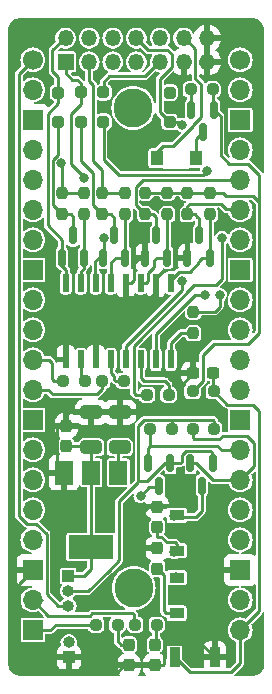
<source format=gbr>
%TF.GenerationSoftware,KiCad,Pcbnew,7.0.2*%
%TF.CreationDate,2024-02-16T13:22:18+02:00*%
%TF.ProjectId,dots_projector,646f7473-5f70-4726-9f6a-6563746f722e,rev?*%
%TF.SameCoordinates,Original*%
%TF.FileFunction,Copper,L2,Bot*%
%TF.FilePolarity,Positive*%
%FSLAX46Y46*%
G04 Gerber Fmt 4.6, Leading zero omitted, Abs format (unit mm)*
G04 Created by KiCad (PCBNEW 7.0.2) date 2024-02-16 13:22:18*
%MOMM*%
%LPD*%
G01*
G04 APERTURE LIST*
G04 Aperture macros list*
%AMRoundRect*
0 Rectangle with rounded corners*
0 $1 Rounding radius*
0 $2 $3 $4 $5 $6 $7 $8 $9 X,Y pos of 4 corners*
0 Add a 4 corners polygon primitive as box body*
4,1,4,$2,$3,$4,$5,$6,$7,$8,$9,$2,$3,0*
0 Add four circle primitives for the rounded corners*
1,1,$1+$1,$2,$3*
1,1,$1+$1,$4,$5*
1,1,$1+$1,$6,$7*
1,1,$1+$1,$8,$9*
0 Add four rect primitives between the rounded corners*
20,1,$1+$1,$2,$3,$4,$5,0*
20,1,$1+$1,$4,$5,$6,$7,0*
20,1,$1+$1,$6,$7,$8,$9,0*
20,1,$1+$1,$8,$9,$2,$3,0*%
%AMFreePoly0*
4,1,9,3.862500,-0.866500,0.737500,-0.866500,0.737500,-0.450000,-0.737500,-0.450000,-0.737500,0.450000,0.737500,0.450000,0.737500,0.866500,3.862500,0.866500,3.862500,-0.866500,3.862500,-0.866500,$1*%
G04 Aperture macros list end*
%TA.AperFunction,SMDPad,CuDef*%
%ADD10RoundRect,0.237500X0.237500X-0.287500X0.237500X0.287500X-0.237500X0.287500X-0.237500X-0.287500X0*%
%TD*%
%TA.AperFunction,SMDPad,CuDef*%
%ADD11RoundRect,0.237500X0.237500X-0.250000X0.237500X0.250000X-0.237500X0.250000X-0.237500X-0.250000X0*%
%TD*%
%TA.AperFunction,SMDPad,CuDef*%
%ADD12RoundRect,0.150000X0.150000X-0.587500X0.150000X0.587500X-0.150000X0.587500X-0.150000X-0.587500X0*%
%TD*%
%TA.AperFunction,SMDPad,CuDef*%
%ADD13RoundRect,0.237500X0.237500X-0.300000X0.237500X0.300000X-0.237500X0.300000X-0.237500X-0.300000X0*%
%TD*%
%TA.AperFunction,SMDPad,CuDef*%
%ADD14R,1.300000X0.900000*%
%TD*%
%TA.AperFunction,SMDPad,CuDef*%
%ADD15FreePoly0,0.000000*%
%TD*%
%TA.AperFunction,SMDPad,CuDef*%
%ADD16RoundRect,0.237500X0.250000X0.237500X-0.250000X0.237500X-0.250000X-0.237500X0.250000X-0.237500X0*%
%TD*%
%TA.AperFunction,ComponentPad*%
%ADD17R,1.000000X1.000000*%
%TD*%
%TA.AperFunction,ComponentPad*%
%ADD18O,1.000000X1.000000*%
%TD*%
%TA.AperFunction,SMDPad,CuDef*%
%ADD19R,1.016000X1.244600*%
%TD*%
%TA.AperFunction,SMDPad,CuDef*%
%ADD20RoundRect,0.150000X-0.150000X0.587500X-0.150000X-0.587500X0.150000X-0.587500X0.150000X0.587500X0*%
%TD*%
%TA.AperFunction,SMDPad,CuDef*%
%ADD21RoundRect,0.237500X-0.250000X-0.237500X0.250000X-0.237500X0.250000X0.237500X-0.250000X0.237500X0*%
%TD*%
%TA.AperFunction,SMDPad,CuDef*%
%ADD22RoundRect,0.250000X0.250000X-0.250000X0.250000X0.250000X-0.250000X0.250000X-0.250000X-0.250000X0*%
%TD*%
%TA.AperFunction,SMDPad,CuDef*%
%ADD23R,1.500000X2.000000*%
%TD*%
%TA.AperFunction,SMDPad,CuDef*%
%ADD24R,3.800000X2.000000*%
%TD*%
%TA.AperFunction,SMDPad,CuDef*%
%ADD25RoundRect,0.137500X0.137500X-0.662500X0.137500X0.662500X-0.137500X0.662500X-0.137500X-0.662500X0*%
%TD*%
%TA.AperFunction,SMDPad,CuDef*%
%ADD26RoundRect,0.250000X0.650000X-0.325000X0.650000X0.325000X-0.650000X0.325000X-0.650000X-0.325000X0*%
%TD*%
%TA.AperFunction,SMDPad,CuDef*%
%ADD27RoundRect,0.237500X0.300000X0.237500X-0.300000X0.237500X-0.300000X-0.237500X0.300000X-0.237500X0*%
%TD*%
%TA.AperFunction,ComponentPad*%
%ADD28R,1.350000X1.350000*%
%TD*%
%TA.AperFunction,ComponentPad*%
%ADD29O,1.350000X1.350000*%
%TD*%
%TA.AperFunction,SMDPad,CuDef*%
%ADD30R,0.900000X1.700000*%
%TD*%
%TA.AperFunction,ComponentPad*%
%ADD31C,1.700000*%
%TD*%
%TA.AperFunction,ComponentPad*%
%ADD32O,1.700000X1.700000*%
%TD*%
%TA.AperFunction,ComponentPad*%
%ADD33R,1.700000X1.700000*%
%TD*%
%TA.AperFunction,ViaPad*%
%ADD34C,3.300000*%
%TD*%
%TA.AperFunction,ViaPad*%
%ADD35C,0.800000*%
%TD*%
%TA.AperFunction,Conductor*%
%ADD36C,0.250000*%
%TD*%
%TA.AperFunction,Conductor*%
%ADD37C,0.150000*%
%TD*%
G04 APERTURE END LIST*
D10*
%TO.P,D2,1,K*%
%TO.N,GND*%
X73750000Y-124200000D03*
%TO.P,D2,2,A*%
%TO.N,Net-(D2-A)*%
X73750000Y-122450000D03*
%TD*%
D11*
%TO.P,R27,1*%
%TO.N,Net-(Q7-B)*%
X80600000Y-86012500D03*
%TO.P,R27,2*%
%TO.N,+3.3V*%
X80600000Y-84187500D03*
%TD*%
D12*
%TO.P,Q6,1,B*%
%TO.N,Net-(Q6-B)*%
X77000000Y-89675000D03*
%TO.P,Q6,2,E*%
%TO.N,GND*%
X75100000Y-89675000D03*
%TO.P,Q6,3,C*%
%TO.N,TRIG_INPUT_PRJ_2*%
X76050000Y-87800000D03*
%TD*%
D13*
%TO.P,C2,1*%
%TO.N,Net-(D1-K)*%
X76125000Y-116012500D03*
%TO.P,C2,2*%
%TO.N,GND*%
X76125000Y-114287500D03*
%TD*%
D14*
%TO.P,U3,1,VO*%
%TO.N,Net-(D1-K)*%
X77775000Y-119775000D03*
D15*
%TO.P,U3,2,GND*%
%TO.N,GND*%
X77862500Y-118275000D03*
D14*
%TO.P,U3,3,VI*%
%TO.N,Net-(D1-A)*%
X77775000Y-116775000D03*
%TD*%
D16*
%TO.P,R2,1*%
%TO.N,Net-(D2-A)*%
X72775000Y-120775000D03*
%TO.P,R2,2*%
%TO.N,LED_2*%
X70950000Y-120775000D03*
%TD*%
D17*
%TO.P,JP3,1,A*%
%TO.N,Net-(JP3-A)*%
X68600000Y-116625000D03*
D18*
%TO.P,JP3,2,C*%
%TO.N,+5V*%
X68600000Y-117895000D03*
%TO.P,JP3,3,B*%
%TO.N,+5P*%
X68600000Y-119165000D03*
%TD*%
D19*
%TO.P,U9,1,IN*%
%TO.N,Net-(Q4-D)*%
X79400000Y-81250000D03*
%TO.P,U9,2,OUT*%
%TO.N,Net-(J2-Pin_12)*%
X76098000Y-81250000D03*
%TD*%
D12*
%TO.P,Q7,1,B*%
%TO.N,Net-(Q7-B)*%
X80600000Y-89675000D03*
%TO.P,Q7,2,E*%
%TO.N,GND*%
X78700000Y-89675000D03*
%TO.P,Q7,3,C*%
%TO.N,TRIG_INPUT_PRJ_1*%
X79650000Y-87800000D03*
%TD*%
D11*
%TO.P,R26,1*%
%TO.N,TRIG_INPUT_PRJ_2*%
X75100000Y-86000000D03*
%TO.P,R26,2*%
%TO.N,+3.3V*%
X75100000Y-84175000D03*
%TD*%
D20*
%TO.P,Q1,1,G*%
%TO.N,DOTS_PROJECTOR_2*%
X75361000Y-107100000D03*
%TO.P,Q1,2,S*%
%TO.N,+5V*%
X77261000Y-107100000D03*
%TO.P,Q1,3,D*%
%TO.N,Net-(D1-A)*%
X76311000Y-108975000D03*
%TD*%
D11*
%TO.P,R12,1*%
%TO.N,Net-(R12-Pad1)*%
X79200000Y-96075000D03*
%TO.P,R12,2*%
%TO.N,PRJ 1 Input*%
X79200000Y-94250000D03*
%TD*%
%TO.P,R28,1*%
%TO.N,TRIG_INPUT_PRJ_1*%
X78700000Y-86000000D03*
%TO.P,R28,2*%
%TO.N,+3.3V*%
X78700000Y-84175000D03*
%TD*%
D16*
%TO.P,R3,1*%
%TO.N,Net-(D3-A)*%
X76100000Y-120775000D03*
%TO.P,R3,2*%
%TO.N,LED_1*%
X74275000Y-120775000D03*
%TD*%
D21*
%TO.P,R17,1*%
%TO.N,Lazer OUT*%
X79000000Y-75425000D03*
%TO.P,R17,2*%
%TO.N,+3.3V*%
X80825000Y-75425000D03*
%TD*%
D13*
%TO.P,C3,1*%
%TO.N,Net-(D4-K)*%
X76125000Y-112475000D03*
%TO.P,C3,2*%
%TO.N,GND*%
X76125000Y-110750000D03*
%TD*%
D20*
%TO.P,Q3,1,G*%
%TO.N,DOTS_PROJECTOR_1*%
X78950000Y-107100000D03*
%TO.P,Q3,2,S*%
%TO.N,+5V*%
X80850000Y-107100000D03*
%TO.P,Q3,3,D*%
%TO.N,Net-(D4-A)*%
X79900000Y-108975000D03*
%TD*%
D22*
%TO.P,D9,1,A1*%
%TO.N,CAM 2 TRIG*%
X67750000Y-78200000D03*
%TO.P,D9,2,A2*%
%TO.N,CAM 2 GND*%
X67750000Y-75700000D03*
%TD*%
D11*
%TO.P,R24,1*%
%TO.N,CAM 1 TRIG*%
X71500000Y-86025000D03*
%TO.P,R24,2*%
%TO.N,CAM 1 5V*%
X71500000Y-84200000D03*
%TD*%
D22*
%TO.P,D12,1,A1*%
%TO.N,PRJ 1 Input*%
X71575000Y-78175000D03*
%TO.P,D12,2,A2*%
%TO.N,PRJ 1 GND*%
X71575000Y-75675000D03*
%TD*%
D13*
%TO.P,C5,1*%
%TO.N,Net-(JP3-A)*%
X68450000Y-105625000D03*
%TO.P,C5,2*%
%TO.N,GND*%
X68450000Y-103900000D03*
%TD*%
D11*
%TO.P,R22,1*%
%TO.N,CAM 2 TRIG*%
X68100000Y-86025000D03*
%TO.P,R22,2*%
%TO.N,CAM 2 5V*%
X68100000Y-84200000D03*
%TD*%
%TO.P,R25,1*%
%TO.N,Net-(Q6-B)*%
X77000000Y-86000000D03*
%TO.P,R25,2*%
%TO.N,+3.3V*%
X77000000Y-84175000D03*
%TD*%
%TO.P,R23,1*%
%TO.N,Net-(Q5-B)*%
X73400000Y-86000000D03*
%TO.P,R23,2*%
%TO.N,CAM 1 5V*%
X73400000Y-84175000D03*
%TD*%
D23*
%TO.P,U7,1,GND*%
%TO.N,GND*%
X68250000Y-107875000D03*
%TO.P,U7,2,VO*%
%TO.N,Net-(JP3-A)*%
X70550000Y-107875000D03*
D24*
X70550000Y-114175000D03*
D23*
%TO.P,U7,3,VI*%
%TO.N,Net-(J4-Pin_2)*%
X72850000Y-107875000D03*
%TD*%
D16*
%TO.P,R14,1*%
%TO.N,Net-(R14-Pad1)*%
X73300000Y-100100000D03*
%TO.P,R14,2*%
%TO.N,TRIG_OUTPUT_1*%
X71475000Y-100100000D03*
%TD*%
D20*
%TO.P,Q4,1,G*%
%TO.N,Lazer OUT*%
X79025000Y-77150000D03*
%TO.P,Q4,2,S*%
%TO.N,+3.3V*%
X80925000Y-77150000D03*
%TO.P,Q4,3,D*%
%TO.N,Net-(Q4-D)*%
X79975000Y-79025000D03*
%TD*%
D21*
%TO.P,R4,1*%
%TO.N,+3.3V*%
X79125000Y-101000000D03*
%TO.P,R4,2*%
%TO.N,USER_BUTTON*%
X80950000Y-101000000D03*
%TD*%
D11*
%TO.P,R21,1*%
%TO.N,Net-(Q2-B)*%
X69900000Y-86025000D03*
%TO.P,R21,2*%
%TO.N,CAM 2 5V*%
X69900000Y-84200000D03*
%TD*%
D10*
%TO.P,D3,1,K*%
%TO.N,GND*%
X75925000Y-124200000D03*
%TO.P,D3,2,A*%
%TO.N,Net-(D3-A)*%
X75925000Y-122450000D03*
%TD*%
D25*
%TO.P,U10,1*%
%TO.N,Net-(R12-Pad1)*%
X77295000Y-98300000D03*
%TO.P,U10,2*%
%TO.N,PRJ 1 GND*%
X76025000Y-98300000D03*
%TO.P,U10,3*%
%TO.N,Net-(R13-Pad1)*%
X74755000Y-98300000D03*
%TO.P,U10,4*%
%TO.N,PRJ 2 GND*%
X73485000Y-98300000D03*
%TO.P,U10,5*%
%TO.N,Net-(R14-Pad1)*%
X72215000Y-98300000D03*
%TO.P,U10,6*%
%TO.N,GND*%
X70945000Y-98300000D03*
%TO.P,U10,7*%
%TO.N,Net-(R18-Pad1)*%
X69675000Y-98300000D03*
%TO.P,U10,8*%
%TO.N,GND*%
X68405000Y-98300000D03*
%TO.P,U10,9*%
%TO.N,CAM 2 GND*%
X68405000Y-91800000D03*
%TO.P,U10,10*%
%TO.N,Net-(Q2-B)*%
X69675000Y-91800000D03*
%TO.P,U10,11*%
%TO.N,CAM 1 GND*%
X70945000Y-91800000D03*
%TO.P,U10,12*%
%TO.N,Net-(Q5-B)*%
X72215000Y-91800000D03*
%TO.P,U10,13*%
%TO.N,GND*%
X73485000Y-91800000D03*
%TO.P,U10,14*%
%TO.N,Net-(Q6-B)*%
X74755000Y-91800000D03*
%TO.P,U10,15*%
%TO.N,GND*%
X76025000Y-91800000D03*
%TO.P,U10,16*%
%TO.N,Net-(Q7-B)*%
X77295000Y-91800000D03*
%TD*%
D12*
%TO.P,Q5,1,B*%
%TO.N,Net-(Q5-B)*%
X73450000Y-89675000D03*
%TO.P,Q5,2,E*%
%TO.N,CAM 1 GND*%
X71550000Y-89675000D03*
%TO.P,Q5,3,C*%
%TO.N,CAM 1 TRIG*%
X72500000Y-87800000D03*
%TD*%
D26*
%TO.P,C4,1*%
%TO.N,Net-(JP3-A)*%
X70550000Y-105725000D03*
%TO.P,C4,2*%
%TO.N,GND*%
X70550000Y-102775000D03*
%TD*%
D27*
%TO.P,C1,1*%
%TO.N,USER_BUTTON*%
X80900000Y-99450000D03*
%TO.P,C1,2*%
%TO.N,GND*%
X79175000Y-99450000D03*
%TD*%
D22*
%TO.P,D11,1,A1*%
%TO.N,PRJ 2 Input*%
X77200000Y-78200000D03*
%TO.P,D11,2,A2*%
%TO.N,PRJ 2 GND*%
X77200000Y-75700000D03*
%TD*%
%TO.P,D10,1,A1*%
%TO.N,CAM 1 TRIG*%
X69675000Y-78175000D03*
%TO.P,D10,2,A2*%
%TO.N,CAM 1 GND*%
X69675000Y-75675000D03*
%TD*%
D26*
%TO.P,C7,1*%
%TO.N,Net-(J4-Pin_2)*%
X72975000Y-105725000D03*
%TO.P,C7,2*%
%TO.N,GND*%
X72975000Y-102775000D03*
%TD*%
D28*
%TO.P,J2,1,Pin_1*%
%TO.N,CAM 1 GND*%
X68375000Y-73100000D03*
D29*
%TO.P,J2,2,Pin_2*%
%TO.N,CAM 2 GND*%
X68375000Y-71100000D03*
%TO.P,J2,3,Pin_3*%
%TO.N,CAM 1 5V*%
X70375000Y-73100000D03*
%TO.P,J2,4,Pin_4*%
%TO.N,CAM 2 5V*%
X70375000Y-71100000D03*
%TO.P,J2,5,Pin_5*%
%TO.N,CAM 1 TRIG*%
X72375000Y-73100000D03*
%TO.P,J2,6,Pin_6*%
%TO.N,CAM 2 TRIG*%
X72375000Y-71100000D03*
%TO.P,J2,7,Pin_7*%
%TO.N,PRJ 1 Input*%
X74375000Y-73100000D03*
%TO.P,J2,8,Pin_8*%
%TO.N,PRJ 2 Input*%
X74375000Y-71100000D03*
%TO.P,J2,9,Pin_9*%
%TO.N,PRJ 1 GND*%
X76375000Y-73100000D03*
%TO.P,J2,10,Pin_10*%
%TO.N,PRJ 2 GND*%
X76375000Y-71100000D03*
%TO.P,J2,11,Pin_11*%
%TO.N,GND*%
X78375000Y-73100000D03*
%TO.P,J2,12,Pin_12*%
%TO.N,Net-(J2-Pin_12)*%
X78375000Y-71100000D03*
%TO.P,J2,13,Pin_13*%
%TO.N,GND*%
X80375000Y-73100000D03*
%TO.P,J2,14,Pin_14*%
X80375000Y-71100000D03*
%TD*%
D17*
%TO.P,J4,1,Pin_1*%
%TO.N,GND*%
X68650000Y-123525000D03*
D18*
%TO.P,J4,2,Pin_2*%
%TO.N,Net-(J4-Pin_2)*%
X68650000Y-122255000D03*
%TD*%
D14*
%TO.P,U1,1,VO*%
%TO.N,Net-(D4-K)*%
X77775000Y-114500000D03*
D15*
%TO.P,U1,2,GND*%
%TO.N,GND*%
X77862500Y-113000000D03*
D14*
%TO.P,U1,3,VI*%
%TO.N,Net-(D4-A)*%
X77775000Y-111500000D03*
%TD*%
D21*
%TO.P,R6,1*%
%TO.N,DOTS_PROJECTOR_2*%
X75525000Y-104212500D03*
%TO.P,R6,2*%
%TO.N,+5V*%
X77350000Y-104212500D03*
%TD*%
%TO.P,R15,1*%
%TO.N,DOTS_PROJECTOR_1*%
X79125000Y-104212500D03*
%TO.P,R15,2*%
%TO.N,+5V*%
X80950000Y-104212500D03*
%TD*%
D30*
%TO.P,SW1,1,1*%
%TO.N,USER_BUTTON*%
X77625000Y-123525000D03*
%TO.P,SW1,2,2*%
%TO.N,GND*%
X81025000Y-123525000D03*
%TD*%
D16*
%TO.P,R18,1*%
%TO.N,Net-(R18-Pad1)*%
X70000000Y-100100000D03*
%TO.P,R18,2*%
%TO.N,TRIG_OUTPUT_2*%
X68175000Y-100100000D03*
%TD*%
D31*
%TO.P,U2,1,GP0*%
%TO.N,unconnected-(U2-GP0-Pad1)*%
X83164000Y-72940000D03*
D32*
%TO.P,U2,2,GP1*%
%TO.N,unconnected-(U2-GP1-Pad2)*%
X83164000Y-75480000D03*
D33*
%TO.P,U2,3,GND*%
%TO.N,unconnected-(U2-GND-Pad3)*%
X83164000Y-78020000D03*
D32*
%TO.P,U2,4,GP2*%
%TO.N,unconnected-(U2-GP2-Pad4)*%
X83164000Y-80560000D03*
%TO.P,U2,5,GP3*%
%TO.N,TRIG_INPUT_PRJ_2*%
X83164000Y-83100000D03*
%TO.P,U2,6,GP4*%
%TO.N,TRIG_INPUT_PRJ_1*%
X83164000Y-85640000D03*
%TO.P,U2,7,GP5*%
%TO.N,Lazer OUT*%
X83164000Y-88180000D03*
D33*
%TO.P,U2,8,GND*%
%TO.N,unconnected-(U2-GND-Pad8)*%
X83164000Y-90720000D03*
D32*
%TO.P,U2,9,GP6*%
%TO.N,unconnected-(U2-GP6-Pad9)*%
X83164000Y-93260000D03*
%TO.P,U2,10,GP7*%
%TO.N,unconnected-(U2-GP7-Pad10)*%
X83164000Y-95800000D03*
%TO.P,U2,11,GP8*%
%TO.N,unconnected-(U2-GP8-Pad11)*%
X83164000Y-98340000D03*
%TO.P,U2,12,GP9*%
%TO.N,unconnected-(U2-GP9-Pad12)*%
X83164000Y-100880000D03*
D33*
%TO.P,U2,13,GND*%
%TO.N,unconnected-(U2-GND-Pad13)*%
X83164000Y-103420000D03*
D32*
%TO.P,U2,14,GP10*%
%TO.N,DOTS_PROJECTOR_2*%
X83164000Y-105960000D03*
%TO.P,U2,15,GP11*%
%TO.N,DOTS_PROJECTOR_1*%
X83164000Y-108500000D03*
%TO.P,U2,16,GP12*%
%TO.N,unconnected-(U2-GP12-Pad16)*%
X83164000Y-111040000D03*
%TO.P,U2,17,GP13*%
%TO.N,unconnected-(U2-GP13-Pad17)*%
X83164000Y-113580000D03*
D33*
%TO.P,U2,18,GND*%
%TO.N,GND*%
X83164000Y-116120000D03*
D32*
%TO.P,U2,19,GP14*%
%TO.N,unconnected-(U2-GP14-Pad19)*%
X83164000Y-118660000D03*
%TO.P,U2,20,GP15*%
%TO.N,USER_BUTTON*%
X83164000Y-121200000D03*
D33*
%TO.P,U2,21,GP16*%
%TO.N,LED_2*%
X65600000Y-121200000D03*
D32*
%TO.P,U2,22,GP17*%
%TO.N,LED_1*%
X65600000Y-118660000D03*
D33*
%TO.P,U2,23,GND*%
%TO.N,GND*%
X65600000Y-116120000D03*
D32*
%TO.P,U2,24,GP18*%
%TO.N,unconnected-(U2-GP18-Pad24)*%
X65600000Y-113580000D03*
%TO.P,U2,25,GP19*%
%TO.N,unconnected-(U2-GP19-Pad25)*%
X65600000Y-111040000D03*
%TO.P,U2,26,GP20*%
%TO.N,unconnected-(U2-GP20-Pad26)*%
X65600000Y-108500000D03*
%TO.P,U2,27,GP21*%
%TO.N,unconnected-(U2-GP21-Pad27)*%
X65600000Y-105960000D03*
D33*
%TO.P,U2,28,GND*%
%TO.N,unconnected-(U2-GND-Pad28)*%
X65600000Y-103420000D03*
D32*
%TO.P,U2,29,GP22*%
%TO.N,TRIG_OUTPUT_1*%
X65600000Y-100880000D03*
%TO.P,U2,30,GP26*%
%TO.N,TRIG_OUTPUT_2*%
X65600000Y-98340000D03*
%TO.P,U2,31,GP27*%
%TO.N,unconnected-(U2-GP27-Pad31)*%
X65600000Y-95800000D03*
%TO.P,U2,32,GP28*%
%TO.N,unconnected-(U2-GP28-Pad32)*%
X65600000Y-93260000D03*
D33*
%TO.P,U2,33,GND*%
%TO.N,unconnected-(U2-GND-Pad33)*%
X65600000Y-90720000D03*
D32*
%TO.P,U2,34,GP29*%
%TO.N,unconnected-(U2-GP29-Pad34)*%
X65600000Y-88180000D03*
%TO.P,U2,35,ADC_VREF*%
%TO.N,unconnected-(U2-ADC_VREF-Pad35)*%
X65600000Y-85640000D03*
%TO.P,U2,36,GP24*%
%TO.N,+3.3V*%
X65600000Y-83100000D03*
%TO.P,U2,37,3V3*%
%TO.N,unconnected-(U2-3V3-Pad37)*%
X65600000Y-80560000D03*
D33*
%TO.P,U2,38,GND*%
%TO.N,GND*%
X65600000Y-78020000D03*
D32*
%TO.P,U2,39,VSYS*%
%TO.N,unconnected-(U2-VSYS-Pad39)*%
X65600000Y-75480000D03*
D31*
%TO.P,U2,40,VBUS*%
%TO.N,+5P*%
X65600000Y-72940000D03*
%TD*%
D16*
%TO.P,R13,1*%
%TO.N,Net-(R13-Pad1)*%
X77100000Y-101300000D03*
%TO.P,R13,2*%
%TO.N,PRJ 2 Input*%
X75275000Y-101300000D03*
%TD*%
D12*
%TO.P,Q2,1,B*%
%TO.N,Net-(Q2-B)*%
X69950000Y-89675000D03*
%TO.P,Q2,2,E*%
%TO.N,CAM 2 GND*%
X68050000Y-89675000D03*
%TO.P,Q2,3,C*%
%TO.N,CAM 2 TRIG*%
X69000000Y-87800000D03*
%TD*%
D34*
%TO.N,*%
X74150000Y-117650000D03*
D35*
%TO.N,GND*%
X77800000Y-110375000D03*
X79200000Y-121275000D03*
X79811818Y-97073636D03*
X68225000Y-96075000D03*
X80150000Y-118325000D03*
X73000000Y-102725000D03*
X84475000Y-122275000D03*
X71775000Y-112300000D03*
X80000000Y-112975000D03*
X78850000Y-108525000D03*
X81350000Y-102675000D03*
X84050000Y-109750000D03*
X84300000Y-79475000D03*
X64600000Y-124000000D03*
X82300000Y-94550000D03*
X69575000Y-109825000D03*
X71750000Y-109700000D03*
X75250000Y-75025000D03*
X67300000Y-102375000D03*
X79075000Y-98050000D03*
X71850000Y-121900000D03*
X77875000Y-102525000D03*
X67975000Y-112300000D03*
X64800000Y-70600000D03*
X83925000Y-70850000D03*
X73175000Y-79450000D03*
X66775000Y-89175000D03*
X84100000Y-124150000D03*
X73800000Y-115175000D03*
X73750000Y-110875000D03*
X81250000Y-118325000D03*
X81200000Y-112975000D03*
X68225000Y-93400000D03*
%TO.N,+3.3V*%
X75100000Y-84175000D03*
%TO.N,CAM 2 TRIG*%
X67750000Y-78200000D03*
%TO.N,CAM 1 TRIG*%
X69675000Y-78175000D03*
%TO.N,Net-(D4-A)*%
X77525000Y-111550000D03*
%TO.N,Net-(J4-Pin_2)*%
X72850000Y-107875000D03*
%TO.N,CAM 1 GND*%
X69900000Y-82900000D03*
X71600000Y-88000000D03*
%TO.N,Net-(D1-K)*%
X77775000Y-119725000D03*
%TO.N,PRJ 2 Input*%
X81625000Y-88025000D03*
D34*
X74110500Y-77000000D03*
D35*
X78249500Y-78450000D03*
%TO.N,PRJ 2 GND*%
X78234799Y-91689799D03*
X77175000Y-75675000D03*
%TO.N,PRJ 1 Input*%
X71625000Y-78200000D03*
X81425000Y-92825000D03*
X80325000Y-82375500D03*
%TO.N,PRJ 1 GND*%
X80225000Y-92825000D03*
%TO.N,CAM 2 5V*%
X68024500Y-81700000D03*
%TO.N,Net-(D4-K)*%
X77600000Y-114625000D03*
%TO.N,Net-(D1-A)*%
X77750000Y-116750000D03*
X74725000Y-109850000D03*
%TO.N,Lazer OUT*%
X79000000Y-75425000D03*
%TD*%
D36*
%TO.N,USER_BUTTON*%
X83164000Y-124036000D02*
X83164000Y-121200000D01*
X82075000Y-102125000D02*
X84219000Y-102125000D01*
X84789000Y-102695000D02*
X84219000Y-102125000D01*
X84789000Y-119575000D02*
X84789000Y-102695000D01*
X82425000Y-124775000D02*
X83164000Y-124036000D01*
X78875000Y-124775000D02*
X82425000Y-124775000D01*
X83164000Y-121200000D02*
X84789000Y-119575000D01*
X80900000Y-99450000D02*
X80900000Y-100950000D01*
X77625000Y-123525000D02*
X78875000Y-124775000D01*
X80950000Y-101000000D02*
X82075000Y-102125000D01*
X80900000Y-100950000D02*
X80950000Y-101000000D01*
%TO.N,GND*%
X79850000Y-122350000D02*
X81025000Y-123525000D01*
X76975000Y-122350000D02*
X78775000Y-122350000D01*
X67750000Y-103900000D02*
X67650000Y-104000000D01*
X77700000Y-102775000D02*
X73000000Y-102725000D01*
X79525000Y-118275000D02*
X79475000Y-118325000D01*
X75325000Y-110825000D02*
X74500000Y-111650000D01*
X80125000Y-115600000D02*
X80025000Y-115500000D01*
X73485000Y-92785000D02*
X73700000Y-93000000D01*
X73485000Y-91800000D02*
X73485000Y-92785000D01*
X76125000Y-114225000D02*
X76125000Y-113932995D01*
X73000000Y-102725000D02*
X72975000Y-102775000D01*
X76125000Y-110825000D02*
X75325000Y-110825000D01*
X68425000Y-124750000D02*
X72775000Y-124750000D01*
X79475000Y-118325000D02*
X80150000Y-118325000D01*
X74500000Y-111650000D02*
X74500000Y-113550000D01*
X75925000Y-124200000D02*
X76600000Y-124200000D01*
X79550000Y-113150000D02*
X80000000Y-112975000D01*
X68405000Y-96995000D02*
X68925000Y-96475000D01*
X74155000Y-91545000D02*
X74155000Y-90145000D01*
X80125000Y-115925000D02*
X80125000Y-115600000D01*
X70725000Y-96475000D02*
X70750000Y-96450000D01*
X73325000Y-124200000D02*
X72775000Y-124750000D01*
X76750000Y-122575000D02*
X76975000Y-122350000D01*
X80150000Y-117650000D02*
X80125000Y-117675000D01*
X68450000Y-103000000D02*
X68450000Y-103900000D01*
X77950000Y-100675000D02*
X79175000Y-99450000D01*
X68650000Y-123525000D02*
X68650000Y-124525000D01*
X77875000Y-102525000D02*
X77875000Y-102600000D01*
X68450000Y-103900000D02*
X67750000Y-103900000D01*
X64425000Y-117295000D02*
X64425000Y-122825000D01*
D37*
X76700000Y-90725000D02*
X77525000Y-90725000D01*
D36*
X80125000Y-113725000D02*
X80125000Y-115925000D01*
X68650000Y-124525000D02*
X68425000Y-124750000D01*
X77875000Y-102600000D02*
X77700000Y-102775000D01*
X80000000Y-112975000D02*
X80125000Y-113725000D01*
X76025000Y-91400000D02*
X76700000Y-90725000D01*
X77862500Y-118275000D02*
X78550000Y-118275000D01*
D37*
X77650000Y-90150000D02*
X78125000Y-89675000D01*
D36*
X73485000Y-91800000D02*
X73900000Y-91800000D01*
X80320000Y-116120000D02*
X83164000Y-116120000D01*
X68925000Y-96475000D02*
X70725000Y-96475000D01*
X73900000Y-91800000D02*
X74155000Y-91545000D01*
X77950000Y-102525000D02*
X77950000Y-100675000D01*
X75600000Y-93000000D02*
X76025000Y-92575000D01*
X65600000Y-116120000D02*
X64425000Y-117295000D01*
X73485000Y-93715000D02*
X70750000Y-96450000D01*
X70945000Y-96645000D02*
X70945000Y-98300000D01*
X68405000Y-98300000D02*
X68405000Y-96995000D01*
X76000000Y-91775000D02*
X76025000Y-91800000D01*
X74600000Y-89700000D02*
X75075000Y-89700000D01*
X77950000Y-102525000D02*
X77950000Y-102525000D01*
X78775000Y-122350000D02*
X79300000Y-122875000D01*
X74155000Y-90145000D02*
X74600000Y-89700000D01*
X76025000Y-91800000D02*
X76025000Y-91400000D01*
X76750000Y-124050000D02*
X76750000Y-122575000D01*
X73750000Y-124200000D02*
X75925000Y-124200000D01*
X77862500Y-118275000D02*
X79525000Y-118275000D01*
D37*
X78125000Y-89675000D02*
X78700000Y-89675000D01*
D36*
X80150000Y-118325000D02*
X80150000Y-117650000D01*
X77950000Y-102525000D02*
X77875000Y-102525000D01*
X76025000Y-92575000D02*
X76025000Y-91800000D01*
X70550000Y-102775000D02*
X68675000Y-102775000D01*
X77862500Y-113150000D02*
X79550000Y-113150000D01*
X79300000Y-122875000D02*
X79825000Y-122350000D01*
D37*
X77525000Y-90725000D02*
X77650000Y-90600000D01*
D36*
X67650000Y-107275000D02*
X68250000Y-107875000D01*
X64425000Y-122825000D02*
X66350000Y-124750000D01*
X80375000Y-71100000D02*
X80375000Y-73100000D01*
X73750000Y-124200000D02*
X73325000Y-124200000D01*
X75075000Y-89700000D02*
X75100000Y-89675000D01*
X81025000Y-120750000D02*
X81025000Y-123525000D01*
X80125000Y-115925000D02*
X80320000Y-116120000D01*
X75175000Y-114225000D02*
X76125000Y-114225000D01*
X68675000Y-102775000D02*
X68450000Y-103000000D01*
X67650000Y-104000000D02*
X67650000Y-107275000D01*
X70750000Y-96450000D02*
X70945000Y-96645000D01*
X66350000Y-124750000D02*
X68425000Y-124750000D01*
X79825000Y-122350000D02*
X79850000Y-122350000D01*
X76600000Y-124200000D02*
X76750000Y-124050000D01*
X74500000Y-113550000D02*
X75175000Y-114225000D01*
X73485000Y-91800000D02*
X73485000Y-93715000D01*
X78550000Y-118275000D02*
X81025000Y-120750000D01*
X80125000Y-117675000D02*
X80125000Y-115925000D01*
X70550000Y-102775000D02*
X72975000Y-102775000D01*
D37*
X77650000Y-90600000D02*
X77650000Y-90150000D01*
D36*
X73700000Y-93000000D02*
X75600000Y-93000000D01*
%TO.N,+3.3V*%
X80037500Y-100087500D02*
X80037500Y-97887500D01*
X80850000Y-75350000D02*
X80850000Y-77075000D01*
X80037500Y-97887500D02*
X80950000Y-96975000D01*
X80850000Y-77075000D02*
X80925000Y-77150000D01*
X79125000Y-101000000D02*
X80037500Y-100087500D01*
X77000000Y-84175000D02*
X75100000Y-84175000D01*
X81965000Y-84465000D02*
X84100000Y-84465000D01*
X84789000Y-82689000D02*
X84789000Y-85000000D01*
X81687500Y-84187500D02*
X81965000Y-84465000D01*
X84254000Y-84465000D02*
X84789000Y-85000000D01*
X81500000Y-81000000D02*
X82235000Y-81735000D01*
X83864000Y-96975000D02*
X84789000Y-96050000D01*
X82235000Y-81735000D02*
X83835000Y-81735000D01*
X78600000Y-84175000D02*
X77000000Y-84175000D01*
X84789000Y-96050000D02*
X84789000Y-85000000D01*
X80500000Y-84175000D02*
X78600000Y-84175000D01*
X84100000Y-84465000D02*
X84254000Y-84465000D01*
X80950000Y-96975000D02*
X83864000Y-96975000D01*
X80600000Y-84187500D02*
X81687500Y-84187500D01*
X80687500Y-84275000D02*
X80600000Y-84187500D01*
X80925000Y-77150000D02*
X81500000Y-77725000D01*
X83835000Y-81735000D02*
X84789000Y-82689000D01*
X81500000Y-77725000D02*
X81500000Y-81000000D01*
%TO.N,CAM 2 TRIG*%
X67750000Y-78200000D02*
X67750000Y-80949195D01*
X68825000Y-86025000D02*
X69000000Y-86200000D01*
X69000000Y-86700000D02*
X69000000Y-87800000D01*
X67750000Y-80949195D02*
X67299597Y-81399598D01*
X67299597Y-81399598D02*
X67299597Y-85224597D01*
X68100000Y-86025000D02*
X68825000Y-86025000D01*
X67299597Y-85224597D02*
X68100000Y-86025000D01*
X69000000Y-86200000D02*
X69000000Y-86700000D01*
%TO.N,CAM 2 GND*%
X68100000Y-88200000D02*
X68100000Y-89625000D01*
X67750000Y-74400000D02*
X67750000Y-75650000D01*
X68205000Y-89830000D02*
X68050000Y-89675000D01*
X68375000Y-71025000D02*
X67262500Y-72137500D01*
X66850000Y-86950000D02*
X68100000Y-88200000D01*
X67750000Y-75650000D02*
X67750000Y-76575000D01*
X67262500Y-73912500D02*
X67750000Y-74400000D01*
X66849597Y-77475403D02*
X66849597Y-81250000D01*
X68000000Y-90400000D02*
X68105000Y-90400000D01*
X67750000Y-76575000D02*
X66849597Y-77475403D01*
X67262500Y-72137500D02*
X67262500Y-73912500D01*
X68000000Y-89725000D02*
X68000000Y-90400000D01*
X67750000Y-75650000D02*
X67825000Y-75575000D01*
X68105000Y-90400000D02*
X68405000Y-90700000D01*
X68050000Y-89675000D02*
X68000000Y-89725000D01*
X68100000Y-89625000D02*
X68050000Y-89675000D01*
X68405000Y-91800000D02*
X68405000Y-90700000D01*
X66850000Y-81100000D02*
X66850000Y-86950000D01*
%TO.N,Net-(JP3-A)*%
X70550000Y-107875000D02*
X70550000Y-114175000D01*
X69950000Y-116625000D02*
X70550000Y-116025000D01*
X70450000Y-105625000D02*
X70550000Y-105725000D01*
X70550000Y-105725000D02*
X70500000Y-105775000D01*
X70725000Y-114350000D02*
X70550000Y-114175000D01*
X70550000Y-116025000D02*
X70550000Y-114175000D01*
X68600000Y-116625000D02*
X69950000Y-116625000D01*
X70550000Y-107875000D02*
X70550000Y-105725000D01*
X68450000Y-105625000D02*
X70450000Y-105625000D01*
%TO.N,CAM 1 TRIG*%
X72500000Y-86300000D02*
X72500000Y-87800000D01*
X71500000Y-86025000D02*
X71525000Y-86000000D01*
X70700000Y-82550000D02*
X70700000Y-85225000D01*
X71525000Y-86000000D02*
X72200000Y-86000000D01*
X69675000Y-81525000D02*
X70700000Y-82550000D01*
X70700000Y-85225000D02*
X71500000Y-86025000D01*
X72200000Y-86000000D02*
X72500000Y-86300000D01*
X69675000Y-78175000D02*
X69675000Y-81525000D01*
%TO.N,Net-(D2-A)*%
X73075000Y-122450000D02*
X73750000Y-122450000D01*
X72775000Y-122150000D02*
X73075000Y-122450000D01*
X72775000Y-120775000D02*
X72775000Y-122150000D01*
%TO.N,Net-(D3-A)*%
X76025000Y-122350000D02*
X75925000Y-122450000D01*
X76025000Y-120775000D02*
X76025000Y-122350000D01*
%TO.N,Net-(D4-A)*%
X77775000Y-111650000D02*
X79400000Y-111650000D01*
X79900000Y-111150000D02*
X79900000Y-108975000D01*
X79400000Y-111650000D02*
X79900000Y-111150000D01*
%TO.N,Net-(J4-Pin_2)*%
X72800000Y-105900000D02*
X72975000Y-105725000D01*
X72850000Y-107875000D02*
X72850000Y-105850000D01*
X72850000Y-105850000D02*
X72975000Y-105725000D01*
%TO.N,CAM 1 GND*%
X68850000Y-81750000D02*
X69262500Y-82162500D01*
X68925000Y-74625000D02*
X69375000Y-74625000D01*
X69675000Y-76650000D02*
X68850000Y-77475000D01*
X69800000Y-82800000D02*
X69900000Y-82900000D01*
X69675000Y-74925000D02*
X69675000Y-75675000D01*
X69375000Y-74625000D02*
X69675000Y-74925000D01*
X70900000Y-91755000D02*
X70945000Y-91800000D01*
X69800000Y-82700000D02*
X69800000Y-82800000D01*
X71550000Y-89675000D02*
X71225000Y-89675000D01*
X71600000Y-88000000D02*
X71600000Y-89625000D01*
X68375000Y-74075000D02*
X68925000Y-74625000D01*
X68375000Y-73025000D02*
X68375000Y-74075000D01*
X68850000Y-77475000D02*
X68850000Y-81750000D01*
X69075000Y-81975000D02*
X69262500Y-82162500D01*
X71600000Y-89625000D02*
X71550000Y-89675000D01*
X69262500Y-82162500D02*
X69800000Y-82700000D01*
X68975000Y-81875000D02*
X69075000Y-81975000D01*
X71225000Y-89675000D02*
X70900000Y-90000000D01*
X69675000Y-75675000D02*
X69675000Y-76650000D01*
X70900000Y-90000000D02*
X70900000Y-91755000D01*
%TO.N,Net-(D1-K)*%
X76875000Y-119775000D02*
X77775000Y-119775000D01*
X76700000Y-116525000D02*
X76700000Y-117800000D01*
X76125000Y-115950000D02*
X76700000Y-116525000D01*
X76700000Y-119600000D02*
X76700000Y-117800000D01*
X76700000Y-117800000D02*
X76725000Y-117775000D01*
X76700000Y-119600000D02*
X76875000Y-119775000D01*
%TO.N,PRJ 2 Input*%
X81115608Y-92009392D02*
X81625000Y-91500000D01*
X79259392Y-92019009D02*
X79259392Y-92009392D01*
X74350000Y-101300000D02*
X74155000Y-101105000D01*
X77200000Y-78200000D02*
X77999500Y-78200000D01*
X77000000Y-72100000D02*
X77375000Y-72475000D01*
X74155000Y-101105000D02*
X74155000Y-97123400D01*
X77375000Y-73514214D02*
X76375000Y-74514214D01*
X76375000Y-77375000D02*
X77200000Y-78200000D01*
X76375000Y-74514214D02*
X76375000Y-77375000D01*
X74155000Y-97123400D02*
X79259392Y-92019009D01*
X74375000Y-71100000D02*
X75375000Y-72100000D01*
X81625000Y-91500000D02*
X81625000Y-88025000D01*
X79259392Y-92009392D02*
X81115608Y-92009392D01*
X75275000Y-101300000D02*
X74350000Y-101300000D01*
X77375000Y-72475000D02*
X77375000Y-73514214D01*
X75375000Y-72100000D02*
X77000000Y-72100000D01*
X77999500Y-78200000D02*
X78249500Y-78450000D01*
%TO.N,PRJ 2 GND*%
X77200000Y-75700000D02*
X77200000Y-75750000D01*
X77175000Y-75675000D02*
X77200000Y-75700000D01*
X78234799Y-91689799D02*
X78234799Y-92407206D01*
X78234799Y-92407206D02*
X73485000Y-97157004D01*
X73485000Y-97157004D02*
X73485000Y-98300000D01*
%TO.N,PRJ 1 Input*%
X80050500Y-82650000D02*
X80325000Y-82375500D01*
X71600000Y-81375000D02*
X72875000Y-82650000D01*
X79200000Y-94250000D02*
X81000000Y-94250000D01*
X81000000Y-94250000D02*
X81425000Y-93825000D01*
X81425000Y-93825000D02*
X81425000Y-92825000D01*
X71600000Y-78175000D02*
X71600000Y-81375000D01*
X72875000Y-82650000D02*
X80050500Y-82650000D01*
%TO.N,PRJ 1 GND*%
X76025000Y-96142005D02*
X76025000Y-98300000D01*
X71600000Y-74775000D02*
X72062701Y-74312299D01*
X75087701Y-74312299D02*
X76375000Y-73025000D01*
X76025000Y-98300000D02*
X76025000Y-98484074D01*
X79342005Y-92825000D02*
X76025000Y-96142005D01*
X80225000Y-92825000D02*
X79342005Y-92825000D01*
X72062701Y-74312299D02*
X75087701Y-74312299D01*
X71600000Y-75675000D02*
X71600000Y-74775000D01*
%TO.N,CAM 2 5V*%
X68100000Y-84200000D02*
X69900000Y-84200000D01*
X68100000Y-81775500D02*
X68100000Y-84200000D01*
X68024500Y-81700000D02*
X68100000Y-81775500D01*
%TO.N,DOTS_PROJECTOR_2*%
X75537500Y-105587500D02*
X75361000Y-105764000D01*
X75361000Y-107100000D02*
X75361000Y-105764000D01*
X81597500Y-105960000D02*
X81225000Y-105587500D01*
X75525000Y-104212500D02*
X75525000Y-105600000D01*
X75361000Y-105764000D02*
X75525000Y-105600000D01*
X81225000Y-105587500D02*
X75537500Y-105587500D01*
X83164000Y-105960000D02*
X81597500Y-105960000D01*
%TO.N,+5V*%
X80950000Y-103475000D02*
X80950000Y-104212500D01*
X80887500Y-103412500D02*
X80950000Y-103475000D01*
X76770251Y-107100000D02*
X77261000Y-107100000D01*
X74550000Y-103904505D02*
X74550000Y-108600000D01*
X77375000Y-103412500D02*
X77375000Y-104187500D01*
X78205500Y-106944500D02*
X78205500Y-106400000D01*
X78050000Y-107100000D02*
X78205500Y-106944500D01*
X80650000Y-106100000D02*
X80825000Y-106275000D01*
X77375000Y-104187500D02*
X77350000Y-104212500D01*
X72900000Y-115300000D02*
X72900000Y-115025000D01*
X68600000Y-117895000D02*
X70305000Y-117895000D01*
X80650000Y-106037500D02*
X80650000Y-106100000D01*
X70305000Y-117895000D02*
X72025000Y-116175000D01*
X72025000Y-116175000D02*
X72900000Y-115300000D01*
X80825000Y-106275000D02*
X80825000Y-107075000D01*
X72900000Y-110325000D02*
X74550000Y-108675000D01*
X75276749Y-108600000D02*
X76776749Y-107100000D01*
X74550000Y-108675000D02*
X74550000Y-108600000D01*
X78205500Y-106400000D02*
X78568000Y-106037500D01*
X77375000Y-103412500D02*
X80887500Y-103412500D01*
X75042005Y-103412500D02*
X74550000Y-103904505D01*
X78568000Y-106037500D02*
X80650000Y-106037500D01*
X75975000Y-103412500D02*
X75042005Y-103412500D01*
X72900000Y-115025000D02*
X72900000Y-110325000D01*
X74550000Y-108600000D02*
X75276749Y-108600000D01*
X80825000Y-107075000D02*
X80850000Y-107100000D01*
X75975000Y-103412500D02*
X77375000Y-103412500D01*
X76776749Y-107100000D02*
X77261000Y-107100000D01*
X77261000Y-107100000D02*
X78050000Y-107100000D01*
%TO.N,Net-(D4-K)*%
X77639753Y-113789753D02*
X77775000Y-113925000D01*
X76470495Y-113300000D02*
X76960247Y-113789753D01*
X76125000Y-112475000D02*
X76125000Y-113300000D01*
X76125000Y-113300000D02*
X76470495Y-113300000D01*
X77775000Y-113925000D02*
X77775000Y-114500000D01*
X76960247Y-113789753D02*
X77639753Y-113789753D01*
%TO.N,DOTS_PROJECTOR_1*%
X80840749Y-108500000D02*
X83164000Y-108500000D01*
X84339000Y-105414000D02*
X83700000Y-104775000D01*
X79440749Y-107100000D02*
X80840749Y-108500000D01*
X78950000Y-107100000D02*
X79440749Y-107100000D01*
X83700000Y-104775000D02*
X81670495Y-104775000D01*
X84339000Y-107325000D02*
X84339000Y-105414000D01*
X79250000Y-105050000D02*
X81395495Y-105050000D01*
X79125000Y-104925000D02*
X79250000Y-105050000D01*
X79125000Y-104212500D02*
X79125000Y-104925000D01*
X81395495Y-105050000D02*
X81670495Y-104775000D01*
X83164000Y-108500000D02*
X84339000Y-107325000D01*
%TO.N,Net-(D1-A)*%
X77725000Y-116775000D02*
X77750000Y-116750000D01*
X75450000Y-109125000D02*
X74725000Y-109850000D01*
X76311000Y-108975000D02*
X76161000Y-109125000D01*
X77750000Y-116750000D02*
X77612500Y-116612500D01*
X76161000Y-109125000D02*
X75450000Y-109125000D01*
%TO.N,Lazer OUT*%
X79025000Y-77150000D02*
X79025000Y-75350000D01*
X83094000Y-88250000D02*
X83164000Y-88180000D01*
%TO.N,Net-(Q4-D)*%
X79400000Y-79600000D02*
X79975000Y-79025000D01*
X79400000Y-81250000D02*
X79400000Y-79600000D01*
%TO.N,CAM 1 5V*%
X71500000Y-82300000D02*
X71500000Y-84200000D01*
X70700000Y-75025000D02*
X70700000Y-81500000D01*
X70375000Y-74700000D02*
X70700000Y-75025000D01*
X73375000Y-84200000D02*
X73400000Y-84175000D01*
X70375000Y-73025000D02*
X70375000Y-74700000D01*
X70700000Y-81500000D02*
X71500000Y-82300000D01*
X71500000Y-84200000D02*
X73375000Y-84200000D01*
%TO.N,TRIG_OUTPUT_2*%
X66965000Y-98340000D02*
X67200000Y-98575000D01*
X67200000Y-99940000D02*
X67360000Y-100100000D01*
X67200000Y-98575000D02*
X67200000Y-99940000D01*
X65600000Y-98340000D02*
X66965000Y-98340000D01*
X67360000Y-100100000D02*
X68175000Y-100100000D01*
%TO.N,LED_2*%
X70950000Y-120775000D02*
X67525000Y-120775000D01*
X67525000Y-120775000D02*
X67462500Y-120837500D01*
X67100000Y-121200000D02*
X65600000Y-121200000D01*
X67462500Y-120837500D02*
X67100000Y-121200000D01*
%TO.N,LED_1*%
X66930000Y-119990000D02*
X70452005Y-119990000D01*
X65600000Y-118660000D02*
X66930000Y-119990000D01*
X66340000Y-118660000D02*
X65600000Y-118660000D01*
X74050000Y-119800000D02*
X73000000Y-119800000D01*
X74200000Y-120775000D02*
X74200000Y-119950000D01*
X70642005Y-119800000D02*
X73000000Y-119800000D01*
X70452005Y-119990000D02*
X70642005Y-119800000D01*
X74200000Y-119950000D02*
X74050000Y-119800000D01*
%TO.N,Net-(Q2-B)*%
X69900000Y-89725000D02*
X69900000Y-90600000D01*
X69950000Y-89675000D02*
X69900000Y-89725000D01*
X69675000Y-90825000D02*
X69900000Y-90600000D01*
X69900000Y-89625000D02*
X69950000Y-89675000D01*
X69675000Y-91800000D02*
X69675000Y-90825000D01*
X69900000Y-86025000D02*
X69900000Y-89625000D01*
%TO.N,TRIG_OUTPUT_1*%
X66905000Y-100880000D02*
X65600000Y-100880000D01*
X71475000Y-100100000D02*
X71475000Y-100775000D01*
X67275000Y-101250000D02*
X66905000Y-100880000D01*
X71000000Y-101250000D02*
X67275000Y-101250000D01*
X71475000Y-100775000D02*
X71000000Y-101250000D01*
%TO.N,Net-(Q5-B)*%
X72215000Y-91800000D02*
X72215000Y-90085000D01*
X72215000Y-90085000D02*
X72625000Y-89675000D01*
X73400000Y-86000000D02*
X73450000Y-86050000D01*
X73450000Y-86050000D02*
X73450000Y-89675000D01*
X72625000Y-89675000D02*
X73450000Y-89675000D01*
%TO.N,Net-(Q6-B)*%
X75900000Y-90470926D02*
X75900000Y-89900000D01*
X75200000Y-91800000D02*
X75385463Y-91614537D01*
X75385463Y-91614537D02*
X75385463Y-90985463D01*
X75385463Y-90985463D02*
X75900000Y-90470926D01*
X74755000Y-91800000D02*
X75200000Y-91800000D01*
X75900000Y-89900000D02*
X76125000Y-89675000D01*
X77000000Y-86000000D02*
X77000000Y-89675000D01*
X76125000Y-89675000D02*
X77000000Y-89675000D01*
%TO.N,Net-(Q7-B)*%
X79950000Y-89675000D02*
X79700000Y-89925000D01*
X78884251Y-90900000D02*
X78000000Y-90900000D01*
X80600000Y-86012500D02*
X80600000Y-89675000D01*
X80500000Y-89675000D02*
X80630000Y-89545000D01*
X77295000Y-91605000D02*
X77295000Y-91800000D01*
X78000000Y-90900000D02*
X77295000Y-91605000D01*
X79700000Y-90084251D02*
X78884251Y-90900000D01*
X79700000Y-89925000D02*
X79700000Y-90084251D01*
X80600000Y-89675000D02*
X79950000Y-89675000D01*
%TO.N,Net-(R12-Pad1)*%
X77295000Y-96930000D02*
X77295000Y-97150000D01*
X78150000Y-96075000D02*
X77295000Y-96930000D01*
X79200000Y-96075000D02*
X78150000Y-96075000D01*
X77295000Y-97150000D02*
X77295000Y-97000000D01*
X77295000Y-98300000D02*
X77295000Y-97150000D01*
%TO.N,Net-(R13-Pad1)*%
X76800000Y-100150000D02*
X77100000Y-100450000D01*
X74755000Y-98300000D02*
X74755000Y-99855000D01*
X75050000Y-100150000D02*
X76800000Y-100150000D01*
X77100000Y-100450000D02*
X77100000Y-101300000D01*
X74755000Y-99855000D02*
X75050000Y-100150000D01*
%TO.N,Net-(R14-Pad1)*%
X72475000Y-99675000D02*
X72475000Y-99975000D01*
X72215000Y-98300000D02*
X72215000Y-99415000D01*
X72475000Y-99975000D02*
X72600000Y-100100000D01*
X72215000Y-99415000D02*
X72475000Y-99675000D01*
X72600000Y-100100000D02*
X73300000Y-100100000D01*
%TO.N,Net-(R18-Pad1)*%
X69675000Y-98300000D02*
X69675000Y-99775000D01*
X69675000Y-99775000D02*
X70000000Y-100100000D01*
%TO.N,+5P*%
X65113299Y-112215000D02*
X65915000Y-112215000D01*
X64425000Y-74115000D02*
X64425000Y-111526701D01*
X65600000Y-72940000D02*
X64425000Y-74115000D01*
X67766701Y-119165000D02*
X68600000Y-119165000D01*
X65915000Y-112215000D02*
X66775000Y-113075000D01*
X66775000Y-118173299D02*
X67766701Y-119165000D01*
X64425000Y-111526701D02*
X65113299Y-112215000D01*
X66775000Y-113075000D02*
X66775000Y-118173299D01*
%TO.N,TRIG_INPUT_PRJ_2*%
X77800000Y-83100000D02*
X78100000Y-83100000D01*
X76000000Y-87750000D02*
X76050000Y-87800000D01*
X76000000Y-86200000D02*
X76000000Y-86282995D01*
X74300000Y-83692005D02*
X74300000Y-85200000D01*
X76000000Y-86200000D02*
X76000000Y-87750000D01*
X78100000Y-83100000D02*
X83164000Y-83100000D01*
X74892005Y-83100000D02*
X74300000Y-83692005D01*
X75800000Y-86000000D02*
X76000000Y-86200000D01*
X75100000Y-86000000D02*
X74300000Y-85200000D01*
X75100000Y-86000000D02*
X75800000Y-86000000D01*
X78100000Y-83100000D02*
X74892005Y-83100000D01*
%TO.N,TRIG_INPUT_PRJ_1*%
X79500000Y-87750000D02*
X79550000Y-87800000D01*
X83164000Y-85640000D02*
X82724000Y-85200000D01*
X79300000Y-86000000D02*
X79500000Y-86200000D01*
X79650000Y-86350000D02*
X79500000Y-86200000D01*
X78600000Y-86000000D02*
X79300000Y-86000000D01*
X82000000Y-85600000D02*
X81500000Y-85100000D01*
X83164000Y-85640000D02*
X83124000Y-85600000D01*
X83124000Y-85600000D02*
X82000000Y-85600000D01*
X81500000Y-85100000D02*
X78900000Y-85100000D01*
X79650000Y-87800000D02*
X79650000Y-86350000D01*
X78700000Y-85300000D02*
X78700000Y-86000000D01*
X78900000Y-85100000D02*
X78700000Y-85300000D01*
%TO.N,Net-(J2-Pin_12)*%
X79837500Y-74979505D02*
X79837500Y-77746751D01*
X79375000Y-74517005D02*
X79837500Y-74979505D01*
X76098000Y-80717622D02*
X76098000Y-81250000D01*
X79154625Y-78429625D02*
X79154625Y-78570180D01*
X78375000Y-71025000D02*
X79375000Y-72025000D01*
X79837500Y-77746751D02*
X79154625Y-78429625D01*
X79375000Y-72025000D02*
X79375000Y-74517005D01*
X79154625Y-78570180D02*
X77514205Y-80210600D01*
X76605022Y-80210600D02*
X76098000Y-80717622D01*
X77514205Y-80210600D02*
X76605022Y-80210600D01*
%TD*%
%TA.AperFunction,Conductor*%
%TO.N,GND*%
G36*
X84209681Y-69401936D02*
G01*
X84559426Y-69471885D01*
X84587924Y-69484231D01*
X84912830Y-69716307D01*
X84932839Y-69737738D01*
X85119926Y-70041755D01*
X85127782Y-70059275D01*
X85183273Y-70244248D01*
X85186038Y-70258257D01*
X85195525Y-70354567D01*
X85199219Y-70396797D01*
X85199500Y-70403223D01*
X85199500Y-82472834D01*
X85182187Y-82520400D01*
X85138350Y-82545710D01*
X85088500Y-82536920D01*
X85061414Y-82509835D01*
X85053077Y-82495395D01*
X85042194Y-82476545D01*
X85037771Y-82472834D01*
X85011583Y-82450859D01*
X85006824Y-82446498D01*
X84077499Y-81517173D01*
X84073138Y-81512414D01*
X84063256Y-81500637D01*
X84047455Y-81481806D01*
X84012855Y-81461829D01*
X84007412Y-81458362D01*
X84004164Y-81456088D01*
X83974684Y-81435446D01*
X83970044Y-81434202D01*
X83952203Y-81426812D01*
X83936747Y-81417889D01*
X83937992Y-81415731D01*
X83911373Y-81400358D01*
X83894067Y-81352790D01*
X83910862Y-81305858D01*
X84041685Y-81146450D01*
X84139232Y-80963954D01*
X84199300Y-80765934D01*
X84219583Y-80560000D01*
X84199300Y-80354066D01*
X84139232Y-80156046D01*
X84041685Y-79973550D01*
X83910410Y-79813590D01*
X83750450Y-79682315D01*
X83659202Y-79633541D01*
X83567955Y-79584768D01*
X83468943Y-79554734D01*
X83369934Y-79524700D01*
X83164000Y-79504417D01*
X82958066Y-79524700D01*
X82760044Y-79584768D01*
X82577550Y-79682315D01*
X82417590Y-79813590D01*
X82286315Y-79973550D01*
X82188768Y-80156044D01*
X82128963Y-80353200D01*
X82128700Y-80354066D01*
X82108417Y-80560000D01*
X82128700Y-80765934D01*
X82148523Y-80831282D01*
X82188768Y-80963955D01*
X82257310Y-81092186D01*
X82264464Y-81142297D01*
X82237734Y-81185283D01*
X82189627Y-81201030D01*
X82142653Y-81182171D01*
X82139722Y-81179396D01*
X81847174Y-80886848D01*
X81825782Y-80840972D01*
X81825500Y-80834522D01*
X81825500Y-78889748D01*
X82113500Y-78889748D01*
X82115404Y-78899322D01*
X82125132Y-78948229D01*
X82125132Y-78948230D01*
X82125133Y-78948231D01*
X82169448Y-79014552D01*
X82235769Y-79058867D01*
X82294252Y-79070500D01*
X84033748Y-79070500D01*
X84092231Y-79058867D01*
X84158552Y-79014552D01*
X84202867Y-78948231D01*
X84214500Y-78889748D01*
X84214500Y-77150252D01*
X84202867Y-77091769D01*
X84158552Y-77025448D01*
X84092231Y-76981133D01*
X84092230Y-76981132D01*
X84092229Y-76981132D01*
X84033748Y-76969500D01*
X82294252Y-76969500D01*
X82235770Y-76981132D01*
X82169448Y-77025448D01*
X82125132Y-77091770D01*
X82113500Y-77150251D01*
X82113500Y-77150252D01*
X82113500Y-78889748D01*
X81825500Y-78889748D01*
X81825500Y-77742440D01*
X81825782Y-77735989D01*
X81825802Y-77735767D01*
X81829264Y-77696193D01*
X81818922Y-77657598D01*
X81817525Y-77651298D01*
X81814048Y-77631580D01*
X81810588Y-77611955D01*
X81808189Y-77607800D01*
X81800795Y-77589949D01*
X81799554Y-77585316D01*
X81776639Y-77552590D01*
X81773172Y-77547148D01*
X81753194Y-77512545D01*
X81722583Y-77486859D01*
X81717824Y-77482498D01*
X81447174Y-77211848D01*
X81425782Y-77165972D01*
X81425500Y-77159522D01*
X81425500Y-76529240D01*
X81415573Y-76461105D01*
X81364198Y-76356017D01*
X81281482Y-76273301D01*
X81217000Y-76241778D01*
X81181870Y-76205334D01*
X81175500Y-76175297D01*
X81175500Y-76143878D01*
X81192813Y-76096312D01*
X81225058Y-76074031D01*
X81281975Y-76054116D01*
X81281975Y-76054115D01*
X81281977Y-76054115D01*
X81388211Y-75975711D01*
X81466616Y-75869475D01*
X81487000Y-75811221D01*
X81510225Y-75744849D01*
X81513000Y-75715256D01*
X81513000Y-75480000D01*
X82108417Y-75480000D01*
X82128700Y-75685934D01*
X82146572Y-75744851D01*
X82188768Y-75883955D01*
X82237541Y-75975202D01*
X82286315Y-76066450D01*
X82417590Y-76226410D01*
X82577550Y-76357685D01*
X82760046Y-76455232D01*
X82958066Y-76515300D01*
X83164000Y-76535583D01*
X83369934Y-76515300D01*
X83567954Y-76455232D01*
X83750450Y-76357685D01*
X83910410Y-76226410D01*
X84041685Y-76066450D01*
X84139232Y-75883954D01*
X84199300Y-75685934D01*
X84219583Y-75480000D01*
X84199300Y-75274066D01*
X84139232Y-75076046D01*
X84041685Y-74893550D01*
X83910410Y-74733590D01*
X83750450Y-74602315D01*
X83644741Y-74545812D01*
X83567955Y-74504768D01*
X83468943Y-74474734D01*
X83369934Y-74444700D01*
X83164000Y-74424417D01*
X82958066Y-74444700D01*
X82760044Y-74504768D01*
X82577550Y-74602315D01*
X82417590Y-74733590D01*
X82286315Y-74893550D01*
X82188768Y-75076044D01*
X82147491Y-75212118D01*
X82128700Y-75274066D01*
X82108417Y-75480000D01*
X81513000Y-75480000D01*
X81513000Y-75134744D01*
X81510225Y-75105151D01*
X81487000Y-75038778D01*
X81466616Y-74980524D01*
X81388211Y-74874288D01*
X81281975Y-74795883D01*
X81157351Y-74752275D01*
X81129469Y-74749660D01*
X81129455Y-74749659D01*
X81127756Y-74749500D01*
X80522244Y-74749500D01*
X80520545Y-74749659D01*
X80520530Y-74749660D01*
X80492648Y-74752275D01*
X80368024Y-74795883D01*
X80252814Y-74880912D01*
X80250256Y-74877446D01*
X80226034Y-74893478D01*
X80175741Y-74887746D01*
X80140898Y-74851028D01*
X80137282Y-74840672D01*
X80137054Y-74839821D01*
X80114141Y-74807098D01*
X80110672Y-74801653D01*
X80090694Y-74767050D01*
X80060083Y-74741364D01*
X80055324Y-74737003D01*
X79722174Y-74403853D01*
X79700782Y-74357977D01*
X79700500Y-74351527D01*
X79700500Y-74197222D01*
X79717813Y-74149656D01*
X79761650Y-74124346D01*
X79811500Y-74133136D01*
X79813457Y-74134306D01*
X79849016Y-74156323D01*
X80052068Y-74234987D01*
X80125000Y-74248620D01*
X80125000Y-73415685D01*
X80136955Y-73427641D01*
X80249852Y-73485165D01*
X80343519Y-73500000D01*
X80406481Y-73500000D01*
X80500148Y-73485165D01*
X80613045Y-73427641D01*
X80625000Y-73415685D01*
X80625000Y-74248619D01*
X80697931Y-74234987D01*
X80900986Y-74156322D01*
X81086129Y-74041686D01*
X81247056Y-73894983D01*
X81378286Y-73721207D01*
X81475348Y-73526278D01*
X81525505Y-73350000D01*
X80690686Y-73350000D01*
X80702641Y-73338045D01*
X80760165Y-73225148D01*
X80779986Y-73100000D01*
X80760165Y-72974852D01*
X80742407Y-72940000D01*
X82108417Y-72940000D01*
X82128700Y-73145933D01*
X82188768Y-73343955D01*
X82213784Y-73390756D01*
X82286315Y-73526450D01*
X82417590Y-73686410D01*
X82577550Y-73817685D01*
X82760046Y-73915232D01*
X82958066Y-73975300D01*
X83164000Y-73995583D01*
X83369934Y-73975300D01*
X83567954Y-73915232D01*
X83750450Y-73817685D01*
X83910410Y-73686410D01*
X84041685Y-73526450D01*
X84139232Y-73343954D01*
X84199300Y-73145934D01*
X84219583Y-72940000D01*
X84199300Y-72734066D01*
X84139232Y-72536046D01*
X84041685Y-72353550D01*
X83910410Y-72193590D01*
X83750450Y-72062315D01*
X83626746Y-71996193D01*
X83567955Y-71964768D01*
X83468943Y-71934733D01*
X83369934Y-71904700D01*
X83164000Y-71884417D01*
X82958066Y-71904700D01*
X82760044Y-71964768D01*
X82577550Y-72062315D01*
X82417590Y-72193590D01*
X82286315Y-72353550D01*
X82188768Y-72536044D01*
X82128700Y-72734066D01*
X82108417Y-72940000D01*
X80742407Y-72940000D01*
X80702641Y-72861955D01*
X80690686Y-72850000D01*
X81525505Y-72850000D01*
X81475348Y-72673721D01*
X81378286Y-72478792D01*
X81247056Y-72305016D01*
X81082151Y-72154687D01*
X81058662Y-72109848D01*
X81069491Y-72060401D01*
X81082151Y-72045313D01*
X81247056Y-71894983D01*
X81378286Y-71721207D01*
X81475348Y-71526278D01*
X81525505Y-71350000D01*
X80690686Y-71350000D01*
X80702641Y-71338045D01*
X80760165Y-71225148D01*
X80779986Y-71100000D01*
X80760165Y-70974852D01*
X80702641Y-70861955D01*
X80690686Y-70850000D01*
X81525505Y-70850000D01*
X81475348Y-70673721D01*
X81378286Y-70478792D01*
X81247056Y-70305016D01*
X81086129Y-70158313D01*
X80900986Y-70043677D01*
X80697931Y-69965013D01*
X80625000Y-69951379D01*
X80625000Y-70784314D01*
X80613045Y-70772359D01*
X80500148Y-70714835D01*
X80406481Y-70700000D01*
X80343519Y-70700000D01*
X80249852Y-70714835D01*
X80136955Y-70772359D01*
X80125000Y-70784313D01*
X80125000Y-69951379D01*
X80124999Y-69951379D01*
X80052068Y-69965013D01*
X79849013Y-70043677D01*
X79663870Y-70158313D01*
X79502943Y-70305016D01*
X79371715Y-70478790D01*
X79273642Y-70675746D01*
X79236942Y-70710608D01*
X79186419Y-70713724D01*
X79145713Y-70683636D01*
X79143314Y-70679761D01*
X79139827Y-70673721D01*
X79087195Y-70582560D01*
X78964050Y-70445793D01*
X78964046Y-70445790D01*
X78815160Y-70337617D01*
X78647037Y-70262764D01*
X78512022Y-70234065D01*
X78467019Y-70224500D01*
X78282981Y-70224500D01*
X78246978Y-70232152D01*
X78102962Y-70262764D01*
X77934839Y-70337617D01*
X77785953Y-70445790D01*
X77662804Y-70582561D01*
X77570784Y-70741942D01*
X77513915Y-70916968D01*
X77494677Y-71100000D01*
X77513915Y-71283031D01*
X77570784Y-71458057D01*
X77610172Y-71526278D01*
X77662805Y-71617440D01*
X77785950Y-71754207D01*
X77808700Y-71770736D01*
X77934838Y-71862381D01*
X77944954Y-71866884D01*
X77950144Y-71869195D01*
X77986558Y-71904356D01*
X77991850Y-71954698D01*
X77963546Y-71996664D01*
X77946781Y-72005801D01*
X77849012Y-72043678D01*
X77663870Y-72158313D01*
X77640111Y-72179971D01*
X77593295Y-72199220D01*
X77545058Y-72183872D01*
X77537934Y-72177608D01*
X77242499Y-71882173D01*
X77238138Y-71877414D01*
X77231241Y-71869195D01*
X77212455Y-71846806D01*
X77177855Y-71826829D01*
X77172412Y-71823362D01*
X77156963Y-71812545D01*
X77139684Y-71800446D01*
X77135044Y-71799202D01*
X77117203Y-71791812D01*
X77113044Y-71789411D01*
X77088577Y-71785096D01*
X77044741Y-71759785D01*
X77027430Y-71712218D01*
X77044744Y-71664653D01*
X77046438Y-71662705D01*
X77087194Y-71617441D01*
X77139828Y-71526278D01*
X77179214Y-71458059D01*
X77182690Y-71447363D01*
X77218209Y-71338045D01*
X77236085Y-71283029D01*
X77255322Y-71100000D01*
X77236085Y-70916971D01*
X77214293Y-70849901D01*
X77179215Y-70741942D01*
X77139827Y-70673721D01*
X77087195Y-70582560D01*
X76964050Y-70445793D01*
X76964046Y-70445790D01*
X76815160Y-70337617D01*
X76647037Y-70262764D01*
X76512022Y-70234065D01*
X76467019Y-70224500D01*
X76282981Y-70224500D01*
X76246978Y-70232152D01*
X76102962Y-70262764D01*
X75934839Y-70337617D01*
X75785953Y-70445790D01*
X75662804Y-70582561D01*
X75570784Y-70741942D01*
X75513915Y-70916968D01*
X75494677Y-71100000D01*
X75513915Y-71283031D01*
X75570784Y-71458057D01*
X75662806Y-71617441D01*
X75693008Y-71650985D01*
X75711970Y-71697918D01*
X75696327Y-71746059D01*
X75653400Y-71772883D01*
X75638015Y-71774500D01*
X75540478Y-71774500D01*
X75492912Y-71757187D01*
X75488152Y-71752826D01*
X75214754Y-71479428D01*
X75193362Y-71433552D01*
X75196701Y-71404236D01*
X75236085Y-71283029D01*
X75255322Y-71100000D01*
X75236085Y-70916971D01*
X75214293Y-70849901D01*
X75179215Y-70741942D01*
X75139827Y-70673721D01*
X75087195Y-70582560D01*
X74964050Y-70445793D01*
X74964046Y-70445790D01*
X74815160Y-70337617D01*
X74647037Y-70262764D01*
X74512022Y-70234065D01*
X74467019Y-70224500D01*
X74282981Y-70224500D01*
X74246978Y-70232152D01*
X74102962Y-70262764D01*
X73934839Y-70337617D01*
X73785953Y-70445790D01*
X73662804Y-70582561D01*
X73570784Y-70741942D01*
X73513915Y-70916968D01*
X73494677Y-71100000D01*
X73513915Y-71283031D01*
X73570784Y-71458057D01*
X73610172Y-71526278D01*
X73662805Y-71617440D01*
X73785950Y-71754207D01*
X73808624Y-71770680D01*
X73934839Y-71862382D01*
X74102962Y-71937235D01*
X74102965Y-71937235D01*
X74102966Y-71937236D01*
X74282981Y-71975500D01*
X74282982Y-71975500D01*
X74467018Y-71975500D01*
X74467019Y-71975500D01*
X74647034Y-71937236D01*
X74673140Y-71925612D01*
X74723632Y-71922081D01*
X74755563Y-71940889D01*
X75132505Y-72317831D01*
X75136856Y-72322579D01*
X75162545Y-72353194D01*
X75197148Y-72373172D01*
X75202590Y-72376639D01*
X75235316Y-72399554D01*
X75239949Y-72400795D01*
X75257800Y-72408189D01*
X75261955Y-72410588D01*
X75301298Y-72417525D01*
X75307598Y-72418922D01*
X75346193Y-72429264D01*
X75385995Y-72425781D01*
X75392444Y-72425500D01*
X75638015Y-72425500D01*
X75685581Y-72442813D01*
X75710891Y-72486650D01*
X75702101Y-72536500D01*
X75693008Y-72549015D01*
X75662806Y-72582558D01*
X75570784Y-72741942D01*
X75513915Y-72916968D01*
X75494677Y-73099999D01*
X75513915Y-73283033D01*
X75534903Y-73347629D01*
X75533136Y-73398217D01*
X75516851Y-73422821D01*
X74974549Y-73965125D01*
X74928673Y-73986517D01*
X74922223Y-73986799D01*
X74871663Y-73986799D01*
X74824097Y-73969486D01*
X74798787Y-73925649D01*
X74807577Y-73875799D01*
X74828167Y-73852932D01*
X74964047Y-73754209D01*
X74964046Y-73754209D01*
X74964050Y-73754207D01*
X75087195Y-73617440D01*
X75179214Y-73458059D01*
X75189098Y-73427641D01*
X75219950Y-73332687D01*
X75236085Y-73283029D01*
X75255322Y-73100000D01*
X75236085Y-72916971D01*
X75214325Y-72850000D01*
X75179215Y-72741942D01*
X75139827Y-72673721D01*
X75087195Y-72582560D01*
X74964050Y-72445793D01*
X74964046Y-72445790D01*
X74815160Y-72337617D01*
X74647037Y-72262764D01*
X74512022Y-72234065D01*
X74467019Y-72224500D01*
X74282981Y-72224500D01*
X74246978Y-72232152D01*
X74102962Y-72262764D01*
X73934839Y-72337617D01*
X73785953Y-72445790D01*
X73785950Y-72445792D01*
X73785950Y-72445793D01*
X73746855Y-72489213D01*
X73662804Y-72582561D01*
X73570784Y-72741942D01*
X73513915Y-72916968D01*
X73494677Y-73100000D01*
X73513915Y-73283031D01*
X73570784Y-73458057D01*
X73619839Y-73543021D01*
X73662805Y-73617440D01*
X73695632Y-73653898D01*
X73785952Y-73754209D01*
X73921833Y-73852932D01*
X73950139Y-73894897D01*
X73944848Y-73945238D01*
X73908436Y-73980401D01*
X73878337Y-73986799D01*
X72871663Y-73986799D01*
X72824097Y-73969486D01*
X72798787Y-73925649D01*
X72807577Y-73875799D01*
X72828167Y-73852932D01*
X72964047Y-73754209D01*
X72964046Y-73754209D01*
X72964050Y-73754207D01*
X73087195Y-73617440D01*
X73179214Y-73458059D01*
X73189098Y-73427641D01*
X73219950Y-73332687D01*
X73236085Y-73283029D01*
X73255322Y-73100000D01*
X73236085Y-72916971D01*
X73214325Y-72850000D01*
X73179215Y-72741942D01*
X73139827Y-72673721D01*
X73087195Y-72582560D01*
X72964050Y-72445793D01*
X72964046Y-72445790D01*
X72815160Y-72337617D01*
X72647037Y-72262764D01*
X72512022Y-72234065D01*
X72467019Y-72224500D01*
X72282981Y-72224500D01*
X72246978Y-72232152D01*
X72102962Y-72262764D01*
X71934839Y-72337617D01*
X71785953Y-72445790D01*
X71785950Y-72445792D01*
X71785950Y-72445793D01*
X71746855Y-72489213D01*
X71662804Y-72582561D01*
X71570784Y-72741942D01*
X71513915Y-72916968D01*
X71494677Y-73100000D01*
X71513915Y-73283031D01*
X71570784Y-73458057D01*
X71619839Y-73543021D01*
X71662805Y-73617440D01*
X71785950Y-73754207D01*
X71785953Y-73754209D01*
X71934835Y-73862379D01*
X71934838Y-73862380D01*
X71934839Y-73862381D01*
X71946780Y-73867697D01*
X71983192Y-73902860D01*
X71988484Y-73953201D01*
X71960179Y-73995167D01*
X71953683Y-73999385D01*
X71945501Y-74004109D01*
X71927656Y-74011501D01*
X71923017Y-74012745D01*
X71890291Y-74035659D01*
X71884851Y-74039124D01*
X71850246Y-74059104D01*
X71824566Y-74089708D01*
X71820206Y-74094466D01*
X71382171Y-74532501D01*
X71377413Y-74536861D01*
X71346805Y-74562545D01*
X71326825Y-74597150D01*
X71323360Y-74602590D01*
X71300446Y-74635316D01*
X71299203Y-74639955D01*
X71291813Y-74657796D01*
X71289411Y-74661956D01*
X71282473Y-74701295D01*
X71281077Y-74707592D01*
X71270735Y-74746192D01*
X71274218Y-74785989D01*
X71274500Y-74792440D01*
X71274500Y-74912881D01*
X71257187Y-74960447D01*
X71224940Y-74982729D01*
X71118014Y-75020143D01*
X71067399Y-75019511D01*
X71029032Y-74986493D01*
X71022096Y-74969449D01*
X71018923Y-74957606D01*
X71017527Y-74951309D01*
X71016077Y-74943087D01*
X71010588Y-74911955D01*
X71008183Y-74907790D01*
X71000794Y-74889947D01*
X71000204Y-74887746D01*
X70999553Y-74885316D01*
X70991831Y-74874288D01*
X70976636Y-74852585D01*
X70973168Y-74847141D01*
X70953194Y-74812545D01*
X70922589Y-74786864D01*
X70917830Y-74782503D01*
X70722174Y-74586847D01*
X70700782Y-74540971D01*
X70700500Y-74534521D01*
X70700500Y-73961486D01*
X70717813Y-73913920D01*
X70744398Y-73893886D01*
X70815161Y-73862381D01*
X70964050Y-73754207D01*
X71087195Y-73617440D01*
X71179214Y-73458059D01*
X71189098Y-73427641D01*
X71219950Y-73332687D01*
X71236085Y-73283029D01*
X71255322Y-73100000D01*
X71236085Y-72916971D01*
X71214325Y-72850000D01*
X71179215Y-72741942D01*
X71139827Y-72673721D01*
X71087195Y-72582560D01*
X70964050Y-72445793D01*
X70964046Y-72445790D01*
X70815160Y-72337617D01*
X70647037Y-72262764D01*
X70512022Y-72234065D01*
X70467019Y-72224500D01*
X70282981Y-72224500D01*
X70246978Y-72232152D01*
X70102962Y-72262764D01*
X69934839Y-72337617D01*
X69785953Y-72445790D01*
X69785950Y-72445792D01*
X69785950Y-72445793D01*
X69746855Y-72489213D01*
X69662804Y-72582561D01*
X69570784Y-72741942D01*
X69513915Y-72916968D01*
X69494677Y-73099999D01*
X69513915Y-73283031D01*
X69570784Y-73458057D01*
X69619839Y-73543021D01*
X69662805Y-73617440D01*
X69785950Y-73754207D01*
X69785953Y-73754209D01*
X69934837Y-73862380D01*
X69934838Y-73862380D01*
X69934839Y-73862381D01*
X70005599Y-73893885D01*
X70042010Y-73929045D01*
X70049500Y-73961486D01*
X70049500Y-74655639D01*
X70032187Y-74703205D01*
X69988350Y-74728515D01*
X69938500Y-74719725D01*
X69927933Y-74712326D01*
X69897583Y-74686859D01*
X69892824Y-74682498D01*
X69617499Y-74407173D01*
X69613138Y-74402414D01*
X69608603Y-74397010D01*
X69587455Y-74371806D01*
X69552855Y-74351829D01*
X69547412Y-74348362D01*
X69534268Y-74339159D01*
X69514684Y-74325446D01*
X69510044Y-74324202D01*
X69492203Y-74316812D01*
X69488044Y-74314410D01*
X69448704Y-74307473D01*
X69442405Y-74306077D01*
X69403807Y-74295735D01*
X69366776Y-74298975D01*
X69364008Y-74299218D01*
X69357559Y-74299500D01*
X69090479Y-74299500D01*
X69042913Y-74282187D01*
X69038153Y-74277826D01*
X68955269Y-74194942D01*
X68862151Y-74101825D01*
X68840760Y-74055950D01*
X68853861Y-74007056D01*
X68895325Y-73978022D01*
X68914478Y-73975500D01*
X69069748Y-73975500D01*
X69128231Y-73963867D01*
X69194552Y-73919552D01*
X69238867Y-73853231D01*
X69250500Y-73794748D01*
X69250500Y-72405252D01*
X69238867Y-72346769D01*
X69194552Y-72280448D01*
X69128231Y-72236133D01*
X69128230Y-72236132D01*
X69128229Y-72236132D01*
X69069748Y-72224500D01*
X67814477Y-72224500D01*
X67766911Y-72207187D01*
X67741601Y-72163350D01*
X67750391Y-72113500D01*
X67762151Y-72098174D01*
X67848463Y-72011862D01*
X67942542Y-71917782D01*
X67988417Y-71896391D01*
X68024963Y-71902506D01*
X68102966Y-71937236D01*
X68282981Y-71975500D01*
X68282982Y-71975500D01*
X68467018Y-71975500D01*
X68467019Y-71975500D01*
X68647034Y-71937236D01*
X68647035Y-71937235D01*
X68647037Y-71937235D01*
X68815160Y-71862382D01*
X68902118Y-71799203D01*
X68964050Y-71754207D01*
X69087195Y-71617440D01*
X69179214Y-71458059D01*
X69182690Y-71447363D01*
X69218209Y-71338045D01*
X69236085Y-71283029D01*
X69255322Y-71100000D01*
X69494677Y-71100000D01*
X69513915Y-71283031D01*
X69570784Y-71458057D01*
X69610172Y-71526278D01*
X69662805Y-71617440D01*
X69785950Y-71754207D01*
X69808624Y-71770680D01*
X69934839Y-71862382D01*
X70102962Y-71937235D01*
X70102965Y-71937235D01*
X70102966Y-71937236D01*
X70282981Y-71975500D01*
X70282982Y-71975500D01*
X70467018Y-71975500D01*
X70467019Y-71975500D01*
X70647034Y-71937236D01*
X70647035Y-71937235D01*
X70647037Y-71937235D01*
X70815160Y-71862382D01*
X70902118Y-71799203D01*
X70964050Y-71754207D01*
X71087195Y-71617440D01*
X71179214Y-71458059D01*
X71182690Y-71447363D01*
X71218209Y-71338045D01*
X71236085Y-71283029D01*
X71255322Y-71100000D01*
X71494677Y-71100000D01*
X71513915Y-71283031D01*
X71570784Y-71458057D01*
X71610172Y-71526278D01*
X71662805Y-71617440D01*
X71785950Y-71754207D01*
X71808624Y-71770680D01*
X71934839Y-71862382D01*
X72102962Y-71937235D01*
X72102965Y-71937235D01*
X72102966Y-71937236D01*
X72282981Y-71975500D01*
X72282982Y-71975500D01*
X72467018Y-71975500D01*
X72467019Y-71975500D01*
X72647034Y-71937236D01*
X72647035Y-71937235D01*
X72647037Y-71937235D01*
X72815160Y-71862382D01*
X72902118Y-71799203D01*
X72964050Y-71754207D01*
X73087195Y-71617440D01*
X73179214Y-71458059D01*
X73182690Y-71447363D01*
X73218209Y-71338045D01*
X73236085Y-71283029D01*
X73255322Y-71100000D01*
X73236085Y-70916971D01*
X73214293Y-70849901D01*
X73179215Y-70741942D01*
X73139827Y-70673721D01*
X73087195Y-70582560D01*
X72964050Y-70445793D01*
X72964046Y-70445790D01*
X72815160Y-70337617D01*
X72647037Y-70262764D01*
X72512022Y-70234065D01*
X72467019Y-70224500D01*
X72282981Y-70224500D01*
X72246978Y-70232152D01*
X72102962Y-70262764D01*
X71934839Y-70337617D01*
X71785953Y-70445790D01*
X71662804Y-70582561D01*
X71570784Y-70741942D01*
X71513915Y-70916968D01*
X71494677Y-71100000D01*
X71255322Y-71100000D01*
X71236085Y-70916971D01*
X71214293Y-70849901D01*
X71179215Y-70741942D01*
X71139827Y-70673721D01*
X71087195Y-70582560D01*
X70964050Y-70445793D01*
X70964046Y-70445790D01*
X70815160Y-70337617D01*
X70647037Y-70262764D01*
X70512022Y-70234065D01*
X70467019Y-70224500D01*
X70282981Y-70224500D01*
X70246978Y-70232152D01*
X70102962Y-70262764D01*
X69934839Y-70337617D01*
X69785953Y-70445790D01*
X69662804Y-70582561D01*
X69570784Y-70741942D01*
X69513915Y-70916968D01*
X69494677Y-71100000D01*
X69255322Y-71100000D01*
X69236085Y-70916971D01*
X69214293Y-70849901D01*
X69179215Y-70741942D01*
X69139827Y-70673721D01*
X69087195Y-70582560D01*
X68964050Y-70445793D01*
X68964046Y-70445790D01*
X68815160Y-70337617D01*
X68647037Y-70262764D01*
X68512022Y-70234065D01*
X68467019Y-70224500D01*
X68282981Y-70224500D01*
X68246978Y-70232152D01*
X68102962Y-70262764D01*
X67934839Y-70337617D01*
X67785953Y-70445790D01*
X67662804Y-70582561D01*
X67570784Y-70741942D01*
X67513915Y-70916968D01*
X67494677Y-71100000D01*
X67513915Y-71283033D01*
X67534903Y-71347629D01*
X67533136Y-71398217D01*
X67516851Y-71422821D01*
X67044671Y-71895001D01*
X67039913Y-71899361D01*
X67009305Y-71925045D01*
X66989325Y-71959650D01*
X66985860Y-71965090D01*
X66962946Y-71997816D01*
X66961703Y-72002455D01*
X66954313Y-72020296D01*
X66951911Y-72024456D01*
X66944973Y-72063795D01*
X66943577Y-72070092D01*
X66933235Y-72108692D01*
X66936718Y-72148489D01*
X66937000Y-72154940D01*
X66937000Y-73895058D01*
X66936718Y-73901509D01*
X66933235Y-73941307D01*
X66943577Y-73979905D01*
X66944973Y-73986204D01*
X66951910Y-74025544D01*
X66954312Y-74029703D01*
X66961702Y-74047544D01*
X66962946Y-74052184D01*
X66983588Y-74081664D01*
X66985862Y-74084912D01*
X66989329Y-74090355D01*
X67009306Y-74124955D01*
X67039909Y-74150634D01*
X67044668Y-74154995D01*
X67402826Y-74513152D01*
X67424218Y-74559027D01*
X67424500Y-74565477D01*
X67424500Y-74946629D01*
X67407187Y-74994195D01*
X67374941Y-75016476D01*
X67287118Y-75047206D01*
X67177849Y-75127849D01*
X67097206Y-75237118D01*
X67052354Y-75365298D01*
X67049660Y-75394020D01*
X67049659Y-75394035D01*
X67049500Y-75395734D01*
X67049500Y-76004266D01*
X67049659Y-76005965D01*
X67049660Y-76005979D01*
X67052354Y-76034701D01*
X67097206Y-76162881D01*
X67177849Y-76272150D01*
X67287116Y-76352792D01*
X67287117Y-76352792D01*
X67287118Y-76352793D01*
X67342458Y-76372157D01*
X67381636Y-76404207D01*
X67391047Y-76453944D01*
X67370343Y-76494330D01*
X66972323Y-76892348D01*
X66926446Y-76913740D01*
X66877552Y-76900639D01*
X66860757Y-76884369D01*
X66807188Y-76812811D01*
X66692086Y-76726646D01*
X66557378Y-76676402D01*
X66499798Y-76670211D01*
X66495845Y-76670000D01*
X65741542Y-76670000D01*
X65693976Y-76652687D01*
X65668666Y-76608850D01*
X65677456Y-76559000D01*
X65716233Y-76526463D01*
X65734285Y-76522356D01*
X65805934Y-76515300D01*
X66003954Y-76455232D01*
X66186450Y-76357685D01*
X66346410Y-76226410D01*
X66477685Y-76066450D01*
X66575232Y-75883954D01*
X66635300Y-75685934D01*
X66655583Y-75480000D01*
X66635300Y-75274066D01*
X66575232Y-75076046D01*
X66477685Y-74893550D01*
X66346410Y-74733590D01*
X66186450Y-74602315D01*
X66080741Y-74545812D01*
X66003955Y-74504768D01*
X65904943Y-74474734D01*
X65805934Y-74444700D01*
X65600000Y-74424417D01*
X65394066Y-74444700D01*
X65196044Y-74504768D01*
X65038576Y-74588938D01*
X65013550Y-74602315D01*
X64879501Y-74712326D01*
X64871445Y-74718937D01*
X64823692Y-74735730D01*
X64776318Y-74717899D01*
X64751488Y-74673788D01*
X64750500Y-74661734D01*
X64750500Y-74485406D01*
X64750500Y-74280474D01*
X64767812Y-74232911D01*
X64772151Y-74228174D01*
X65084935Y-73915390D01*
X65130809Y-73893999D01*
X65172140Y-73902454D01*
X65196046Y-73915232D01*
X65394066Y-73975300D01*
X65600000Y-73995583D01*
X65805934Y-73975300D01*
X66003954Y-73915232D01*
X66186450Y-73817685D01*
X66346410Y-73686410D01*
X66477685Y-73526450D01*
X66575232Y-73343954D01*
X66635300Y-73145934D01*
X66655583Y-72940000D01*
X66635300Y-72734066D01*
X66575232Y-72536046D01*
X66477685Y-72353550D01*
X66346410Y-72193590D01*
X66186450Y-72062315D01*
X66062746Y-71996193D01*
X66003955Y-71964768D01*
X65904943Y-71934734D01*
X65805934Y-71904700D01*
X65600000Y-71884417D01*
X65394066Y-71904700D01*
X65196044Y-71964768D01*
X65013550Y-72062315D01*
X64853590Y-72193590D01*
X64722315Y-72353550D01*
X64624768Y-72536044D01*
X64564700Y-72734066D01*
X64544417Y-72940000D01*
X64564700Y-73145933D01*
X64624768Y-73343955D01*
X64637544Y-73367857D01*
X64644697Y-73417968D01*
X64624607Y-73455065D01*
X64207171Y-73872501D01*
X64202413Y-73876861D01*
X64171805Y-73902545D01*
X64151825Y-73937150D01*
X64148360Y-73942590D01*
X64125446Y-73975316D01*
X64124203Y-73979955D01*
X64116813Y-73997796D01*
X64114411Y-74001956D01*
X64107473Y-74041296D01*
X64106077Y-74047593D01*
X64095736Y-74086190D01*
X64095736Y-74086192D01*
X64095736Y-74086193D01*
X64097277Y-74103807D01*
X64099218Y-74126000D01*
X64099499Y-74132447D01*
X64099499Y-111509252D01*
X64099218Y-111515699D01*
X64095736Y-111555509D01*
X64106077Y-111594106D01*
X64107473Y-111600404D01*
X64114411Y-111639745D01*
X64116812Y-111643904D01*
X64124202Y-111661745D01*
X64125446Y-111666385D01*
X64146088Y-111695865D01*
X64148362Y-111699113D01*
X64151829Y-111704556D01*
X64171806Y-111739156D01*
X64202409Y-111764835D01*
X64207169Y-111769196D01*
X64870804Y-112432831D01*
X64875155Y-112437579D01*
X64900844Y-112468194D01*
X64935447Y-112488172D01*
X64940889Y-112491639D01*
X64973615Y-112514554D01*
X64978248Y-112515795D01*
X64996099Y-112523189D01*
X65000254Y-112525588D01*
X65039597Y-112532525D01*
X65045896Y-112533922D01*
X65048546Y-112534632D01*
X65053313Y-112535909D01*
X65094779Y-112564940D01*
X65107883Y-112613834D01*
X65086492Y-112659711D01*
X65069049Y-112672650D01*
X65013548Y-112702316D01*
X64853590Y-112833590D01*
X64722315Y-112993550D01*
X64624768Y-113176044D01*
X64569757Y-113357394D01*
X64564700Y-113374066D01*
X64544417Y-113580000D01*
X64564700Y-113785934D01*
X64572761Y-113812507D01*
X64624768Y-113983955D01*
X64638617Y-114009864D01*
X64722315Y-114166450D01*
X64853590Y-114326410D01*
X65013550Y-114457685D01*
X65196046Y-114555232D01*
X65394066Y-114615300D01*
X65465712Y-114622356D01*
X65511352Y-114644248D01*
X65532242Y-114690355D01*
X65518609Y-114739104D01*
X65476830Y-114767683D01*
X65458458Y-114770000D01*
X64704155Y-114770000D01*
X64700201Y-114770211D01*
X64642621Y-114776402D01*
X64507913Y-114826646D01*
X64392811Y-114912811D01*
X64306646Y-115027913D01*
X64256402Y-115162621D01*
X64250211Y-115220201D01*
X64250000Y-115224155D01*
X64250000Y-115870000D01*
X65166314Y-115870000D01*
X65140507Y-115910156D01*
X65100000Y-116048111D01*
X65100000Y-116191889D01*
X65140507Y-116329844D01*
X65166314Y-116370000D01*
X64250000Y-116370000D01*
X64250000Y-117015844D01*
X64250211Y-117019798D01*
X64256402Y-117077378D01*
X64306646Y-117212086D01*
X64392811Y-117327188D01*
X64507913Y-117413353D01*
X64642621Y-117463597D01*
X64700201Y-117469788D01*
X64704155Y-117470000D01*
X65458458Y-117470000D01*
X65506024Y-117487313D01*
X65531334Y-117531150D01*
X65522544Y-117581000D01*
X65483767Y-117613537D01*
X65465714Y-117617643D01*
X65394065Y-117624699D01*
X65394066Y-117624700D01*
X65196044Y-117684768D01*
X65013550Y-117782315D01*
X64853590Y-117913590D01*
X64722315Y-118073550D01*
X64624768Y-118256044D01*
X64592346Y-118362927D01*
X64564700Y-118454066D01*
X64544417Y-118660000D01*
X64562096Y-118839500D01*
X64564700Y-118865933D01*
X64624768Y-119063955D01*
X64654360Y-119119317D01*
X64722315Y-119246450D01*
X64853590Y-119406410D01*
X65013550Y-119537685D01*
X65196046Y-119635232D01*
X65394066Y-119695300D01*
X65600000Y-119715583D01*
X65805934Y-119695300D01*
X66003954Y-119635232D01*
X66027856Y-119622455D01*
X66077963Y-119615300D01*
X66115065Y-119635391D01*
X66502848Y-120023174D01*
X66524240Y-120069050D01*
X66511139Y-120117945D01*
X66469675Y-120146979D01*
X66450522Y-120149500D01*
X64730252Y-120149500D01*
X64671770Y-120161132D01*
X64605448Y-120205448D01*
X64561132Y-120271770D01*
X64549500Y-120330252D01*
X64549500Y-122069747D01*
X64561132Y-122128229D01*
X64561132Y-122128230D01*
X64561133Y-122128231D01*
X64605448Y-122194552D01*
X64671769Y-122238867D01*
X64730252Y-122250500D01*
X66469748Y-122250500D01*
X66528231Y-122238867D01*
X66594552Y-122194552D01*
X66638867Y-122128231D01*
X66650500Y-122069748D01*
X66650500Y-121599500D01*
X66667813Y-121551934D01*
X66711650Y-121526624D01*
X66724500Y-121525500D01*
X67082559Y-121525500D01*
X67089008Y-121525781D01*
X67098633Y-121526624D01*
X67128805Y-121529264D01*
X67128805Y-121529263D01*
X67128807Y-121529264D01*
X67167413Y-121518918D01*
X67173698Y-121517525D01*
X67213045Y-121510588D01*
X67217198Y-121508189D01*
X67235050Y-121500795D01*
X67239684Y-121499554D01*
X67272420Y-121476630D01*
X67277828Y-121473185D01*
X67312455Y-121453194D01*
X67338140Y-121422582D01*
X67342489Y-121417835D01*
X67638152Y-121122174D01*
X67684030Y-121100782D01*
X67690479Y-121100500D01*
X70214247Y-121100500D01*
X70261813Y-121117813D01*
X70284094Y-121150059D01*
X70308383Y-121219473D01*
X70386790Y-121325713D01*
X70493024Y-121404116D01*
X70617648Y-121447724D01*
X70617651Y-121447725D01*
X70647244Y-121450500D01*
X70648967Y-121450500D01*
X71251033Y-121450500D01*
X71252756Y-121450500D01*
X71282349Y-121447725D01*
X71406975Y-121404116D01*
X71513211Y-121325711D01*
X71591616Y-121219475D01*
X71635225Y-121094849D01*
X71638000Y-121065256D01*
X71638000Y-120484744D01*
X71635225Y-120455151D01*
X71591616Y-120330525D01*
X71527346Y-120243442D01*
X71513031Y-120194890D01*
X71533273Y-120148495D01*
X71578602Y-120125965D01*
X71586887Y-120125500D01*
X72138113Y-120125500D01*
X72185679Y-120142813D01*
X72210989Y-120186650D01*
X72202199Y-120236500D01*
X72197654Y-120243441D01*
X72173039Y-120276793D01*
X72133383Y-120330526D01*
X72089775Y-120455148D01*
X72087160Y-120483030D01*
X72087159Y-120483045D01*
X72087000Y-120484744D01*
X72087000Y-121065256D01*
X72087159Y-121066955D01*
X72087160Y-121066969D01*
X72089775Y-121094851D01*
X72133383Y-121219475D01*
X72211788Y-121325711D01*
X72318023Y-121404116D01*
X72399941Y-121432780D01*
X72439120Y-121464831D01*
X72449500Y-121502627D01*
X72449500Y-122132558D01*
X72449218Y-122139009D01*
X72445735Y-122178807D01*
X72456077Y-122217405D01*
X72457473Y-122223704D01*
X72464410Y-122263044D01*
X72466812Y-122267203D01*
X72474202Y-122285044D01*
X72475446Y-122289684D01*
X72495140Y-122317811D01*
X72498362Y-122322412D01*
X72501829Y-122327855D01*
X72521806Y-122362455D01*
X72552409Y-122388134D01*
X72557169Y-122392495D01*
X72832505Y-122667831D01*
X72836856Y-122672579D01*
X72862545Y-122703194D01*
X72896727Y-122722929D01*
X72897148Y-122723172D01*
X72902590Y-122726639D01*
X72935316Y-122749554D01*
X72939949Y-122750795D01*
X72957800Y-122758189D01*
X72961955Y-122760588D01*
X73001298Y-122767525D01*
X73007586Y-122768918D01*
X73027043Y-122774132D01*
X73068506Y-122803165D01*
X73077736Y-122821169D01*
X73120883Y-122944475D01*
X73199287Y-123050709D01*
X73199288Y-123050709D01*
X73199289Y-123050711D01*
X73226893Y-123071084D01*
X73260729Y-123096056D01*
X73288720Y-123138231D01*
X73283052Y-123188532D01*
X73246378Y-123223422D01*
X73240063Y-123225840D01*
X73198696Y-123239547D01*
X73051961Y-123330055D01*
X72930055Y-123451961D01*
X72839547Y-123598697D01*
X72785319Y-123762348D01*
X72775190Y-123861485D01*
X72775000Y-123865231D01*
X72775000Y-123950000D01*
X74724999Y-123950000D01*
X74724999Y-123865233D01*
X74724808Y-123861485D01*
X74714680Y-123762348D01*
X74660452Y-123598697D01*
X74569944Y-123451961D01*
X74448038Y-123330055D01*
X74301302Y-123239546D01*
X74259937Y-123225840D01*
X74220230Y-123194444D01*
X74209994Y-123144871D01*
X74234018Y-123100316D01*
X74239271Y-123096056D01*
X74300711Y-123050711D01*
X74379116Y-122944475D01*
X74389503Y-122914790D01*
X74422725Y-122819849D01*
X74425500Y-122790256D01*
X74425500Y-122109744D01*
X74422725Y-122080151D01*
X74419085Y-122069748D01*
X74379116Y-121955524D01*
X74300711Y-121849288D01*
X74194475Y-121770883D01*
X74069851Y-121727275D01*
X74041969Y-121724660D01*
X74041955Y-121724659D01*
X74040256Y-121724500D01*
X73459744Y-121724500D01*
X73458045Y-121724659D01*
X73458030Y-121724660D01*
X73430148Y-121727275D01*
X73305526Y-121770882D01*
X73218442Y-121835153D01*
X73169890Y-121849468D01*
X73123494Y-121829226D01*
X73100965Y-121783897D01*
X73100500Y-121775612D01*
X73100500Y-121502627D01*
X73117813Y-121455061D01*
X73150059Y-121432780D01*
X73231976Y-121404116D01*
X73338211Y-121325711D01*
X73416616Y-121219475D01*
X73455153Y-121109345D01*
X73487204Y-121070166D01*
X73536941Y-121060756D01*
X73581090Y-121085517D01*
X73594847Y-121109345D01*
X73633383Y-121219475D01*
X73711788Y-121325711D01*
X73818024Y-121404116D01*
X73942648Y-121447724D01*
X73942651Y-121447725D01*
X73972244Y-121450500D01*
X73973967Y-121450500D01*
X74576033Y-121450500D01*
X74577756Y-121450500D01*
X74607349Y-121447725D01*
X74731975Y-121404116D01*
X74838211Y-121325711D01*
X74916616Y-121219475D01*
X74960225Y-121094849D01*
X74963000Y-121065256D01*
X74963000Y-120484744D01*
X74960225Y-120455151D01*
X74955152Y-120440654D01*
X74916616Y-120330524D01*
X74838211Y-120224288D01*
X74731975Y-120145883D01*
X74607350Y-120102275D01*
X74592591Y-120100891D01*
X74546849Y-120079212D01*
X74525743Y-120033203D01*
X74525500Y-120027214D01*
X74525500Y-119967440D01*
X74525782Y-119960989D01*
X74529264Y-119921193D01*
X74518923Y-119882602D01*
X74517525Y-119876298D01*
X74510588Y-119836955D01*
X74508189Y-119832800D01*
X74500795Y-119814949D01*
X74499554Y-119810316D01*
X74476639Y-119777590D01*
X74473172Y-119772148D01*
X74453194Y-119737545D01*
X74422583Y-119711859D01*
X74417824Y-119707498D01*
X74325754Y-119615428D01*
X74304362Y-119569552D01*
X74317463Y-119520657D01*
X74358927Y-119491623D01*
X74372789Y-119489292D01*
X74414026Y-119486343D01*
X74672678Y-119430077D01*
X74688575Y-119424148D01*
X74920689Y-119337574D01*
X74927469Y-119333872D01*
X75153011Y-119210716D01*
X75364915Y-119052087D01*
X75552087Y-118864915D01*
X75710716Y-118653011D01*
X75837574Y-118420689D01*
X75859118Y-118362927D01*
X75930076Y-118172681D01*
X75935403Y-118148193D01*
X75986343Y-117914026D01*
X76005227Y-117650000D01*
X75986343Y-117385974D01*
X75930077Y-117127322D01*
X75837574Y-116879311D01*
X75827009Y-116859964D01*
X75819408Y-116809920D01*
X75845754Y-116766697D01*
X75891958Y-116750500D01*
X76300500Y-116750500D01*
X76348066Y-116767813D01*
X76373376Y-116811650D01*
X76374500Y-116824500D01*
X76374500Y-117747402D01*
X76371979Y-117766554D01*
X76370735Y-117771194D01*
X76374218Y-117810989D01*
X76374500Y-117817440D01*
X76374500Y-119582558D01*
X76374218Y-119589009D01*
X76370735Y-119628807D01*
X76381077Y-119667405D01*
X76382473Y-119673704D01*
X76389410Y-119713044D01*
X76391812Y-119717203D01*
X76399202Y-119735044D01*
X76400446Y-119739684D01*
X76410585Y-119754164D01*
X76423362Y-119772412D01*
X76426829Y-119777855D01*
X76446806Y-119812455D01*
X76477408Y-119838133D01*
X76482168Y-119842494D01*
X76632509Y-119992836D01*
X76636860Y-119997584D01*
X76658333Y-120023174D01*
X76662545Y-120028194D01*
X76697150Y-120048173D01*
X76702584Y-120051635D01*
X76735316Y-120074554D01*
X76739949Y-120075795D01*
X76757800Y-120083189D01*
X76761954Y-120085588D01*
X76776040Y-120088071D01*
X76801307Y-120092526D01*
X76807593Y-120093919D01*
X76832150Y-120100500D01*
X76858798Y-120107641D01*
X76858607Y-120108352D01*
X76892942Y-120117551D01*
X76921977Y-120159014D01*
X76924499Y-120178168D01*
X76924499Y-120244747D01*
X76936132Y-120303229D01*
X76936132Y-120303230D01*
X76936133Y-120303231D01*
X76980448Y-120369552D01*
X77046769Y-120413867D01*
X77105252Y-120425500D01*
X78444748Y-120425500D01*
X78503231Y-120413867D01*
X78569552Y-120369552D01*
X78613867Y-120303231D01*
X78625500Y-120244748D01*
X78625500Y-119305252D01*
X78613867Y-119246769D01*
X78569552Y-119180448D01*
X78503231Y-119136133D01*
X78503230Y-119136132D01*
X78503229Y-119136132D01*
X78444748Y-119124500D01*
X77819212Y-119124500D01*
X77809553Y-119123867D01*
X77805848Y-119123379D01*
X77775000Y-119119317D01*
X77744151Y-119123379D01*
X77740446Y-119123867D01*
X77730788Y-119124500D01*
X77099500Y-119124500D01*
X77051934Y-119107187D01*
X77026624Y-119063350D01*
X77025500Y-119050500D01*
X77025500Y-117920896D01*
X77028021Y-117901743D01*
X77031355Y-117889300D01*
X77054263Y-117803807D01*
X77049328Y-117747402D01*
X77044259Y-117689455D01*
X77032433Y-117664093D01*
X77025500Y-117632820D01*
X77025500Y-117499500D01*
X77042813Y-117451934D01*
X77086650Y-117426624D01*
X77099500Y-117425500D01*
X78444748Y-117425500D01*
X78503231Y-117413867D01*
X78569552Y-117369552D01*
X78613867Y-117303231D01*
X78625500Y-117244748D01*
X78625500Y-116305252D01*
X78613867Y-116246769D01*
X78569552Y-116180448D01*
X78503231Y-116136133D01*
X78503230Y-116136132D01*
X78503229Y-116136132D01*
X78444748Y-116124500D01*
X77105252Y-116124500D01*
X77046770Y-116136132D01*
X76980446Y-116180449D01*
X76964583Y-116204190D01*
X76923761Y-116234121D01*
X76873251Y-116230810D01*
X76850730Y-116215404D01*
X76838183Y-116202857D01*
X76822173Y-116186847D01*
X76800781Y-116140973D01*
X76800500Y-116134544D01*
X76800500Y-115659744D01*
X76797725Y-115630151D01*
X76766254Y-115540213D01*
X76754116Y-115505524D01*
X76675711Y-115399288D01*
X76661027Y-115388451D01*
X76633035Y-115346276D01*
X76638703Y-115295975D01*
X76669801Y-115266389D01*
X76668941Y-115264994D01*
X76823037Y-115169945D01*
X76888339Y-115104643D01*
X76934215Y-115083251D01*
X76981776Y-115095439D01*
X77046769Y-115138867D01*
X77105252Y-115150500D01*
X77284766Y-115150500D01*
X77313084Y-115156133D01*
X77346430Y-115169945D01*
X77443238Y-115210044D01*
X77600000Y-115230682D01*
X77756762Y-115210044D01*
X77853570Y-115169945D01*
X77886916Y-115156133D01*
X77915234Y-115150500D01*
X78444748Y-115150500D01*
X78503231Y-115138867D01*
X78569552Y-115094552D01*
X78613867Y-115028231D01*
X78625500Y-114969748D01*
X78625500Y-114030252D01*
X78613867Y-113971769D01*
X78569552Y-113905448D01*
X78503231Y-113861133D01*
X78503230Y-113861132D01*
X78503229Y-113861132D01*
X78444748Y-113849500D01*
X78149989Y-113849500D01*
X78102423Y-113832187D01*
X78085907Y-113812507D01*
X78083191Y-113807804D01*
X78075795Y-113789949D01*
X78074554Y-113785316D01*
X78051639Y-113752590D01*
X78048172Y-113747148D01*
X78028194Y-113712545D01*
X77997583Y-113686859D01*
X77992824Y-113682498D01*
X77882252Y-113571926D01*
X77877891Y-113567167D01*
X77866166Y-113553194D01*
X77852208Y-113536559D01*
X77817608Y-113516582D01*
X77812165Y-113513115D01*
X77808917Y-113510841D01*
X77779437Y-113490199D01*
X77774797Y-113488955D01*
X77756956Y-113481565D01*
X77752797Y-113479163D01*
X77713457Y-113472226D01*
X77707158Y-113470830D01*
X77668560Y-113460488D01*
X77631529Y-113463728D01*
X77628761Y-113463971D01*
X77622312Y-113464253D01*
X77125726Y-113464253D01*
X77078160Y-113446940D01*
X77073400Y-113442579D01*
X76739136Y-113108314D01*
X76717744Y-113062437D01*
X76730845Y-113013543D01*
X76731892Y-113012086D01*
X76754116Y-112981975D01*
X76797725Y-112857349D01*
X76800500Y-112827756D01*
X76800500Y-112122244D01*
X76797725Y-112092651D01*
X76773807Y-112024297D01*
X76754116Y-111968024D01*
X76675711Y-111861788D01*
X76661027Y-111850951D01*
X76633035Y-111808776D01*
X76638703Y-111758475D01*
X76669801Y-111728889D01*
X76668941Y-111727494D01*
X76811652Y-111639468D01*
X76861225Y-111629232D01*
X76905780Y-111653256D01*
X76924469Y-111700299D01*
X76924500Y-111702451D01*
X76924500Y-111969747D01*
X76936132Y-112028229D01*
X76936132Y-112028230D01*
X76936133Y-112028231D01*
X76980448Y-112094552D01*
X77046769Y-112138867D01*
X77105252Y-112150500D01*
X77480788Y-112150500D01*
X77490446Y-112151132D01*
X77525000Y-112155682D01*
X77559553Y-112151132D01*
X77569212Y-112150500D01*
X78444748Y-112150500D01*
X78503231Y-112138867D01*
X78569552Y-112094552D01*
X78613867Y-112028231D01*
X78613867Y-112028228D01*
X78622044Y-112015992D01*
X78623492Y-112016960D01*
X78638770Y-111991787D01*
X78685086Y-111975500D01*
X79382559Y-111975500D01*
X79389008Y-111975781D01*
X79400916Y-111976823D01*
X79428805Y-111979264D01*
X79428805Y-111979263D01*
X79428807Y-111979264D01*
X79467413Y-111968918D01*
X79473698Y-111967525D01*
X79513045Y-111960588D01*
X79517198Y-111958189D01*
X79535050Y-111950795D01*
X79539684Y-111949554D01*
X79572420Y-111926630D01*
X79577828Y-111923185D01*
X79612455Y-111903194D01*
X79638140Y-111872582D01*
X79642490Y-111867834D01*
X80117841Y-111392483D01*
X80122577Y-111388144D01*
X80153194Y-111362455D01*
X80173185Y-111327828D01*
X80176630Y-111322420D01*
X80199554Y-111289684D01*
X80200795Y-111285050D01*
X80208189Y-111267198D01*
X80210588Y-111263045D01*
X80217524Y-111223703D01*
X80218922Y-111217400D01*
X80229264Y-111178807D01*
X80225782Y-111139005D01*
X80225500Y-111132555D01*
X80225500Y-111040000D01*
X82108417Y-111040000D01*
X82128700Y-111245934D01*
X82152701Y-111325054D01*
X82188768Y-111443955D01*
X82223671Y-111509252D01*
X82286315Y-111626450D01*
X82417590Y-111786410D01*
X82577550Y-111917685D01*
X82760046Y-112015232D01*
X82958066Y-112075300D01*
X83164000Y-112095583D01*
X83369934Y-112075300D01*
X83567954Y-112015232D01*
X83750450Y-111917685D01*
X83910410Y-111786410D01*
X84041685Y-111626450D01*
X84139232Y-111443954D01*
X84199300Y-111245934D01*
X84219583Y-111040000D01*
X84199300Y-110834066D01*
X84139232Y-110636046D01*
X84041685Y-110453550D01*
X83910410Y-110293590D01*
X83750450Y-110162315D01*
X83601130Y-110082501D01*
X83567955Y-110064768D01*
X83468944Y-110034734D01*
X83369934Y-110004700D01*
X83164000Y-109984417D01*
X82958066Y-110004700D01*
X82760044Y-110064768D01*
X82577550Y-110162315D01*
X82417590Y-110293590D01*
X82286315Y-110453550D01*
X82188768Y-110636044D01*
X82128700Y-110834065D01*
X82128700Y-110834066D01*
X82108417Y-111040000D01*
X80225500Y-111040000D01*
X80225500Y-109913038D01*
X80242813Y-109865472D01*
X80248413Y-109861092D01*
X80247751Y-109860430D01*
X80262767Y-109845414D01*
X80339198Y-109768983D01*
X80384117Y-109677099D01*
X80390573Y-109663894D01*
X80400500Y-109595759D01*
X80400500Y-108698728D01*
X80417813Y-108651162D01*
X80461650Y-108625852D01*
X80511500Y-108634642D01*
X80526823Y-108646399D01*
X80579151Y-108698728D01*
X80598254Y-108717831D01*
X80602605Y-108722579D01*
X80628294Y-108753194D01*
X80662897Y-108773172D01*
X80668339Y-108776639D01*
X80701065Y-108799554D01*
X80705698Y-108800795D01*
X80723549Y-108808189D01*
X80727704Y-108810588D01*
X80767047Y-108817525D01*
X80773347Y-108818922D01*
X80811942Y-108829264D01*
X80851740Y-108825781D01*
X80858190Y-108825500D01*
X82110087Y-108825500D01*
X82157653Y-108842813D01*
X82180900Y-108878019D01*
X82185975Y-108894747D01*
X82188768Y-108903954D01*
X82286315Y-109086450D01*
X82417590Y-109246410D01*
X82577550Y-109377685D01*
X82760046Y-109475232D01*
X82958066Y-109535300D01*
X83164000Y-109555583D01*
X83369934Y-109535300D01*
X83567954Y-109475232D01*
X83750450Y-109377685D01*
X83910410Y-109246410D01*
X84041685Y-109086450D01*
X84139232Y-108903954D01*
X84199300Y-108705934D01*
X84219583Y-108500000D01*
X84199300Y-108294066D01*
X84139232Y-108096046D01*
X84126454Y-108072141D01*
X84119300Y-108022033D01*
X84139389Y-107984935D01*
X84337175Y-107787150D01*
X84383051Y-107765759D01*
X84431945Y-107778860D01*
X84460979Y-107820325D01*
X84463500Y-107839477D01*
X84463500Y-114834080D01*
X84446187Y-114881646D01*
X84402350Y-114906956D01*
X84352500Y-114898166D01*
X84345153Y-114893320D01*
X84256087Y-114826646D01*
X84121378Y-114776402D01*
X84063798Y-114770211D01*
X84059845Y-114770000D01*
X83305542Y-114770000D01*
X83257976Y-114752687D01*
X83232666Y-114708850D01*
X83241456Y-114659000D01*
X83280233Y-114626463D01*
X83298285Y-114622356D01*
X83369934Y-114615300D01*
X83567954Y-114555232D01*
X83750450Y-114457685D01*
X83910410Y-114326410D01*
X84041685Y-114166450D01*
X84139232Y-113983954D01*
X84199300Y-113785934D01*
X84219583Y-113580000D01*
X84199300Y-113374066D01*
X84139232Y-113176046D01*
X84041685Y-112993550D01*
X83910410Y-112833590D01*
X83750450Y-112702315D01*
X83659202Y-112653541D01*
X83567955Y-112604768D01*
X83436657Y-112564940D01*
X83369934Y-112544700D01*
X83164000Y-112524417D01*
X82958066Y-112544700D01*
X82760044Y-112604768D01*
X82577550Y-112702315D01*
X82417590Y-112833590D01*
X82286315Y-112993550D01*
X82188768Y-113176044D01*
X82133757Y-113357394D01*
X82128700Y-113374066D01*
X82108417Y-113580000D01*
X82128700Y-113785934D01*
X82136761Y-113812507D01*
X82188768Y-113983955D01*
X82202617Y-114009864D01*
X82286315Y-114166450D01*
X82417590Y-114326410D01*
X82577550Y-114457685D01*
X82760046Y-114555232D01*
X82958066Y-114615300D01*
X83029712Y-114622356D01*
X83075352Y-114644248D01*
X83096242Y-114690355D01*
X83082609Y-114739104D01*
X83040830Y-114767683D01*
X83022458Y-114770000D01*
X82268155Y-114770000D01*
X82264201Y-114770211D01*
X82206621Y-114776402D01*
X82071913Y-114826646D01*
X81956811Y-114912811D01*
X81870646Y-115027913D01*
X81820402Y-115162621D01*
X81814211Y-115220201D01*
X81814000Y-115224155D01*
X81814000Y-115870000D01*
X82730314Y-115870000D01*
X82704507Y-115910156D01*
X82664000Y-116048111D01*
X82664000Y-116191889D01*
X82704507Y-116329844D01*
X82730314Y-116370000D01*
X81814000Y-116370000D01*
X81814000Y-117015844D01*
X81814211Y-117019798D01*
X81820402Y-117077378D01*
X81870646Y-117212086D01*
X81956811Y-117327188D01*
X82071913Y-117413353D01*
X82206621Y-117463597D01*
X82264201Y-117469788D01*
X82268155Y-117470000D01*
X83022458Y-117470000D01*
X83070024Y-117487313D01*
X83095334Y-117531150D01*
X83086544Y-117581000D01*
X83047767Y-117613537D01*
X83029714Y-117617643D01*
X82958065Y-117624699D01*
X82958066Y-117624700D01*
X82760044Y-117684768D01*
X82577550Y-117782315D01*
X82417590Y-117913590D01*
X82286315Y-118073550D01*
X82188768Y-118256044D01*
X82156346Y-118362927D01*
X82128700Y-118454066D01*
X82108417Y-118660000D01*
X82126096Y-118839500D01*
X82128700Y-118865933D01*
X82188768Y-119063955D01*
X82218360Y-119119317D01*
X82286315Y-119246450D01*
X82417590Y-119406410D01*
X82577550Y-119537685D01*
X82760046Y-119635232D01*
X82958066Y-119695300D01*
X83164000Y-119715583D01*
X83369934Y-119695300D01*
X83567954Y-119635232D01*
X83750450Y-119537685D01*
X83910410Y-119406410D01*
X84041685Y-119246450D01*
X84139232Y-119063954D01*
X84199300Y-118865934D01*
X84219583Y-118660000D01*
X84199300Y-118454066D01*
X84139232Y-118256046D01*
X84041685Y-118073550D01*
X83910410Y-117913590D01*
X83750450Y-117782315D01*
X83659201Y-117733541D01*
X83567955Y-117684768D01*
X83453338Y-117650000D01*
X83369934Y-117624700D01*
X83298287Y-117617643D01*
X83252648Y-117595752D01*
X83231758Y-117549645D01*
X83245391Y-117500896D01*
X83287170Y-117472317D01*
X83305542Y-117470000D01*
X84059845Y-117470000D01*
X84063798Y-117469788D01*
X84121378Y-117463597D01*
X84256086Y-117413354D01*
X84345153Y-117346679D01*
X84393607Y-117332033D01*
X84440139Y-117351959D01*
X84462977Y-117397133D01*
X84463500Y-117405919D01*
X84463500Y-119409520D01*
X84446187Y-119457086D01*
X84441826Y-119461846D01*
X83679065Y-120224607D01*
X83633189Y-120245999D01*
X83591857Y-120237544D01*
X83567955Y-120224768D01*
X83442294Y-120186650D01*
X83369934Y-120164700D01*
X83164000Y-120144417D01*
X82958066Y-120164700D01*
X82760044Y-120224768D01*
X82577550Y-120322315D01*
X82417590Y-120453590D01*
X82286315Y-120613550D01*
X82188768Y-120796044D01*
X82128700Y-120994066D01*
X82108417Y-121200000D01*
X82128700Y-121405934D01*
X82141377Y-121447724D01*
X82188768Y-121603955D01*
X82226351Y-121674266D01*
X82286315Y-121786450D01*
X82417590Y-121946410D01*
X82577550Y-122077685D01*
X82760046Y-122175232D01*
X82785979Y-122183098D01*
X82826473Y-122213472D01*
X82838500Y-122253912D01*
X82838500Y-123870522D01*
X82821187Y-123918088D01*
X82816826Y-123922848D01*
X82311848Y-124427826D01*
X82265972Y-124449218D01*
X82259522Y-124449500D01*
X82049000Y-124449500D01*
X82001434Y-124432187D01*
X81976124Y-124388350D01*
X81975000Y-124375500D01*
X81975000Y-123775000D01*
X80075000Y-123775000D01*
X80075000Y-124375500D01*
X80057687Y-124423066D01*
X80013850Y-124448376D01*
X80001000Y-124449500D01*
X79040478Y-124449500D01*
X78992912Y-124432187D01*
X78988152Y-124427826D01*
X78297174Y-123736848D01*
X78275782Y-123690972D01*
X78275500Y-123684522D01*
X78275500Y-123275000D01*
X80075000Y-123275000D01*
X80775000Y-123275000D01*
X80775000Y-122175000D01*
X81275000Y-122175000D01*
X81275000Y-123275000D01*
X81975000Y-123275000D01*
X81975000Y-122629155D01*
X81974788Y-122625201D01*
X81968597Y-122567621D01*
X81918353Y-122432913D01*
X81832188Y-122317811D01*
X81717086Y-122231646D01*
X81582378Y-122181402D01*
X81524798Y-122175211D01*
X81520845Y-122175000D01*
X81275000Y-122175000D01*
X80775000Y-122175000D01*
X80529155Y-122175000D01*
X80525201Y-122175211D01*
X80467621Y-122181402D01*
X80332913Y-122231646D01*
X80217811Y-122317811D01*
X80131646Y-122432913D01*
X80081402Y-122567621D01*
X80075211Y-122625201D01*
X80075000Y-122629155D01*
X80075000Y-123275000D01*
X78275500Y-123275000D01*
X78275500Y-122655252D01*
X78263867Y-122596770D01*
X78263867Y-122596769D01*
X78219552Y-122530448D01*
X78153231Y-122486133D01*
X78153230Y-122486132D01*
X78153229Y-122486132D01*
X78094748Y-122474500D01*
X77155252Y-122474500D01*
X77096770Y-122486132D01*
X77030448Y-122530448D01*
X76986132Y-122596770D01*
X76974500Y-122655252D01*
X76974500Y-123563195D01*
X76957187Y-123610761D01*
X76913350Y-123636071D01*
X76863500Y-123627281D01*
X76837517Y-123602043D01*
X76744944Y-123451961D01*
X76623038Y-123330055D01*
X76476302Y-123239546D01*
X76434937Y-123225840D01*
X76395230Y-123194444D01*
X76384994Y-123144871D01*
X76409018Y-123100316D01*
X76414271Y-123096056D01*
X76475711Y-123050711D01*
X76554116Y-122944475D01*
X76564503Y-122914790D01*
X76597725Y-122819849D01*
X76600500Y-122790256D01*
X76600500Y-122109744D01*
X76597725Y-122080151D01*
X76594085Y-122069748D01*
X76554116Y-121955524D01*
X76475712Y-121849290D01*
X76475709Y-121849288D01*
X76448526Y-121829226D01*
X76380557Y-121779062D01*
X76352566Y-121736887D01*
X76350500Y-121719522D01*
X76350500Y-121522785D01*
X76367813Y-121475219D01*
X76411650Y-121449909D01*
X76417579Y-121449110D01*
X76432349Y-121447725D01*
X76556975Y-121404116D01*
X76663211Y-121325711D01*
X76741616Y-121219475D01*
X76785225Y-121094849D01*
X76788000Y-121065256D01*
X76788000Y-120484744D01*
X76785225Y-120455151D01*
X76780152Y-120440654D01*
X76741616Y-120330524D01*
X76663211Y-120224288D01*
X76556975Y-120145883D01*
X76432351Y-120102275D01*
X76404469Y-120099660D01*
X76404455Y-120099659D01*
X76402756Y-120099500D01*
X75797244Y-120099500D01*
X75795545Y-120099659D01*
X75795530Y-120099660D01*
X75767648Y-120102275D01*
X75643024Y-120145883D01*
X75536788Y-120224288D01*
X75458383Y-120330524D01*
X75414775Y-120455148D01*
X75412160Y-120483030D01*
X75412159Y-120483045D01*
X75412000Y-120484744D01*
X75412000Y-121065256D01*
X75412159Y-121066955D01*
X75412160Y-121066969D01*
X75414775Y-121094851D01*
X75458383Y-121219475D01*
X75536788Y-121325711D01*
X75643022Y-121404114D01*
X75643025Y-121404116D01*
X75649939Y-121406535D01*
X75689119Y-121438585D01*
X75699500Y-121476383D01*
X75699500Y-121651041D01*
X75682187Y-121698607D01*
X75638350Y-121723917D01*
X75632411Y-121724718D01*
X75605149Y-121727275D01*
X75480524Y-121770883D01*
X75374288Y-121849288D01*
X75295883Y-121955524D01*
X75252275Y-122080148D01*
X75249660Y-122108030D01*
X75249659Y-122108045D01*
X75249500Y-122109744D01*
X75249500Y-122790256D01*
X75249659Y-122791955D01*
X75249660Y-122791969D01*
X75252275Y-122819851D01*
X75295883Y-122944475D01*
X75374287Y-123050709D01*
X75374288Y-123050709D01*
X75374289Y-123050711D01*
X75401893Y-123071084D01*
X75435729Y-123096056D01*
X75463720Y-123138231D01*
X75458052Y-123188532D01*
X75421378Y-123223422D01*
X75415063Y-123225840D01*
X75373696Y-123239547D01*
X75226961Y-123330055D01*
X75105055Y-123451961D01*
X75014547Y-123598697D01*
X74960319Y-123762348D01*
X74950190Y-123861485D01*
X74950000Y-123865231D01*
X74950000Y-123950000D01*
X76101000Y-123950000D01*
X76148566Y-123967313D01*
X76173876Y-124011150D01*
X76175000Y-124024000D01*
X76175000Y-124376000D01*
X76157687Y-124423566D01*
X76113850Y-124448876D01*
X76101000Y-124450000D01*
X74950001Y-124450000D01*
X74950001Y-124534766D01*
X74950191Y-124538514D01*
X74960319Y-124637651D01*
X75014547Y-124801302D01*
X75105055Y-124948038D01*
X75130191Y-124973174D01*
X75151583Y-125019050D01*
X75138482Y-125067945D01*
X75097018Y-125096979D01*
X75077865Y-125099500D01*
X74597135Y-125099500D01*
X74549569Y-125082187D01*
X74524259Y-125038350D01*
X74533049Y-124988500D01*
X74544809Y-124973174D01*
X74569944Y-124948038D01*
X74660452Y-124801302D01*
X74714680Y-124637651D01*
X74724809Y-124538514D01*
X74725000Y-124534768D01*
X74725000Y-124450000D01*
X72775001Y-124450000D01*
X72775001Y-124534766D01*
X72775191Y-124538514D01*
X72785319Y-124637651D01*
X72839547Y-124801302D01*
X72930055Y-124948038D01*
X72955191Y-124973174D01*
X72976583Y-125019050D01*
X72963482Y-125067945D01*
X72922018Y-125096979D01*
X72902865Y-125099500D01*
X64650086Y-125099500D01*
X64641440Y-125098993D01*
X64624321Y-125096979D01*
X64498590Y-125082187D01*
X64241492Y-125051940D01*
X64210918Y-125041199D01*
X63836305Y-124807065D01*
X63816871Y-124789432D01*
X63658452Y-124583488D01*
X63585523Y-124488680D01*
X63571615Y-124458076D01*
X63569900Y-124449500D01*
X63501936Y-124109682D01*
X63500500Y-124095175D01*
X63500500Y-123775000D01*
X67650000Y-123775000D01*
X67650000Y-124070844D01*
X67650211Y-124074798D01*
X67656402Y-124132378D01*
X67706646Y-124267086D01*
X67792811Y-124382188D01*
X67907913Y-124468353D01*
X68042621Y-124518597D01*
X68100201Y-124524788D01*
X68104155Y-124525000D01*
X68400000Y-124525000D01*
X68400000Y-123775000D01*
X67650000Y-123775000D01*
X63500500Y-123775000D01*
X63500500Y-123275000D01*
X67650000Y-123275000D01*
X68435517Y-123275000D01*
X68364199Y-123359993D01*
X68325000Y-123467694D01*
X68325000Y-123582306D01*
X68364199Y-123690007D01*
X68437871Y-123777805D01*
X68537129Y-123835112D01*
X68621564Y-123850000D01*
X68678436Y-123850000D01*
X68762871Y-123835112D01*
X68862129Y-123777805D01*
X68864483Y-123775000D01*
X68900000Y-123775000D01*
X68900000Y-124525000D01*
X69195845Y-124525000D01*
X69199798Y-124524788D01*
X69257378Y-124518597D01*
X69392086Y-124468353D01*
X69507188Y-124382188D01*
X69593353Y-124267086D01*
X69643597Y-124132378D01*
X69649788Y-124074798D01*
X69650000Y-124070844D01*
X69650000Y-123775000D01*
X68900000Y-123775000D01*
X68864483Y-123775000D01*
X68935801Y-123690007D01*
X68975000Y-123582306D01*
X68975000Y-123467694D01*
X68935801Y-123359993D01*
X68864483Y-123275000D01*
X69650000Y-123275000D01*
X69650000Y-122979155D01*
X69649788Y-122975201D01*
X69643597Y-122917621D01*
X69593353Y-122782913D01*
X69507188Y-122667811D01*
X69392087Y-122581646D01*
X69359491Y-122569488D01*
X69320974Y-122536643D01*
X69312581Y-122486725D01*
X69316156Y-122473927D01*
X69335140Y-122423872D01*
X69355645Y-122255000D01*
X69335140Y-122086128D01*
X69307702Y-122013778D01*
X69274819Y-121927072D01*
X69274818Y-121927070D01*
X69178183Y-121787071D01*
X69050852Y-121674266D01*
X68900225Y-121595210D01*
X68735056Y-121554500D01*
X68564944Y-121554500D01*
X68399774Y-121595209D01*
X68399775Y-121595210D01*
X68249146Y-121674267D01*
X68121818Y-121787070D01*
X68025180Y-121927072D01*
X67964859Y-122086128D01*
X67944354Y-122255000D01*
X67964859Y-122423871D01*
X67983838Y-122473914D01*
X67984518Y-122524528D01*
X67952504Y-122563738D01*
X67940508Y-122569488D01*
X67907911Y-122581646D01*
X67792811Y-122667810D01*
X67706646Y-122782913D01*
X67656402Y-122917621D01*
X67650211Y-122975201D01*
X67650000Y-122979155D01*
X67650000Y-123275000D01*
X63500500Y-123275000D01*
X63500500Y-70451161D01*
X63501149Y-70441381D01*
X63506237Y-70403223D01*
X63526517Y-70251121D01*
X63542443Y-70131665D01*
X63544980Y-70119969D01*
X63563333Y-70059466D01*
X63571897Y-70040935D01*
X63767321Y-69736944D01*
X63786553Y-69716747D01*
X64112512Y-69483919D01*
X64140007Y-69471784D01*
X64449364Y-69405492D01*
X64458327Y-69404145D01*
X64496795Y-69400780D01*
X64503222Y-69400500D01*
X84195176Y-69400500D01*
X84209681Y-69401936D01*
G37*
%TD.AperFunction*%
%TA.AperFunction,Conductor*%
G36*
X85189585Y-119754162D02*
G01*
X85199500Y-119791163D01*
X85199500Y-124096763D01*
X85199217Y-124103229D01*
X85199197Y-124103457D01*
X85198473Y-124109156D01*
X85152055Y-124387665D01*
X85149875Y-124396983D01*
X85148295Y-124402191D01*
X85144849Y-124411329D01*
X85050215Y-124619524D01*
X85043465Y-124631347D01*
X84999278Y-124694453D01*
X84995864Y-124698954D01*
X84974463Y-124725031D01*
X84969586Y-124730412D01*
X84830413Y-124869585D01*
X84825031Y-124874463D01*
X84798944Y-124895871D01*
X84794446Y-124899283D01*
X84781482Y-124908361D01*
X84772130Y-124913933D01*
X84510890Y-125044554D01*
X84499277Y-125049180D01*
X84495509Y-125050323D01*
X84487265Y-125052315D01*
X84257532Y-125094084D01*
X84251556Y-125094921D01*
X84245440Y-125095524D01*
X84229995Y-125096875D01*
X84203203Y-125099219D01*
X84196776Y-125099500D01*
X82739477Y-125099500D01*
X82691911Y-125082187D01*
X82666601Y-125038350D01*
X82675391Y-124988500D01*
X82687151Y-124973174D01*
X83028978Y-124631347D01*
X83381841Y-124278483D01*
X83386577Y-124274144D01*
X83417194Y-124248455D01*
X83437185Y-124213828D01*
X83440630Y-124208420D01*
X83463554Y-124175684D01*
X83464795Y-124171050D01*
X83472189Y-124153198D01*
X83474588Y-124149045D01*
X83481524Y-124109703D01*
X83482922Y-124103400D01*
X83483967Y-124099500D01*
X83493264Y-124064807D01*
X83489782Y-124025005D01*
X83489500Y-124018555D01*
X83489500Y-122253912D01*
X83506813Y-122206346D01*
X83542019Y-122183098D01*
X83567954Y-122175232D01*
X83750450Y-122077685D01*
X83910410Y-121946410D01*
X84041685Y-121786450D01*
X84139232Y-121603954D01*
X84199300Y-121405934D01*
X84219583Y-121200000D01*
X84199300Y-120994066D01*
X84139232Y-120796046D01*
X84126454Y-120772141D01*
X84119300Y-120722033D01*
X84139389Y-120684935D01*
X85006841Y-119817483D01*
X85011577Y-119813144D01*
X85042194Y-119787455D01*
X85061415Y-119754162D01*
X85100189Y-119721626D01*
X85150808Y-119721625D01*
X85189585Y-119754162D01*
G37*
%TD.AperFunction*%
%TA.AperFunction,Conductor*%
G36*
X76319939Y-84517813D02*
G01*
X76342220Y-84550059D01*
X76370883Y-84631976D01*
X76449288Y-84738211D01*
X76555524Y-84816616D01*
X76624055Y-84840596D01*
X76680151Y-84860225D01*
X76709744Y-84863000D01*
X76711467Y-84863000D01*
X77288533Y-84863000D01*
X77290256Y-84863000D01*
X77319849Y-84860225D01*
X77444475Y-84816616D01*
X77550711Y-84738211D01*
X77610665Y-84656976D01*
X77629116Y-84631976D01*
X77657780Y-84550059D01*
X77689831Y-84510880D01*
X77727627Y-84500500D01*
X77972373Y-84500500D01*
X78019939Y-84517813D01*
X78042220Y-84550059D01*
X78070883Y-84631976D01*
X78149288Y-84738211D01*
X78255524Y-84816616D01*
X78324055Y-84840596D01*
X78380151Y-84860225D01*
X78409744Y-84863000D01*
X78498021Y-84863000D01*
X78545587Y-84880313D01*
X78570897Y-84924150D01*
X78562107Y-84974000D01*
X78550347Y-84989326D01*
X78482171Y-85057501D01*
X78477413Y-85061861D01*
X78446805Y-85087545D01*
X78426825Y-85122150D01*
X78423360Y-85127590D01*
X78400446Y-85160316D01*
X78399203Y-85164955D01*
X78391813Y-85182796D01*
X78389411Y-85186956D01*
X78382473Y-85226295D01*
X78381077Y-85232592D01*
X78367359Y-85283795D01*
X78363440Y-85282745D01*
X78356586Y-85308293D01*
X78320425Y-85335674D01*
X78255525Y-85358384D01*
X78149286Y-85436790D01*
X78070883Y-85543024D01*
X78027275Y-85667648D01*
X78024660Y-85695530D01*
X78024659Y-85695545D01*
X78024500Y-85697244D01*
X78024500Y-86302756D01*
X78024659Y-86304455D01*
X78024660Y-86304469D01*
X78027275Y-86332351D01*
X78070883Y-86456975D01*
X78149288Y-86563211D01*
X78255524Y-86641616D01*
X78340999Y-86671525D01*
X78380151Y-86685225D01*
X78409744Y-86688000D01*
X78411467Y-86688000D01*
X78988533Y-86688000D01*
X78990256Y-86688000D01*
X79019849Y-86685225D01*
X79105263Y-86655337D01*
X79144473Y-86641617D01*
X79144473Y-86641616D01*
X79144475Y-86641616D01*
X79206558Y-86595796D01*
X79255109Y-86581481D01*
X79301505Y-86601723D01*
X79324035Y-86647051D01*
X79324500Y-86655337D01*
X79324500Y-86861962D01*
X79307187Y-86909528D01*
X79301589Y-86913911D01*
X79302249Y-86914571D01*
X79293518Y-86923301D01*
X79293517Y-86923302D01*
X79277812Y-86939007D01*
X79210800Y-87006018D01*
X79159426Y-87111105D01*
X79149500Y-87179240D01*
X79149500Y-88399077D01*
X79132187Y-88446643D01*
X79088350Y-88471953D01*
X79054855Y-88470139D01*
X78952491Y-88440400D01*
X78950000Y-88440203D01*
X78950000Y-89851000D01*
X78932687Y-89898566D01*
X78888850Y-89923876D01*
X78876000Y-89925000D01*
X77900000Y-89925000D01*
X77900000Y-90326689D01*
X77900113Y-90329588D01*
X77902900Y-90364990D01*
X77941136Y-90496601D01*
X77937781Y-90547109D01*
X77902745Y-90583643D01*
X77889379Y-90588012D01*
X77882796Y-90591813D01*
X77864955Y-90599202D01*
X77860316Y-90600446D01*
X77827590Y-90623360D01*
X77822150Y-90626825D01*
X77787545Y-90646805D01*
X77761865Y-90677409D01*
X77757505Y-90682167D01*
X77634598Y-90805074D01*
X77588722Y-90826466D01*
X77551000Y-90819815D01*
X77521332Y-90805981D01*
X77474507Y-90799816D01*
X77474499Y-90799815D01*
X77472103Y-90799500D01*
X77469675Y-90799500D01*
X77120327Y-90799500D01*
X77120311Y-90799500D01*
X77117898Y-90799501D01*
X77115492Y-90799817D01*
X77115487Y-90799818D01*
X77068668Y-90805980D01*
X76960643Y-90856354D01*
X76881776Y-90935221D01*
X76835899Y-90956613D01*
X76787005Y-90943512D01*
X76758388Y-90903540D01*
X76752219Y-90882305D01*
X76670227Y-90743665D01*
X76633772Y-90707210D01*
X76612380Y-90661334D01*
X76625481Y-90612439D01*
X76666945Y-90583405D01*
X76717372Y-90587817D01*
X76718591Y-90588399D01*
X76748607Y-90603073D01*
X76816740Y-90613000D01*
X77183260Y-90613000D01*
X77251394Y-90603073D01*
X77310123Y-90574362D01*
X77356483Y-90551698D01*
X77439198Y-90468983D01*
X77484019Y-90377300D01*
X77490573Y-90363894D01*
X77500500Y-90295759D01*
X77500500Y-89425000D01*
X77900000Y-89425000D01*
X78450000Y-89425000D01*
X78450000Y-88440203D01*
X78449999Y-88440203D01*
X78447508Y-88440400D01*
X78289801Y-88486217D01*
X78148444Y-88569816D01*
X78032316Y-88685944D01*
X77948717Y-88827301D01*
X77902900Y-88985009D01*
X77900113Y-89020411D01*
X77900000Y-89023310D01*
X77900000Y-89425000D01*
X77500500Y-89425000D01*
X77500500Y-89054240D01*
X77490573Y-88986105D01*
X77439199Y-88881018D01*
X77397174Y-88838993D01*
X77356483Y-88798302D01*
X77356481Y-88798301D01*
X77347751Y-88789571D01*
X77350741Y-88786580D01*
X77331831Y-88766911D01*
X77325500Y-88736962D01*
X77325500Y-86735752D01*
X77342813Y-86688186D01*
X77375056Y-86665906D01*
X77444475Y-86641616D01*
X77480225Y-86615232D01*
X77550711Y-86563211D01*
X77629116Y-86456975D01*
X77648681Y-86401062D01*
X77672725Y-86332349D01*
X77675500Y-86302756D01*
X77675500Y-85697244D01*
X77672725Y-85667651D01*
X77671962Y-85665471D01*
X77629116Y-85543024D01*
X77550711Y-85436788D01*
X77444475Y-85358383D01*
X77319851Y-85314775D01*
X77291969Y-85312160D01*
X77291955Y-85312159D01*
X77290256Y-85312000D01*
X76709744Y-85312000D01*
X76708045Y-85312159D01*
X76708030Y-85312160D01*
X76680148Y-85314775D01*
X76555524Y-85358383D01*
X76449288Y-85436788D01*
X76370883Y-85543024D01*
X76327275Y-85667648D01*
X76324660Y-85695530D01*
X76324659Y-85695545D01*
X76324500Y-85697244D01*
X76324500Y-85698967D01*
X76324500Y-85885522D01*
X76307187Y-85933088D01*
X76263350Y-85958398D01*
X76213500Y-85949608D01*
X76198174Y-85937848D01*
X76042499Y-85782173D01*
X76038138Y-85777414D01*
X76033432Y-85771806D01*
X76012455Y-85746806D01*
X75977855Y-85726829D01*
X75972412Y-85723362D01*
X75963057Y-85716812D01*
X75939684Y-85700446D01*
X75935044Y-85699202D01*
X75917203Y-85691812D01*
X75913044Y-85689410D01*
X75873704Y-85682473D01*
X75867405Y-85681077D01*
X75816205Y-85667359D01*
X75816554Y-85666055D01*
X75783841Y-85657289D01*
X75756441Y-85621114D01*
X75729116Y-85543023D01*
X75650711Y-85436788D01*
X75544475Y-85358383D01*
X75419851Y-85314775D01*
X75391969Y-85312160D01*
X75391955Y-85312159D01*
X75390256Y-85312000D01*
X75388533Y-85312000D01*
X74902978Y-85312000D01*
X74855412Y-85294687D01*
X74850652Y-85290326D01*
X74647174Y-85086848D01*
X74625782Y-85040972D01*
X74625500Y-85034522D01*
X74625500Y-84910403D01*
X74642813Y-84862837D01*
X74686650Y-84837527D01*
X74723940Y-84840555D01*
X74780151Y-84860225D01*
X74809744Y-84863000D01*
X74811467Y-84863000D01*
X75388533Y-84863000D01*
X75390256Y-84863000D01*
X75419849Y-84860225D01*
X75544475Y-84816616D01*
X75650711Y-84738211D01*
X75710665Y-84656976D01*
X75729116Y-84631976D01*
X75757780Y-84550059D01*
X75789831Y-84510880D01*
X75827627Y-84500500D01*
X76272373Y-84500500D01*
X76319939Y-84517813D01*
G37*
%TD.AperFunction*%
%TA.AperFunction,Conductor*%
G36*
X84136088Y-84807813D02*
G01*
X84140848Y-84812174D01*
X84441826Y-85113152D01*
X84463218Y-85159028D01*
X84463500Y-85165478D01*
X84463500Y-95884521D01*
X84446187Y-95932087D01*
X84441826Y-95936847D01*
X84326592Y-96052081D01*
X84280716Y-96073473D01*
X84231821Y-96060372D01*
X84202787Y-96018908D01*
X84200622Y-95992506D01*
X84219583Y-95800000D01*
X84199300Y-95594066D01*
X84139232Y-95396046D01*
X84041685Y-95213550D01*
X83910410Y-95053590D01*
X83750450Y-94922315D01*
X83659202Y-94873541D01*
X83567955Y-94824768D01*
X83468944Y-94794734D01*
X83369934Y-94764700D01*
X83164000Y-94744417D01*
X83163999Y-94744417D01*
X82958066Y-94764700D01*
X82760044Y-94824768D01*
X82577550Y-94922315D01*
X82417590Y-95053590D01*
X82286315Y-95213550D01*
X82188768Y-95396044D01*
X82153658Y-95511788D01*
X82128700Y-95594066D01*
X82108417Y-95800000D01*
X82128700Y-96005934D01*
X82150806Y-96078807D01*
X82188768Y-96203955D01*
X82200046Y-96225054D01*
X82286315Y-96386450D01*
X82402937Y-96528555D01*
X82419730Y-96576308D01*
X82401899Y-96623682D01*
X82357788Y-96648512D01*
X82345734Y-96649500D01*
X80967441Y-96649500D01*
X80960991Y-96649218D01*
X80957978Y-96648954D01*
X80921192Y-96645735D01*
X80882592Y-96656077D01*
X80876295Y-96657473D01*
X80836956Y-96664411D01*
X80832796Y-96666813D01*
X80814955Y-96674202D01*
X80810316Y-96675446D01*
X80777590Y-96698360D01*
X80772150Y-96701825D01*
X80737545Y-96721805D01*
X80711865Y-96752409D01*
X80707505Y-96757167D01*
X79819671Y-97645001D01*
X79814913Y-97649361D01*
X79784305Y-97675045D01*
X79764325Y-97709650D01*
X79760860Y-97715090D01*
X79737946Y-97747816D01*
X79736703Y-97752455D01*
X79729313Y-97770296D01*
X79726911Y-97774456D01*
X79719973Y-97813795D01*
X79718577Y-97820092D01*
X79708235Y-97858692D01*
X79711718Y-97898489D01*
X79712000Y-97904940D01*
X79712000Y-98412246D01*
X79694687Y-98459812D01*
X79650850Y-98485122D01*
X79630479Y-98485863D01*
X79526014Y-98475190D01*
X79522268Y-98475000D01*
X79425000Y-98475000D01*
X79425000Y-99626000D01*
X79407687Y-99673566D01*
X79363850Y-99698876D01*
X79351000Y-99700000D01*
X78137501Y-99700000D01*
X78137501Y-99734766D01*
X78137691Y-99738514D01*
X78147819Y-99837651D01*
X78202047Y-100001302D01*
X78292555Y-100148038D01*
X78414461Y-100269944D01*
X78538210Y-100346274D01*
X78569606Y-100385981D01*
X78568134Y-100436578D01*
X78558903Y-100453199D01*
X78483382Y-100555526D01*
X78439775Y-100680148D01*
X78437160Y-100708030D01*
X78437159Y-100708045D01*
X78437000Y-100709744D01*
X78437000Y-101290256D01*
X78437159Y-101291955D01*
X78437160Y-101291969D01*
X78439775Y-101319851D01*
X78483383Y-101444475D01*
X78561788Y-101550711D01*
X78668024Y-101629116D01*
X78792648Y-101672724D01*
X78792651Y-101672725D01*
X78822244Y-101675500D01*
X78823967Y-101675500D01*
X79426033Y-101675500D01*
X79427756Y-101675500D01*
X79457349Y-101672725D01*
X79581975Y-101629116D01*
X79688211Y-101550711D01*
X79766616Y-101444475D01*
X79810225Y-101319849D01*
X79813000Y-101290256D01*
X79813000Y-100802976D01*
X79830313Y-100755411D01*
X79834674Y-100750651D01*
X80040852Y-100544473D01*
X80255341Y-100329983D01*
X80260077Y-100325644D01*
X80290694Y-100299955D01*
X80310685Y-100265328D01*
X80314130Y-100259920D01*
X80337054Y-100227184D01*
X80338295Y-100222550D01*
X80345689Y-100204698D01*
X80348088Y-100200545D01*
X80355024Y-100161203D01*
X80356420Y-100154909D01*
X80356460Y-100154758D01*
X80357482Y-100150942D01*
X80386511Y-100109477D01*
X80435404Y-100096371D01*
X80453399Y-100100242D01*
X80503859Y-100117899D01*
X80524941Y-100125276D01*
X80564120Y-100157328D01*
X80574500Y-100195123D01*
X80574500Y-100289868D01*
X80557187Y-100337434D01*
X80524942Y-100359715D01*
X80493022Y-100370884D01*
X80386788Y-100449288D01*
X80308383Y-100555524D01*
X80264775Y-100680148D01*
X80262160Y-100708030D01*
X80262159Y-100708045D01*
X80262000Y-100709744D01*
X80262000Y-101290256D01*
X80262159Y-101291955D01*
X80262160Y-101291969D01*
X80264775Y-101319851D01*
X80308383Y-101444475D01*
X80386788Y-101550711D01*
X80493024Y-101629116D01*
X80617648Y-101672724D01*
X80617651Y-101672725D01*
X80647244Y-101675500D01*
X81134522Y-101675500D01*
X81182088Y-101692813D01*
X81186848Y-101697174D01*
X81832510Y-102342837D01*
X81836861Y-102347585D01*
X81840723Y-102352187D01*
X81862545Y-102378194D01*
X81897150Y-102398173D01*
X81902584Y-102401635D01*
X81935316Y-102424554D01*
X81939949Y-102425795D01*
X81957800Y-102433189D01*
X81961954Y-102435588D01*
X81976040Y-102438071D01*
X82001307Y-102442526D01*
X82007593Y-102443919D01*
X82032150Y-102450500D01*
X82058798Y-102457641D01*
X82057878Y-102461070D01*
X82084730Y-102468259D01*
X82113774Y-102509717D01*
X82114878Y-102543321D01*
X82113500Y-102550249D01*
X82113500Y-104289747D01*
X82127686Y-104361063D01*
X82119986Y-104411093D01*
X82081929Y-104444468D01*
X82055108Y-104449500D01*
X81712000Y-104449500D01*
X81664434Y-104432187D01*
X81639124Y-104388350D01*
X81638000Y-104375500D01*
X81638000Y-103923967D01*
X81638000Y-103922244D01*
X81635225Y-103892651D01*
X81629293Y-103875698D01*
X81591616Y-103768024D01*
X81513211Y-103661788D01*
X81406975Y-103583383D01*
X81325700Y-103554944D01*
X81286521Y-103522893D01*
X81276423Y-103478647D01*
X81279263Y-103446193D01*
X81268919Y-103407593D01*
X81267525Y-103401301D01*
X81260588Y-103361954D01*
X81258189Y-103357800D01*
X81250795Y-103339949D01*
X81249554Y-103335316D01*
X81226635Y-103302584D01*
X81223173Y-103297150D01*
X81203193Y-103262543D01*
X81172587Y-103236862D01*
X81167826Y-103232500D01*
X81129996Y-103194669D01*
X81125636Y-103189911D01*
X81099954Y-103159305D01*
X81065356Y-103139330D01*
X81059912Y-103135862D01*
X81056664Y-103133588D01*
X81027184Y-103112946D01*
X81022544Y-103111702D01*
X81004703Y-103104312D01*
X81000544Y-103101910D01*
X80961204Y-103094973D01*
X80954905Y-103093577D01*
X80916307Y-103083235D01*
X80879276Y-103086475D01*
X80876508Y-103086718D01*
X80870059Y-103087000D01*
X75059438Y-103087000D01*
X75052989Y-103086718D01*
X75051250Y-103086565D01*
X75013198Y-103083236D01*
X74974608Y-103093576D01*
X74968309Y-103094972D01*
X74928961Y-103101911D01*
X74924801Y-103104313D01*
X74906960Y-103111702D01*
X74902321Y-103112946D01*
X74869595Y-103135860D01*
X74864155Y-103139325D01*
X74829550Y-103159305D01*
X74803870Y-103189909D01*
X74799510Y-103194667D01*
X74332171Y-103662006D01*
X74327403Y-103666375D01*
X74325163Y-103668254D01*
X74297541Y-103678302D01*
X74296314Y-103692338D01*
X74293332Y-103698067D01*
X74276826Y-103726654D01*
X74273359Y-103732095D01*
X74250446Y-103764821D01*
X74249588Y-103768025D01*
X74249203Y-103769460D01*
X74241813Y-103787301D01*
X74239411Y-103791461D01*
X74232473Y-103830800D01*
X74231077Y-103837097D01*
X74220735Y-103875697D01*
X74224218Y-103915494D01*
X74224500Y-103921945D01*
X74224500Y-108509520D01*
X74207187Y-108557086D01*
X74202826Y-108561846D01*
X73926826Y-108837847D01*
X73880950Y-108859239D01*
X73832055Y-108846138D01*
X73803022Y-108804674D01*
X73800500Y-108785521D01*
X73800500Y-106855252D01*
X73797006Y-106837685D01*
X73788867Y-106796769D01*
X73744552Y-106730448D01*
X73678231Y-106686133D01*
X73678230Y-106686132D01*
X73678229Y-106686132D01*
X73619748Y-106674500D01*
X73249500Y-106674500D01*
X73201934Y-106657187D01*
X73176624Y-106613350D01*
X73175500Y-106600500D01*
X73175500Y-106574500D01*
X73192813Y-106526934D01*
X73236650Y-106501624D01*
X73249500Y-106500500D01*
X73677543Y-106500500D01*
X73679266Y-106500500D01*
X73709699Y-106497646D01*
X73837882Y-106452793D01*
X73947150Y-106372150D01*
X74027793Y-106262882D01*
X74072646Y-106134699D01*
X74075500Y-106104266D01*
X74075500Y-105345734D01*
X74072646Y-105315301D01*
X74039804Y-105221445D01*
X74027793Y-105187118D01*
X73947150Y-105077849D01*
X73837881Y-104997206D01*
X73709701Y-104952354D01*
X73680979Y-104949660D01*
X73680965Y-104949659D01*
X73679266Y-104949500D01*
X72270734Y-104949500D01*
X72269035Y-104949659D01*
X72269020Y-104949660D01*
X72240298Y-104952354D01*
X72112118Y-104997206D01*
X72002849Y-105077849D01*
X71922206Y-105187118D01*
X71877354Y-105315298D01*
X71874660Y-105344020D01*
X71874659Y-105344035D01*
X71874500Y-105345734D01*
X71874500Y-106104266D01*
X71874659Y-106105965D01*
X71874660Y-106105979D01*
X71877354Y-106134701D01*
X71922206Y-106262881D01*
X72002849Y-106372150D01*
X72105175Y-106447669D01*
X72112118Y-106452793D01*
X72240301Y-106497646D01*
X72270734Y-106500500D01*
X72450500Y-106500500D01*
X72498066Y-106517813D01*
X72523376Y-106561650D01*
X72524500Y-106574500D01*
X72524500Y-106600500D01*
X72507187Y-106648066D01*
X72463350Y-106673376D01*
X72450500Y-106674500D01*
X72080252Y-106674500D01*
X72021770Y-106686132D01*
X71955448Y-106730448D01*
X71911132Y-106796770D01*
X71899500Y-106855252D01*
X71899500Y-108894747D01*
X71911132Y-108953229D01*
X71911132Y-108953230D01*
X71911133Y-108953231D01*
X71955448Y-109019552D01*
X72021769Y-109063867D01*
X72080252Y-109075500D01*
X73510521Y-109075500D01*
X73558087Y-109092813D01*
X73583397Y-109136650D01*
X73574607Y-109186500D01*
X73562847Y-109201826D01*
X72682171Y-110082501D01*
X72677413Y-110086861D01*
X72646805Y-110112545D01*
X72626825Y-110147150D01*
X72623360Y-110152590D01*
X72600446Y-110185316D01*
X72599203Y-110189955D01*
X72591813Y-110207796D01*
X72589411Y-110211956D01*
X72582473Y-110251295D01*
X72581077Y-110257592D01*
X72570735Y-110296192D01*
X72574218Y-110335989D01*
X72574500Y-110342440D01*
X72574500Y-112905167D01*
X72557187Y-112952733D01*
X72513350Y-112978043D01*
X72486064Y-112977745D01*
X72469749Y-112974500D01*
X72469748Y-112974500D01*
X70949500Y-112974500D01*
X70901934Y-112957187D01*
X70876624Y-112913350D01*
X70875500Y-112900500D01*
X70875500Y-109149500D01*
X70892813Y-109101934D01*
X70936650Y-109076624D01*
X70949500Y-109075500D01*
X71319748Y-109075500D01*
X71378231Y-109063867D01*
X71444552Y-109019552D01*
X71488867Y-108953231D01*
X71500500Y-108894748D01*
X71500500Y-106855252D01*
X71488867Y-106796769D01*
X71444552Y-106730448D01*
X71378231Y-106686133D01*
X71378230Y-106686132D01*
X71378229Y-106686132D01*
X71319748Y-106674500D01*
X70949500Y-106674500D01*
X70901934Y-106657187D01*
X70876624Y-106613350D01*
X70875500Y-106600500D01*
X70875500Y-106574500D01*
X70892813Y-106526934D01*
X70936650Y-106501624D01*
X70949500Y-106500500D01*
X71252543Y-106500500D01*
X71254266Y-106500500D01*
X71284699Y-106497646D01*
X71412882Y-106452793D01*
X71522150Y-106372150D01*
X71602793Y-106262882D01*
X71647646Y-106134699D01*
X71650500Y-106104266D01*
X71650500Y-105345734D01*
X71647646Y-105315301D01*
X71614804Y-105221445D01*
X71602793Y-105187118D01*
X71522150Y-105077849D01*
X71412881Y-104997206D01*
X71284701Y-104952354D01*
X71255979Y-104949660D01*
X71255965Y-104949659D01*
X71254266Y-104949500D01*
X69845734Y-104949500D01*
X69844035Y-104949659D01*
X69844020Y-104949660D01*
X69815298Y-104952354D01*
X69687118Y-104997206D01*
X69577849Y-105077849D01*
X69497205Y-105187119D01*
X69475224Y-105249940D01*
X69443173Y-105289120D01*
X69405377Y-105299500D01*
X69195123Y-105299500D01*
X69147557Y-105282187D01*
X69125276Y-105249941D01*
X69079116Y-105118024D01*
X69000711Y-105011788D01*
X68986027Y-105000951D01*
X68958035Y-104958776D01*
X68963703Y-104908475D01*
X68994801Y-104878889D01*
X68993941Y-104877494D01*
X69148038Y-104782444D01*
X69269944Y-104660538D01*
X69360452Y-104513802D01*
X69414680Y-104350151D01*
X69424809Y-104251014D01*
X69425000Y-104247268D01*
X69425000Y-104150000D01*
X67475001Y-104150000D01*
X67475001Y-104247266D01*
X67475191Y-104251014D01*
X67485319Y-104350151D01*
X67539547Y-104513802D01*
X67630055Y-104660538D01*
X67751961Y-104782444D01*
X67906059Y-104877493D01*
X67904500Y-104880019D01*
X67933008Y-104902553D01*
X67943251Y-104952125D01*
X67919234Y-104996683D01*
X67913975Y-105000949D01*
X67899288Y-105011788D01*
X67820883Y-105118024D01*
X67777275Y-105242648D01*
X67774660Y-105270530D01*
X67774659Y-105270545D01*
X67774500Y-105272244D01*
X67774500Y-105977756D01*
X67774659Y-105979455D01*
X67774660Y-105979469D01*
X67777275Y-106007351D01*
X67820883Y-106131975D01*
X67899287Y-106238210D01*
X67903691Y-106241460D01*
X67931682Y-106283636D01*
X67926014Y-106333936D01*
X67889340Y-106368826D01*
X67859748Y-106375000D01*
X67454155Y-106375000D01*
X67450201Y-106375211D01*
X67392621Y-106381402D01*
X67257913Y-106431646D01*
X67142811Y-106517811D01*
X67056646Y-106632913D01*
X67006402Y-106767621D01*
X67000211Y-106825201D01*
X67000000Y-106829155D01*
X67000000Y-107625000D01*
X68426000Y-107625000D01*
X68473566Y-107642313D01*
X68498876Y-107686150D01*
X68500000Y-107699000D01*
X68500000Y-109375000D01*
X69045845Y-109375000D01*
X69049798Y-109374788D01*
X69107378Y-109368597D01*
X69242086Y-109318353D01*
X69357188Y-109232188D01*
X69443353Y-109117087D01*
X69492149Y-108986260D01*
X69524992Y-108947743D01*
X69574910Y-108939348D01*
X69618546Y-108965005D01*
X69623006Y-108971000D01*
X69655448Y-109019552D01*
X69721769Y-109063867D01*
X69780252Y-109075500D01*
X70150500Y-109075500D01*
X70198066Y-109092813D01*
X70223376Y-109136650D01*
X70224500Y-109149500D01*
X70224500Y-112900500D01*
X70207187Y-112948066D01*
X70163350Y-112973376D01*
X70150500Y-112974500D01*
X68630252Y-112974500D01*
X68571770Y-112986132D01*
X68505448Y-113030448D01*
X68461132Y-113096770D01*
X68449500Y-113155252D01*
X68449500Y-115194747D01*
X68461132Y-115253229D01*
X68461132Y-115253230D01*
X68461133Y-115253231D01*
X68505448Y-115319552D01*
X68571769Y-115363867D01*
X68630252Y-115375500D01*
X70150500Y-115375500D01*
X70198066Y-115392813D01*
X70223376Y-115436650D01*
X70224500Y-115449500D01*
X70224500Y-115859522D01*
X70207187Y-115907088D01*
X70202826Y-115911848D01*
X69836848Y-116277826D01*
X69790972Y-116299218D01*
X69784522Y-116299500D01*
X69374500Y-116299500D01*
X69326934Y-116282187D01*
X69301624Y-116238350D01*
X69300500Y-116225500D01*
X69300500Y-116105252D01*
X69290267Y-116053807D01*
X69288867Y-116046769D01*
X69244552Y-115980448D01*
X69178231Y-115936133D01*
X69178230Y-115936132D01*
X69178229Y-115936132D01*
X69119748Y-115924500D01*
X68080252Y-115924500D01*
X68021770Y-115936132D01*
X67955448Y-115980448D01*
X67911132Y-116046770D01*
X67899500Y-116105252D01*
X67899500Y-117144747D01*
X67911132Y-117203229D01*
X67911132Y-117203230D01*
X67911133Y-117203231D01*
X67955448Y-117269552D01*
X68021769Y-117313867D01*
X68024063Y-117314323D01*
X68067337Y-117340583D01*
X68083608Y-117388515D01*
X68070527Y-117428937D01*
X67975181Y-117567070D01*
X67914859Y-117726128D01*
X67894354Y-117895000D01*
X67914859Y-118063871D01*
X67975180Y-118222927D01*
X67975181Y-118222929D01*
X67975182Y-118222930D01*
X68071817Y-118362929D01*
X68197879Y-118474610D01*
X68222002Y-118519110D01*
X68211878Y-118568706D01*
X68197879Y-118585389D01*
X68071815Y-118697072D01*
X67995566Y-118807537D01*
X67954297Y-118836848D01*
X67934666Y-118839500D01*
X67932179Y-118839500D01*
X67884613Y-118822187D01*
X67879853Y-118817826D01*
X67122174Y-118060146D01*
X67100782Y-118014269D01*
X67100500Y-118007820D01*
X67100500Y-113092440D01*
X67100782Y-113085989D01*
X67104264Y-113046193D01*
X67100045Y-113030448D01*
X67093922Y-113007598D01*
X67092525Y-113001298D01*
X67089118Y-112981975D01*
X67085588Y-112961955D01*
X67083189Y-112957800D01*
X67075795Y-112939949D01*
X67074554Y-112935316D01*
X67051639Y-112902590D01*
X67048172Y-112897148D01*
X67028194Y-112862545D01*
X66997583Y-112836859D01*
X66992824Y-112832498D01*
X66184623Y-112024297D01*
X66163231Y-111978421D01*
X66176332Y-111929526D01*
X66190004Y-111914768D01*
X66204107Y-111903194D01*
X66346410Y-111786410D01*
X66477685Y-111626450D01*
X66575232Y-111443954D01*
X66635300Y-111245934D01*
X66655583Y-111040000D01*
X66635300Y-110834066D01*
X66575232Y-110636046D01*
X66477685Y-110453550D01*
X66346410Y-110293590D01*
X66186450Y-110162315D01*
X66037130Y-110082501D01*
X66003955Y-110064768D01*
X65904944Y-110034734D01*
X65805934Y-110004700D01*
X65600000Y-109984417D01*
X65394066Y-110004700D01*
X65196044Y-110064768D01*
X65013550Y-110162315D01*
X64871445Y-110278937D01*
X64823692Y-110295730D01*
X64776318Y-110277899D01*
X64751488Y-110233788D01*
X64750500Y-110221734D01*
X64750500Y-109318265D01*
X64767813Y-109270699D01*
X64811650Y-109245389D01*
X64861500Y-109254179D01*
X64871436Y-109261055D01*
X65013550Y-109377685D01*
X65196046Y-109475232D01*
X65394066Y-109535300D01*
X65600000Y-109555583D01*
X65805934Y-109535300D01*
X66003954Y-109475232D01*
X66186450Y-109377685D01*
X66346410Y-109246410D01*
X66477685Y-109086450D01*
X66575232Y-108903954D01*
X66635300Y-108705934D01*
X66655583Y-108500000D01*
X66635300Y-108294066D01*
X66584015Y-108125000D01*
X67000000Y-108125000D01*
X67000000Y-108920844D01*
X67000211Y-108924798D01*
X67006402Y-108982378D01*
X67056646Y-109117086D01*
X67142811Y-109232188D01*
X67257913Y-109318353D01*
X67392621Y-109368597D01*
X67450201Y-109374788D01*
X67454155Y-109375000D01*
X68000000Y-109375000D01*
X68000000Y-108125000D01*
X67000000Y-108125000D01*
X66584015Y-108125000D01*
X66575232Y-108096046D01*
X66477685Y-107913550D01*
X66346410Y-107753590D01*
X66186450Y-107622315D01*
X66048211Y-107548424D01*
X66003955Y-107524768D01*
X65904944Y-107494734D01*
X65805934Y-107464700D01*
X65600000Y-107444417D01*
X65394066Y-107464700D01*
X65196044Y-107524768D01*
X65013550Y-107622314D01*
X65013550Y-107622315D01*
X64926778Y-107693527D01*
X64871445Y-107738937D01*
X64823692Y-107755730D01*
X64776318Y-107737899D01*
X64751488Y-107693788D01*
X64750500Y-107681734D01*
X64750500Y-106778265D01*
X64767813Y-106730699D01*
X64811650Y-106705389D01*
X64861500Y-106714179D01*
X64871436Y-106721055D01*
X65013550Y-106837685D01*
X65196046Y-106935232D01*
X65394066Y-106995300D01*
X65600000Y-107015583D01*
X65805934Y-106995300D01*
X66003954Y-106935232D01*
X66186450Y-106837685D01*
X66346410Y-106706410D01*
X66477685Y-106546450D01*
X66575232Y-106363954D01*
X66635300Y-106165934D01*
X66655583Y-105960000D01*
X66635300Y-105754066D01*
X66575232Y-105556046D01*
X66477685Y-105373550D01*
X66346410Y-105213590D01*
X66186450Y-105082315D01*
X66095201Y-105033541D01*
X66003955Y-104984768D01*
X65888217Y-104949660D01*
X65805934Y-104924700D01*
X65600000Y-104904417D01*
X65394066Y-104924700D01*
X65196044Y-104984768D01*
X65046537Y-105064683D01*
X65013550Y-105082315D01*
X64885847Y-105187118D01*
X64871445Y-105198937D01*
X64823692Y-105215730D01*
X64776318Y-105197899D01*
X64751488Y-105153788D01*
X64750500Y-105141734D01*
X64750500Y-104544500D01*
X64767813Y-104496934D01*
X64811650Y-104471624D01*
X64824500Y-104470500D01*
X66469748Y-104470500D01*
X66528231Y-104458867D01*
X66594552Y-104414552D01*
X66638867Y-104348231D01*
X66650500Y-104289748D01*
X66650500Y-103650000D01*
X67475000Y-103650000D01*
X68200000Y-103650000D01*
X68200000Y-102862500D01*
X68700000Y-102862500D01*
X68700000Y-103650000D01*
X69391000Y-103650000D01*
X69438566Y-103667313D01*
X69455279Y-103696260D01*
X69455617Y-103696072D01*
X69464998Y-103712882D01*
X69580878Y-103784358D01*
X69747303Y-103839505D01*
X69848153Y-103849809D01*
X69851899Y-103849999D01*
X70300000Y-103849999D01*
X70300000Y-103025000D01*
X70800000Y-103025000D01*
X70800000Y-103849999D01*
X71248099Y-103849999D01*
X71251846Y-103849808D01*
X71352696Y-103839505D01*
X71519121Y-103784358D01*
X71668344Y-103692316D01*
X71710174Y-103650487D01*
X71756050Y-103629095D01*
X71804945Y-103642196D01*
X71814826Y-103650487D01*
X71856655Y-103692316D01*
X72005878Y-103784358D01*
X72172303Y-103839505D01*
X72273153Y-103849809D01*
X72276899Y-103849999D01*
X72725000Y-103849999D01*
X72725000Y-103025000D01*
X73225000Y-103025000D01*
X73225000Y-103849999D01*
X73673099Y-103849999D01*
X73676846Y-103849808D01*
X73777696Y-103839505D01*
X73944121Y-103784358D01*
X74093344Y-103692316D01*
X74176921Y-103608739D01*
X74210232Y-103593205D01*
X74213525Y-103574549D01*
X74214622Y-103572711D01*
X74309358Y-103419121D01*
X74364505Y-103252696D01*
X74374809Y-103151846D01*
X74375000Y-103148100D01*
X74375000Y-103025000D01*
X73225000Y-103025000D01*
X72725000Y-103025000D01*
X70800000Y-103025000D01*
X70300000Y-103025000D01*
X69170695Y-103025000D01*
X69123129Y-103007687D01*
X69113853Y-102996468D01*
X69001302Y-102927047D01*
X68837651Y-102872819D01*
X68738514Y-102862690D01*
X68734768Y-102862500D01*
X68700000Y-102862500D01*
X68200000Y-102862500D01*
X68199999Y-102862499D01*
X68165233Y-102862500D01*
X68161485Y-102862691D01*
X68062348Y-102872819D01*
X67898697Y-102927047D01*
X67751961Y-103017555D01*
X67630055Y-103139461D01*
X67539547Y-103286197D01*
X67485319Y-103449848D01*
X67475190Y-103548985D01*
X67475000Y-103552731D01*
X67475000Y-103650000D01*
X66650500Y-103650000D01*
X66650500Y-102550252D01*
X66638867Y-102491769D01*
X66594552Y-102425448D01*
X66528231Y-102381133D01*
X66528230Y-102381132D01*
X66528229Y-102381132D01*
X66469748Y-102369500D01*
X64824500Y-102369500D01*
X64776934Y-102352187D01*
X64751624Y-102308350D01*
X64750500Y-102295500D01*
X64750500Y-101698265D01*
X64767813Y-101650699D01*
X64811650Y-101625389D01*
X64861500Y-101634179D01*
X64871436Y-101641055D01*
X65013550Y-101757685D01*
X65196046Y-101855232D01*
X65394066Y-101915300D01*
X65600000Y-101935583D01*
X65805934Y-101915300D01*
X66003954Y-101855232D01*
X66186450Y-101757685D01*
X66346410Y-101626410D01*
X66477685Y-101466450D01*
X66575232Y-101283954D01*
X66577994Y-101274846D01*
X66583100Y-101258019D01*
X66613475Y-101217526D01*
X66653913Y-101205500D01*
X66739522Y-101205500D01*
X66787088Y-101222813D01*
X66791848Y-101227174D01*
X67032505Y-101467831D01*
X67036856Y-101472579D01*
X67062545Y-101503194D01*
X67097139Y-101523167D01*
X67097148Y-101523172D01*
X67102590Y-101526639D01*
X67135316Y-101549554D01*
X67139949Y-101550795D01*
X67157800Y-101558189D01*
X67161955Y-101560588D01*
X67201298Y-101567525D01*
X67207598Y-101568922D01*
X67246193Y-101579264D01*
X67285991Y-101575781D01*
X67292441Y-101575500D01*
X69696114Y-101575500D01*
X69743680Y-101592813D01*
X69768990Y-101636650D01*
X69760200Y-101686500D01*
X69721423Y-101719037D01*
X69719390Y-101719744D01*
X69580878Y-101765641D01*
X69431655Y-101857683D01*
X69307683Y-101981655D01*
X69215641Y-102130878D01*
X69160494Y-102297303D01*
X69150190Y-102398153D01*
X69150000Y-102401899D01*
X69150000Y-102525000D01*
X72725000Y-102525000D01*
X72725000Y-101700000D01*
X73225000Y-101700000D01*
X73225000Y-102525000D01*
X74374999Y-102525000D01*
X74374999Y-102401901D01*
X74374808Y-102398153D01*
X74364505Y-102297303D01*
X74309358Y-102130878D01*
X74217316Y-101981655D01*
X74093344Y-101857683D01*
X73944121Y-101765641D01*
X73777696Y-101710494D01*
X73676846Y-101700190D01*
X73673100Y-101700000D01*
X73225000Y-101700000D01*
X72725000Y-101700000D01*
X72276901Y-101700000D01*
X72273153Y-101700191D01*
X72172303Y-101710494D01*
X72005878Y-101765641D01*
X71856655Y-101857683D01*
X71814826Y-101899513D01*
X71768950Y-101920905D01*
X71720055Y-101907804D01*
X71710174Y-101899513D01*
X71668344Y-101857683D01*
X71519121Y-101765641D01*
X71352696Y-101710494D01*
X71251846Y-101700190D01*
X71248100Y-101700000D01*
X71147748Y-101700000D01*
X71100182Y-101682687D01*
X71074872Y-101638850D01*
X71083662Y-101589000D01*
X71110741Y-101561918D01*
X71113043Y-101560588D01*
X71113045Y-101560588D01*
X71117198Y-101558189D01*
X71135050Y-101550795D01*
X71139684Y-101549554D01*
X71172420Y-101526630D01*
X71177828Y-101523185D01*
X71212455Y-101503194D01*
X71238140Y-101472582D01*
X71242494Y-101467831D01*
X71692847Y-101017478D01*
X71697583Y-101013139D01*
X71728194Y-100987455D01*
X71748177Y-100952841D01*
X71751633Y-100947416D01*
X71774553Y-100914684D01*
X71775794Y-100910049D01*
X71783187Y-100892202D01*
X71785588Y-100888045D01*
X71792526Y-100848692D01*
X71793924Y-100842390D01*
X71803012Y-100808476D01*
X71832047Y-100767012D01*
X71850043Y-100757785D01*
X71931975Y-100729116D01*
X72038211Y-100650711D01*
X72116616Y-100544475D01*
X72160225Y-100419849D01*
X72163000Y-100390256D01*
X72163000Y-100301978D01*
X72180313Y-100254412D01*
X72224150Y-100229102D01*
X72274000Y-100237892D01*
X72289326Y-100249652D01*
X72357505Y-100317831D01*
X72361856Y-100322579D01*
X72387545Y-100353194D01*
X72422150Y-100373173D01*
X72427590Y-100376639D01*
X72460316Y-100399554D01*
X72464949Y-100400795D01*
X72482800Y-100408189D01*
X72486955Y-100410588D01*
X72526298Y-100417525D01*
X72532598Y-100418922D01*
X72536065Y-100419851D01*
X72583797Y-100432642D01*
X72582747Y-100436559D01*
X72608251Y-100443384D01*
X72635674Y-100479575D01*
X72655833Y-100537187D01*
X72658384Y-100544475D01*
X72678973Y-100572372D01*
X72736790Y-100650713D01*
X72843024Y-100729116D01*
X72951324Y-100767012D01*
X72967651Y-100772725D01*
X72997244Y-100775500D01*
X72998967Y-100775500D01*
X73601033Y-100775500D01*
X73602756Y-100775500D01*
X73632349Y-100772725D01*
X73731060Y-100738184D01*
X73781674Y-100738814D01*
X73820042Y-100771832D01*
X73829500Y-100808031D01*
X73829500Y-101087558D01*
X73829218Y-101094009D01*
X73825735Y-101133807D01*
X73836077Y-101172405D01*
X73837473Y-101178704D01*
X73844410Y-101218044D01*
X73846812Y-101222203D01*
X73854202Y-101240044D01*
X73855446Y-101244684D01*
X73876088Y-101274164D01*
X73878362Y-101277412D01*
X73881829Y-101282855D01*
X73901806Y-101317455D01*
X73932409Y-101343134D01*
X73937169Y-101347495D01*
X74107505Y-101517831D01*
X74111856Y-101522579D01*
X74137545Y-101553194D01*
X74172148Y-101573172D01*
X74177590Y-101576639D01*
X74210316Y-101599554D01*
X74214949Y-101600795D01*
X74232800Y-101608189D01*
X74236955Y-101610588D01*
X74276298Y-101617525D01*
X74282598Y-101618922D01*
X74321193Y-101629264D01*
X74360995Y-101625781D01*
X74367444Y-101625500D01*
X74539247Y-101625500D01*
X74586813Y-101642813D01*
X74609094Y-101675059D01*
X74631240Y-101738350D01*
X74633384Y-101744475D01*
X74670493Y-101794757D01*
X74711790Y-101850713D01*
X74818024Y-101929116D01*
X74836506Y-101935583D01*
X74942651Y-101972725D01*
X74972244Y-101975500D01*
X74973967Y-101975500D01*
X75576033Y-101975500D01*
X75577756Y-101975500D01*
X75607349Y-101972725D01*
X75731975Y-101929116D01*
X75838211Y-101850711D01*
X75916616Y-101744475D01*
X75960225Y-101619849D01*
X75963000Y-101590256D01*
X75963000Y-101009744D01*
X75960225Y-100980151D01*
X75940653Y-100924218D01*
X75916616Y-100855524D01*
X75838211Y-100749288D01*
X75731975Y-100670883D01*
X75607351Y-100627275D01*
X75579469Y-100624660D01*
X75579455Y-100624659D01*
X75577756Y-100624500D01*
X75056013Y-100624500D01*
X75028475Y-100614476D01*
X75007583Y-100624219D01*
X75001135Y-100624500D01*
X74972244Y-100624500D01*
X74970545Y-100624659D01*
X74970530Y-100624660D01*
X74942648Y-100627275D01*
X74818024Y-100670883D01*
X74711790Y-100749286D01*
X74633384Y-100855525D01*
X74624347Y-100881352D01*
X74592295Y-100920530D01*
X74542559Y-100929940D01*
X74498409Y-100905179D01*
X74480506Y-100857832D01*
X74480500Y-100856910D01*
X74480500Y-100219478D01*
X74497813Y-100171912D01*
X74541650Y-100146602D01*
X74591500Y-100155392D01*
X74606826Y-100167152D01*
X74807505Y-100367831D01*
X74811856Y-100372579D01*
X74837545Y-100403194D01*
X74866396Y-100419851D01*
X74872148Y-100423172D01*
X74877590Y-100426639D01*
X74910316Y-100449554D01*
X74914949Y-100450795D01*
X74932800Y-100458189D01*
X74936955Y-100460588D01*
X74975816Y-100467440D01*
X74976298Y-100467525D01*
X74982598Y-100468922D01*
X74986871Y-100470067D01*
X75020289Y-100479022D01*
X75027227Y-100483880D01*
X75030704Y-100480963D01*
X75049562Y-100476782D01*
X75054876Y-100476316D01*
X75060991Y-100475781D01*
X75067441Y-100475500D01*
X76634522Y-100475500D01*
X76682088Y-100492813D01*
X76686848Y-100497174D01*
X76720894Y-100531220D01*
X76742286Y-100577096D01*
X76729185Y-100625991D01*
X76693009Y-100653393D01*
X76643024Y-100670883D01*
X76536788Y-100749288D01*
X76458383Y-100855524D01*
X76414775Y-100980148D01*
X76412160Y-101008030D01*
X76412159Y-101008045D01*
X76412000Y-101009744D01*
X76412000Y-101590256D01*
X76412159Y-101591955D01*
X76412160Y-101591969D01*
X76414775Y-101619851D01*
X76458383Y-101744475D01*
X76536788Y-101850711D01*
X76643024Y-101929116D01*
X76661506Y-101935583D01*
X76767651Y-101972725D01*
X76797244Y-101975500D01*
X76798967Y-101975500D01*
X77401033Y-101975500D01*
X77402756Y-101975500D01*
X77432349Y-101972725D01*
X77556975Y-101929116D01*
X77663211Y-101850711D01*
X77741616Y-101744475D01*
X77785225Y-101619849D01*
X77788000Y-101590256D01*
X77788000Y-101009744D01*
X77785225Y-100980151D01*
X77765653Y-100924218D01*
X77741616Y-100855524D01*
X77663211Y-100749288D01*
X77556975Y-100670883D01*
X77475059Y-100642219D01*
X77435880Y-100610168D01*
X77425500Y-100572372D01*
X77425500Y-100467440D01*
X77425782Y-100460989D01*
X77429264Y-100421193D01*
X77420512Y-100388532D01*
X77418922Y-100382598D01*
X77417525Y-100376298D01*
X77410672Y-100337434D01*
X77410588Y-100336955D01*
X77408189Y-100332800D01*
X77400795Y-100314949D01*
X77399554Y-100310316D01*
X77376639Y-100277590D01*
X77373172Y-100272148D01*
X77353194Y-100237545D01*
X77322583Y-100211859D01*
X77317824Y-100207498D01*
X77042499Y-99932173D01*
X77038138Y-99927414D01*
X77034063Y-99922558D01*
X77012455Y-99896806D01*
X76977855Y-99876829D01*
X76972412Y-99873362D01*
X76969164Y-99871088D01*
X76939684Y-99850446D01*
X76935044Y-99849202D01*
X76917203Y-99841812D01*
X76913044Y-99839410D01*
X76873704Y-99832473D01*
X76867405Y-99831077D01*
X76828807Y-99820735D01*
X76791776Y-99823975D01*
X76789008Y-99824218D01*
X76782559Y-99824500D01*
X75215478Y-99824500D01*
X75167912Y-99807187D01*
X75163152Y-99802825D01*
X75102174Y-99741846D01*
X75080782Y-99695970D01*
X75080500Y-99689521D01*
X75080500Y-99283154D01*
X75097813Y-99235588D01*
X75102163Y-99230839D01*
X75173644Y-99159359D01*
X75224019Y-99051330D01*
X75230500Y-99002103D01*
X75230499Y-97597898D01*
X75224019Y-97548670D01*
X75224019Y-97548668D01*
X75173645Y-97440643D01*
X75173644Y-97440642D01*
X75173644Y-97440641D01*
X75089359Y-97356356D01*
X74981330Y-97305981D01*
X74971563Y-97304695D01*
X74934507Y-97299816D01*
X74934499Y-97299815D01*
X74932103Y-97299500D01*
X74929675Y-97299500D01*
X74617877Y-97299500D01*
X74570311Y-97282187D01*
X74545001Y-97238350D01*
X74553791Y-97188500D01*
X74565547Y-97173178D01*
X75573174Y-96165552D01*
X75619051Y-96144160D01*
X75667945Y-96157261D01*
X75696979Y-96198725D01*
X75699500Y-96217878D01*
X75699500Y-97316845D01*
X75682187Y-97364411D01*
X75677826Y-97369171D01*
X75606356Y-97440641D01*
X75555981Y-97548670D01*
X75549816Y-97595492D01*
X75549815Y-97595501D01*
X75549500Y-97597897D01*
X75549500Y-97600324D01*
X75549500Y-97600325D01*
X75549500Y-98999672D01*
X75549500Y-98999687D01*
X75549501Y-99002102D01*
X75549818Y-99004507D01*
X75549818Y-99004512D01*
X75555980Y-99051331D01*
X75606354Y-99159356D01*
X75606355Y-99159357D01*
X75606356Y-99159359D01*
X75690641Y-99243644D01*
X75798670Y-99294019D01*
X75847897Y-99300500D01*
X76202102Y-99300499D01*
X76244464Y-99294922D01*
X76251331Y-99294019D01*
X76309549Y-99266870D01*
X76359359Y-99243644D01*
X76443644Y-99159359D01*
X76494019Y-99051330D01*
X76500500Y-99002103D01*
X76500500Y-98999687D01*
X76819500Y-98999687D01*
X76819501Y-99002102D01*
X76819818Y-99004507D01*
X76819818Y-99004512D01*
X76825980Y-99051331D01*
X76876354Y-99159356D01*
X76876355Y-99159357D01*
X76876356Y-99159359D01*
X76960641Y-99243644D01*
X77068670Y-99294019D01*
X77117897Y-99300500D01*
X77472102Y-99300499D01*
X77514464Y-99294922D01*
X77521331Y-99294019D01*
X77579549Y-99266870D01*
X77629359Y-99243644D01*
X77673003Y-99200000D01*
X78137500Y-99200000D01*
X78925000Y-99200000D01*
X78925000Y-98475000D01*
X78827733Y-98475000D01*
X78823984Y-98475191D01*
X78724848Y-98485319D01*
X78561197Y-98539547D01*
X78414461Y-98630055D01*
X78292555Y-98751961D01*
X78202047Y-98898697D01*
X78147819Y-99062348D01*
X78137690Y-99161485D01*
X78137500Y-99165231D01*
X78137500Y-99200000D01*
X77673003Y-99200000D01*
X77713644Y-99159359D01*
X77764019Y-99051330D01*
X77770500Y-99002103D01*
X77770499Y-97597898D01*
X77764019Y-97548670D01*
X77764019Y-97548668D01*
X77713645Y-97440643D01*
X77713644Y-97440642D01*
X77713644Y-97440641D01*
X77642174Y-97369171D01*
X77620782Y-97323294D01*
X77620500Y-97316845D01*
X77620500Y-97095478D01*
X77637813Y-97047912D01*
X77642174Y-97043152D01*
X78263152Y-96422174D01*
X78309028Y-96400782D01*
X78315478Y-96400500D01*
X78472373Y-96400500D01*
X78519939Y-96417813D01*
X78542220Y-96450059D01*
X78570883Y-96531976D01*
X78649288Y-96638211D01*
X78755524Y-96716616D01*
X78880148Y-96760224D01*
X78880151Y-96760225D01*
X78909744Y-96763000D01*
X78911467Y-96763000D01*
X79488533Y-96763000D01*
X79490256Y-96763000D01*
X79519849Y-96760225D01*
X79644475Y-96716616D01*
X79750711Y-96638211D01*
X79829116Y-96531975D01*
X79872725Y-96407349D01*
X79875500Y-96377756D01*
X79875500Y-95772244D01*
X79872725Y-95742651D01*
X79829116Y-95618025D01*
X79829116Y-95618024D01*
X79750711Y-95511788D01*
X79644475Y-95433383D01*
X79519851Y-95389775D01*
X79491969Y-95387160D01*
X79491955Y-95387159D01*
X79490256Y-95387000D01*
X78909744Y-95387000D01*
X78908045Y-95387159D01*
X78908030Y-95387160D01*
X78880148Y-95389775D01*
X78755524Y-95433383D01*
X78649288Y-95511788D01*
X78570883Y-95618023D01*
X78542220Y-95699941D01*
X78510169Y-95739120D01*
X78472373Y-95749500D01*
X78167441Y-95749500D01*
X78160991Y-95749218D01*
X78157978Y-95748954D01*
X78121192Y-95745735D01*
X78082592Y-95756077D01*
X78076295Y-95757473D01*
X78036956Y-95764411D01*
X78032796Y-95766813D01*
X78014955Y-95774202D01*
X78010316Y-95775446D01*
X77977590Y-95798360D01*
X77972150Y-95801825D01*
X77937545Y-95821805D01*
X77911865Y-95852409D01*
X77907505Y-95857167D01*
X77077171Y-96687501D01*
X77072413Y-96691861D01*
X77041805Y-96717545D01*
X77021825Y-96752150D01*
X77018360Y-96757590D01*
X76995446Y-96790316D01*
X76994203Y-96794955D01*
X76986813Y-96812796D01*
X76984411Y-96816956D01*
X76977473Y-96856295D01*
X76976077Y-96862592D01*
X76965735Y-96901192D01*
X76969218Y-96940989D01*
X76969500Y-96947440D01*
X76969500Y-97316845D01*
X76952187Y-97364411D01*
X76947826Y-97369171D01*
X76876356Y-97440641D01*
X76825981Y-97548670D01*
X76819816Y-97595492D01*
X76819815Y-97595501D01*
X76819500Y-97597897D01*
X76819500Y-97600324D01*
X76819500Y-97600325D01*
X76819500Y-98999672D01*
X76819500Y-98999687D01*
X76500500Y-98999687D01*
X76500499Y-97597898D01*
X76494019Y-97548670D01*
X76494019Y-97548668D01*
X76443645Y-97440643D01*
X76443644Y-97440642D01*
X76443644Y-97440641D01*
X76372174Y-97369171D01*
X76350782Y-97323294D01*
X76350500Y-97316845D01*
X76350500Y-96307483D01*
X76367813Y-96259917D01*
X76372174Y-96255157D01*
X77240331Y-95387000D01*
X78398174Y-94229156D01*
X78444049Y-94207765D01*
X78492944Y-94220866D01*
X78521978Y-94262330D01*
X78524499Y-94281483D01*
X78524499Y-94551032D01*
X78524500Y-94551053D01*
X78524500Y-94552756D01*
X78524659Y-94554455D01*
X78524660Y-94554469D01*
X78527275Y-94582351D01*
X78570883Y-94706975D01*
X78649288Y-94813211D01*
X78755524Y-94891616D01*
X78880148Y-94935224D01*
X78880151Y-94935225D01*
X78909744Y-94938000D01*
X78911467Y-94938000D01*
X79488533Y-94938000D01*
X79490256Y-94938000D01*
X79519849Y-94935225D01*
X79644475Y-94891616D01*
X79750711Y-94813211D01*
X79750711Y-94813210D01*
X79829116Y-94706976D01*
X79857780Y-94625059D01*
X79889831Y-94585880D01*
X79927627Y-94575500D01*
X80982559Y-94575500D01*
X80989008Y-94575781D01*
X81000916Y-94576823D01*
X81028805Y-94579264D01*
X81028805Y-94579263D01*
X81028807Y-94579264D01*
X81067413Y-94568918D01*
X81073698Y-94567525D01*
X81113045Y-94560588D01*
X81117198Y-94558189D01*
X81135050Y-94550795D01*
X81139684Y-94549554D01*
X81172420Y-94526630D01*
X81177828Y-94523185D01*
X81212455Y-94503194D01*
X81238140Y-94472582D01*
X81242490Y-94467834D01*
X81642841Y-94067483D01*
X81647577Y-94063144D01*
X81678194Y-94037455D01*
X81698185Y-94002828D01*
X81701630Y-93997420D01*
X81724554Y-93964684D01*
X81725795Y-93960050D01*
X81733189Y-93942198D01*
X81735588Y-93938045D01*
X81742524Y-93898703D01*
X81743922Y-93892400D01*
X81754264Y-93853807D01*
X81753620Y-93846450D01*
X81750782Y-93814005D01*
X81750500Y-93807555D01*
X81750500Y-93368641D01*
X81767813Y-93321075D01*
X81779449Y-93309935D01*
X81853282Y-93253282D01*
X81949536Y-93127841D01*
X81984151Y-93044272D01*
X82018347Y-93006953D01*
X82068533Y-93000346D01*
X82111225Y-93027543D01*
X82126447Y-93075819D01*
X82126161Y-93079843D01*
X82108417Y-93260000D01*
X82128700Y-93465934D01*
X82158683Y-93564775D01*
X82188768Y-93663955D01*
X82237541Y-93755202D01*
X82286315Y-93846450D01*
X82417590Y-94006410D01*
X82577550Y-94137685D01*
X82760046Y-94235232D01*
X82958066Y-94295300D01*
X83164000Y-94315583D01*
X83369934Y-94295300D01*
X83567954Y-94235232D01*
X83750450Y-94137685D01*
X83910410Y-94006410D01*
X84041685Y-93846450D01*
X84139232Y-93663954D01*
X84199300Y-93465934D01*
X84219583Y-93260000D01*
X84199300Y-93054066D01*
X84139232Y-92856046D01*
X84041685Y-92673550D01*
X83910410Y-92513590D01*
X83750450Y-92382315D01*
X83659202Y-92333541D01*
X83567955Y-92284768D01*
X83468943Y-92254734D01*
X83369934Y-92224700D01*
X83164000Y-92204417D01*
X83163999Y-92204417D01*
X82958066Y-92224700D01*
X82760044Y-92284768D01*
X82577550Y-92382315D01*
X82417590Y-92513590D01*
X82286315Y-92673550D01*
X82188768Y-92856044D01*
X82164222Y-92936964D01*
X82133847Y-92977457D01*
X82084550Y-92988951D01*
X82039398Y-92966069D01*
X82019518Y-92919517D01*
X82020041Y-92905824D01*
X82030682Y-92824999D01*
X82019971Y-92743643D01*
X82010044Y-92668238D01*
X81949536Y-92522159D01*
X81949535Y-92522158D01*
X81949535Y-92522157D01*
X81909934Y-92470549D01*
X81853282Y-92396718D01*
X81772709Y-92334892D01*
X81727842Y-92300464D01*
X81581762Y-92239956D01*
X81521642Y-92232041D01*
X81476743Y-92208667D01*
X81457372Y-92161901D01*
X81472594Y-92113625D01*
X81478968Y-92106356D01*
X81842841Y-91742483D01*
X81847577Y-91738144D01*
X81878194Y-91712455D01*
X81898185Y-91677828D01*
X81901630Y-91672420D01*
X81924554Y-91639684D01*
X81925795Y-91635050D01*
X81933189Y-91617198D01*
X81935588Y-91613045D01*
X81939696Y-91589747D01*
X82113500Y-91589747D01*
X82125132Y-91648229D01*
X82125132Y-91648230D01*
X82125133Y-91648231D01*
X82169448Y-91714552D01*
X82235769Y-91758867D01*
X82294252Y-91770500D01*
X84033748Y-91770500D01*
X84092231Y-91758867D01*
X84158552Y-91714552D01*
X84202867Y-91648231D01*
X84214500Y-91589748D01*
X84214500Y-89850252D01*
X84202867Y-89791769D01*
X84158552Y-89725448D01*
X84092231Y-89681133D01*
X84092230Y-89681132D01*
X84092229Y-89681132D01*
X84033748Y-89669500D01*
X82294252Y-89669500D01*
X82235770Y-89681132D01*
X82169448Y-89725448D01*
X82125132Y-89791770D01*
X82113500Y-89850252D01*
X82113500Y-91589747D01*
X81939696Y-91589747D01*
X81942525Y-91573698D01*
X81943918Y-91567413D01*
X81954264Y-91528807D01*
X81950782Y-91489009D01*
X81950500Y-91482558D01*
X81950500Y-88568641D01*
X81967813Y-88521075D01*
X81979449Y-88509935D01*
X82046208Y-88458709D01*
X82094483Y-88443488D01*
X82141249Y-88462859D01*
X82162068Y-88495935D01*
X82176359Y-88543047D01*
X82188768Y-88583955D01*
X82217163Y-88637077D01*
X82286315Y-88766450D01*
X82417590Y-88926410D01*
X82577550Y-89057685D01*
X82760046Y-89155232D01*
X82958066Y-89215300D01*
X83164000Y-89235583D01*
X83369934Y-89215300D01*
X83567954Y-89155232D01*
X83750450Y-89057685D01*
X83910410Y-88926410D01*
X84041685Y-88766450D01*
X84139232Y-88583954D01*
X84199300Y-88385934D01*
X84219583Y-88180000D01*
X84199300Y-87974066D01*
X84139232Y-87776046D01*
X84041685Y-87593550D01*
X83910410Y-87433590D01*
X83750450Y-87302315D01*
X83659202Y-87253541D01*
X83567955Y-87204768D01*
X83428465Y-87162455D01*
X83369934Y-87144700D01*
X83164000Y-87124417D01*
X83163999Y-87124417D01*
X82958066Y-87144700D01*
X82760044Y-87204768D01*
X82577550Y-87302315D01*
X82417590Y-87433590D01*
X82286315Y-87593550D01*
X82243739Y-87673202D01*
X82206047Y-87706990D01*
X82155455Y-87708646D01*
X82119769Y-87683366D01*
X82111970Y-87673202D01*
X82053282Y-87596718D01*
X81990561Y-87548590D01*
X81927842Y-87500464D01*
X81781762Y-87439956D01*
X81625000Y-87419317D01*
X81468237Y-87439956D01*
X81322157Y-87500464D01*
X81196718Y-87596718D01*
X81100464Y-87722157D01*
X81067867Y-87800855D01*
X81033669Y-87838175D01*
X80983483Y-87844782D01*
X80940792Y-87817584D01*
X80925500Y-87772536D01*
X80925500Y-86748252D01*
X80942813Y-86700686D01*
X80975056Y-86678406D01*
X81044475Y-86654116D01*
X81061414Y-86641615D01*
X81150711Y-86575711D01*
X81229116Y-86469475D01*
X81258539Y-86385389D01*
X81272725Y-86344849D01*
X81275500Y-86315256D01*
X81275500Y-85709744D01*
X81272725Y-85680151D01*
X81267588Y-85665471D01*
X81229117Y-85555526D01*
X81220199Y-85543443D01*
X81205883Y-85494891D01*
X81226124Y-85448495D01*
X81271453Y-85425965D01*
X81279739Y-85425500D01*
X81334522Y-85425500D01*
X81382088Y-85442813D01*
X81386848Y-85447174D01*
X81757505Y-85817831D01*
X81761856Y-85822579D01*
X81787545Y-85853194D01*
X81822148Y-85873172D01*
X81827590Y-85876639D01*
X81860316Y-85899554D01*
X81864949Y-85900795D01*
X81882800Y-85908189D01*
X81886955Y-85910588D01*
X81926298Y-85917525D01*
X81932598Y-85918922D01*
X81971193Y-85929264D01*
X82010995Y-85925781D01*
X82017444Y-85925500D01*
X82097953Y-85925500D01*
X82145519Y-85942813D01*
X82168767Y-85978019D01*
X82188768Y-86043955D01*
X82223955Y-86109784D01*
X82286315Y-86226450D01*
X82417590Y-86386410D01*
X82577550Y-86517685D01*
X82760046Y-86615232D01*
X82958066Y-86675300D01*
X83164000Y-86695583D01*
X83369934Y-86675300D01*
X83567954Y-86615232D01*
X83750450Y-86517685D01*
X83910410Y-86386410D01*
X84041685Y-86226450D01*
X84139232Y-86043954D01*
X84199300Y-85845934D01*
X84219583Y-85640000D01*
X84199300Y-85434066D01*
X84139232Y-85236046D01*
X84041685Y-85053550D01*
X83925062Y-84911444D01*
X83908270Y-84863692D01*
X83926101Y-84816318D01*
X83970212Y-84791488D01*
X83982266Y-84790500D01*
X84071525Y-84790500D01*
X84088522Y-84790500D01*
X84136088Y-84807813D01*
G37*
%TD.AperFunction*%
%TA.AperFunction,Conductor*%
G36*
X78417946Y-107278860D02*
G01*
X78446979Y-107320326D01*
X78449500Y-107339477D01*
X78449500Y-107720759D01*
X78459426Y-107788894D01*
X78510801Y-107893982D01*
X78593517Y-107976698D01*
X78698605Y-108028073D01*
X78766740Y-108038000D01*
X79133260Y-108038000D01*
X79201394Y-108028073D01*
X79253938Y-108002385D01*
X79306483Y-107976698D01*
X79389198Y-107893983D01*
X79440573Y-107788893D01*
X79448398Y-107735184D01*
X79472387Y-107690611D01*
X79519416Y-107671886D01*
X79567478Y-107687771D01*
X79573951Y-107693527D01*
X79791097Y-107910674D01*
X79812489Y-107956551D01*
X79799388Y-108005445D01*
X79757923Y-108034479D01*
X79738771Y-108037000D01*
X79716740Y-108037000D01*
X79648605Y-108046926D01*
X79543517Y-108098301D01*
X79460801Y-108181017D01*
X79409426Y-108286105D01*
X79399500Y-108354240D01*
X79399500Y-109595759D01*
X79409426Y-109663894D01*
X79460801Y-109768982D01*
X79552249Y-109860430D01*
X79549256Y-109863422D01*
X79568127Y-109882994D01*
X79574500Y-109913038D01*
X79574500Y-110984522D01*
X79557187Y-111032088D01*
X79552826Y-111036848D01*
X79286848Y-111302826D01*
X79240972Y-111324218D01*
X79234522Y-111324500D01*
X78699500Y-111324500D01*
X78651934Y-111307187D01*
X78626624Y-111263350D01*
X78625500Y-111250500D01*
X78625500Y-111030252D01*
X78619482Y-111000000D01*
X78613867Y-110971769D01*
X78569552Y-110905448D01*
X78503231Y-110861133D01*
X78503230Y-110861132D01*
X78503229Y-110861132D01*
X78444748Y-110849500D01*
X77105252Y-110849500D01*
X77046770Y-110861132D01*
X77046768Y-110861133D01*
X77046769Y-110861133D01*
X76980448Y-110905448D01*
X76939243Y-110967114D01*
X76898423Y-110997044D01*
X76877716Y-111000000D01*
X75150001Y-111000000D01*
X75150001Y-111097266D01*
X75150191Y-111101014D01*
X75160319Y-111200151D01*
X75214547Y-111363802D01*
X75305055Y-111510538D01*
X75426961Y-111632444D01*
X75581059Y-111727493D01*
X75579500Y-111730019D01*
X75608008Y-111752553D01*
X75618251Y-111802125D01*
X75594234Y-111846683D01*
X75588975Y-111850949D01*
X75574288Y-111861788D01*
X75495883Y-111968024D01*
X75452275Y-112092648D01*
X75449660Y-112120530D01*
X75449659Y-112120545D01*
X75449500Y-112122244D01*
X75449500Y-112827756D01*
X75449659Y-112829455D01*
X75449660Y-112829469D01*
X75452275Y-112857351D01*
X75495883Y-112981975D01*
X75574287Y-113088209D01*
X75574288Y-113088209D01*
X75574289Y-113088211D01*
X75601528Y-113108314D01*
X75670796Y-113159436D01*
X75698787Y-113201611D01*
X75693119Y-113251912D01*
X75656445Y-113286802D01*
X75650130Y-113289220D01*
X75573696Y-113314547D01*
X75426961Y-113405055D01*
X75305055Y-113526961D01*
X75214547Y-113673697D01*
X75160319Y-113837348D01*
X75150190Y-113936485D01*
X75150000Y-113940231D01*
X75150000Y-114037500D01*
X76301000Y-114037500D01*
X76348566Y-114054813D01*
X76373876Y-114098650D01*
X76375000Y-114111500D01*
X76375000Y-114463500D01*
X76357687Y-114511066D01*
X76313850Y-114536376D01*
X76301000Y-114537500D01*
X75150001Y-114537500D01*
X75150001Y-114634766D01*
X75150191Y-114638514D01*
X75160319Y-114737651D01*
X75214547Y-114901302D01*
X75305055Y-115048038D01*
X75426961Y-115169944D01*
X75581059Y-115264993D01*
X75579500Y-115267519D01*
X75608008Y-115290053D01*
X75618251Y-115339625D01*
X75594234Y-115384183D01*
X75588975Y-115388449D01*
X75574288Y-115399288D01*
X75495883Y-115505524D01*
X75452275Y-115630148D01*
X75449660Y-115658030D01*
X75449659Y-115658045D01*
X75449500Y-115659744D01*
X75449500Y-115661467D01*
X75449500Y-116163399D01*
X75432187Y-116210965D01*
X75388350Y-116236275D01*
X75338500Y-116227485D01*
X75331153Y-116222639D01*
X75153007Y-116089281D01*
X74920689Y-115962425D01*
X74672681Y-115869923D01*
X74414021Y-115813656D01*
X74150000Y-115794772D01*
X73885978Y-115813656D01*
X73627318Y-115869923D01*
X73379310Y-115962425D01*
X73146992Y-116089281D01*
X72935085Y-116247913D01*
X72747913Y-116435085D01*
X72589281Y-116646992D01*
X72462425Y-116879310D01*
X72369923Y-117127318D01*
X72313656Y-117385978D01*
X72294772Y-117649999D01*
X72313656Y-117914021D01*
X72313656Y-117914025D01*
X72313657Y-117914026D01*
X72320320Y-117944656D01*
X72369923Y-118172681D01*
X72462425Y-118420689D01*
X72589281Y-118653007D01*
X72589284Y-118653011D01*
X72747913Y-118864915D01*
X72935085Y-119052087D01*
X73099365Y-119175065D01*
X73146992Y-119210718D01*
X73375607Y-119335552D01*
X73409058Y-119373543D01*
X73410263Y-119424148D01*
X73378658Y-119463687D01*
X73340143Y-119474500D01*
X70659446Y-119474500D01*
X70652996Y-119474218D01*
X70649983Y-119473954D01*
X70613197Y-119470735D01*
X70574597Y-119481077D01*
X70568300Y-119482473D01*
X70528961Y-119489411D01*
X70524801Y-119491813D01*
X70506960Y-119499202D01*
X70502321Y-119500446D01*
X70469595Y-119523360D01*
X70464155Y-119526825D01*
X70429550Y-119546805D01*
X70403870Y-119577409D01*
X70399511Y-119582166D01*
X70338854Y-119642825D01*
X70292978Y-119664218D01*
X70286527Y-119664500D01*
X69247387Y-119664500D01*
X69199821Y-119647187D01*
X69174511Y-119603350D01*
X69183301Y-119553500D01*
X69186486Y-119548463D01*
X69187630Y-119546806D01*
X69224818Y-119492930D01*
X69285140Y-119333872D01*
X69305645Y-119165000D01*
X69285140Y-118996128D01*
X69224818Y-118837070D01*
X69128183Y-118697071D01*
X69002120Y-118585389D01*
X68977996Y-118540888D01*
X68988122Y-118491292D01*
X69002114Y-118474615D01*
X69128183Y-118362929D01*
X69145460Y-118337898D01*
X69204434Y-118252463D01*
X69245703Y-118223152D01*
X69265334Y-118220500D01*
X70287559Y-118220500D01*
X70294008Y-118220781D01*
X70305916Y-118221823D01*
X70333805Y-118224264D01*
X70333805Y-118224263D01*
X70333807Y-118224264D01*
X70372413Y-118213918D01*
X70378698Y-118212525D01*
X70418045Y-118205588D01*
X70422198Y-118203189D01*
X70440050Y-118195795D01*
X70444684Y-118194554D01*
X70477420Y-118171630D01*
X70482828Y-118168185D01*
X70517455Y-118148194D01*
X70543140Y-118117582D01*
X70547490Y-118112834D01*
X72275298Y-116385029D01*
X72275299Y-116385026D01*
X72283785Y-116376541D01*
X72283788Y-116376537D01*
X73117841Y-115542483D01*
X73122577Y-115538144D01*
X73153194Y-115512455D01*
X73173185Y-115477828D01*
X73176630Y-115472420D01*
X73199554Y-115439684D01*
X73200795Y-115435050D01*
X73208189Y-115417198D01*
X73210588Y-115413045D01*
X73217524Y-115373703D01*
X73218922Y-115367400D01*
X73219869Y-115363867D01*
X73229264Y-115328807D01*
X73225782Y-115289005D01*
X73225500Y-115282555D01*
X73225500Y-110490478D01*
X73242813Y-110442912D01*
X73247174Y-110438152D01*
X73992088Y-109693238D01*
X74008227Y-109677098D01*
X74054103Y-109655707D01*
X74102998Y-109668808D01*
X74132032Y-109710272D01*
X74133920Y-109739084D01*
X74119317Y-109849999D01*
X74139956Y-110006762D01*
X74200464Y-110152842D01*
X74225383Y-110185316D01*
X74296718Y-110278282D01*
X74376125Y-110339213D01*
X74422157Y-110374535D01*
X74422158Y-110374535D01*
X74422159Y-110374536D01*
X74568238Y-110435044D01*
X74725000Y-110455682D01*
X74881762Y-110435044D01*
X75027841Y-110374536D01*
X75030952Y-110372148D01*
X75079227Y-110356927D01*
X75125993Y-110376298D01*
X75149367Y-110421197D01*
X75150000Y-110430857D01*
X75150000Y-110500000D01*
X77099999Y-110500000D01*
X77099999Y-110402733D01*
X77099808Y-110398985D01*
X77089680Y-110299848D01*
X77035452Y-110136197D01*
X76944944Y-109989461D01*
X76823036Y-109867553D01*
X76787143Y-109845414D01*
X76755748Y-109805708D01*
X76757220Y-109755110D01*
X76759502Y-109749950D01*
X76801573Y-109663893D01*
X76811500Y-109595760D01*
X76811500Y-108354240D01*
X76801573Y-108286107D01*
X76801573Y-108286105D01*
X76750198Y-108181017D01*
X76667482Y-108098301D01*
X76562394Y-108046926D01*
X76494260Y-108037000D01*
X76478728Y-108037000D01*
X76431162Y-108019687D01*
X76405852Y-107975850D01*
X76414642Y-107926000D01*
X76426402Y-107910674D01*
X76637875Y-107699200D01*
X76683751Y-107677808D01*
X76732646Y-107690909D01*
X76761679Y-107732373D01*
X76763428Y-107740857D01*
X76770426Y-107788894D01*
X76821801Y-107893982D01*
X76904517Y-107976698D01*
X77009605Y-108028073D01*
X77077740Y-108038000D01*
X77444260Y-108038000D01*
X77512394Y-108028073D01*
X77564938Y-108002385D01*
X77617483Y-107976698D01*
X77700198Y-107893983D01*
X77751573Y-107788893D01*
X77761500Y-107720760D01*
X77761500Y-107499500D01*
X77778813Y-107451934D01*
X77822650Y-107426624D01*
X77835500Y-107425500D01*
X78032559Y-107425500D01*
X78039008Y-107425781D01*
X78048633Y-107426624D01*
X78078805Y-107429264D01*
X78078805Y-107429263D01*
X78078807Y-107429264D01*
X78117413Y-107418918D01*
X78123698Y-107417525D01*
X78163045Y-107410588D01*
X78167198Y-107408189D01*
X78185050Y-107400795D01*
X78189684Y-107399554D01*
X78222420Y-107376630D01*
X78227828Y-107373185D01*
X78262455Y-107353194D01*
X78288145Y-107322576D01*
X78292484Y-107317840D01*
X78323175Y-107287149D01*
X78369052Y-107265758D01*
X78417946Y-107278860D01*
G37*
%TD.AperFunction*%
%TA.AperFunction,Conductor*%
G36*
X66486797Y-86311737D02*
G01*
X66519756Y-86350156D01*
X66524499Y-86376223D01*
X66524499Y-86932558D01*
X66524217Y-86939007D01*
X66520735Y-86978806D01*
X66531077Y-87017405D01*
X66532473Y-87023704D01*
X66539410Y-87063044D01*
X66541812Y-87067203D01*
X66549202Y-87085044D01*
X66550446Y-87089684D01*
X66566607Y-87112765D01*
X66573362Y-87122412D01*
X66576829Y-87127855D01*
X66596806Y-87162455D01*
X66627409Y-87188134D01*
X66632169Y-87192495D01*
X67752826Y-88313152D01*
X67774218Y-88359028D01*
X67774500Y-88365478D01*
X67774500Y-88712518D01*
X67757187Y-88760084D01*
X67733001Y-88778999D01*
X67693517Y-88798301D01*
X67610801Y-88881017D01*
X67559426Y-88986105D01*
X67549500Y-89054240D01*
X67549500Y-90295759D01*
X67559426Y-90363894D01*
X67610801Y-90468982D01*
X67693517Y-90551698D01*
X67694445Y-90552152D01*
X67718631Y-90571066D01*
X67728182Y-90582448D01*
X67735582Y-90593015D01*
X67746806Y-90612455D01*
X67764000Y-90626883D01*
X67773119Y-90636002D01*
X67787545Y-90653194D01*
X67806979Y-90664414D01*
X67817543Y-90671811D01*
X67834737Y-90686239D01*
X67834738Y-90686239D01*
X67834739Y-90686240D01*
X67855835Y-90693918D01*
X67867515Y-90699365D01*
X67886955Y-90710588D01*
X67894709Y-90711955D01*
X67909048Y-90714483D01*
X67921510Y-90717821D01*
X67942606Y-90725500D01*
X67942607Y-90725500D01*
X67954868Y-90729963D01*
X67954507Y-90730954D01*
X67987088Y-90742813D01*
X67991848Y-90747174D01*
X68033509Y-90788835D01*
X68054901Y-90834711D01*
X68041800Y-90883606D01*
X68033510Y-90893486D01*
X67991776Y-90935221D01*
X67986356Y-90940641D01*
X67935982Y-91048668D01*
X67935981Y-91048670D01*
X67929816Y-91095492D01*
X67929815Y-91095501D01*
X67929500Y-91097897D01*
X67929500Y-91100324D01*
X67929500Y-91100325D01*
X67929500Y-92499672D01*
X67929500Y-92499687D01*
X67929501Y-92502102D01*
X67929818Y-92504507D01*
X67929818Y-92504512D01*
X67935980Y-92551331D01*
X67986354Y-92659356D01*
X67986355Y-92659357D01*
X67986356Y-92659359D01*
X68070641Y-92743644D01*
X68178670Y-92794019D01*
X68227897Y-92800500D01*
X68582102Y-92800499D01*
X68624464Y-92794922D01*
X68631331Y-92794019D01*
X68689549Y-92766870D01*
X68739359Y-92743644D01*
X68823644Y-92659359D01*
X68874019Y-92551330D01*
X68880500Y-92502103D01*
X68880499Y-91097898D01*
X68874019Y-91048670D01*
X68874019Y-91048668D01*
X68823645Y-90940643D01*
X68823644Y-90940642D01*
X68823644Y-90940641D01*
X68752174Y-90869171D01*
X68730782Y-90823294D01*
X68730500Y-90816845D01*
X68730500Y-90717440D01*
X68730782Y-90710989D01*
X68734264Y-90671193D01*
X68723923Y-90632602D01*
X68722525Y-90626298D01*
X68715588Y-90586955D01*
X68713189Y-90582800D01*
X68705795Y-90564949D01*
X68704554Y-90560316D01*
X68681639Y-90527590D01*
X68678172Y-90522148D01*
X68663422Y-90496601D01*
X68658194Y-90487545D01*
X68627583Y-90461859D01*
X68622824Y-90457498D01*
X68565383Y-90400057D01*
X68543991Y-90354181D01*
X68544482Y-90337062D01*
X68544623Y-90336099D01*
X68550500Y-90295760D01*
X68550500Y-89054240D01*
X68550499Y-89054240D01*
X68540573Y-88986105D01*
X68489198Y-88881017D01*
X68447173Y-88838991D01*
X68425782Y-88793117D01*
X68425500Y-88786667D01*
X68425500Y-88637077D01*
X68442813Y-88589511D01*
X68486650Y-88564201D01*
X68536500Y-88572991D01*
X68549930Y-88587390D01*
X68552070Y-88585251D01*
X68643517Y-88676698D01*
X68748605Y-88728073D01*
X68816740Y-88738000D01*
X69183260Y-88738000D01*
X69251394Y-88728073D01*
X69303938Y-88702385D01*
X69356483Y-88676698D01*
X69439198Y-88593983D01*
X69439198Y-88593982D01*
X69447930Y-88585251D01*
X69450943Y-88588264D01*
X69470416Y-88569468D01*
X69520913Y-88565948D01*
X69561858Y-88595710D01*
X69574500Y-88637077D01*
X69574500Y-88786667D01*
X69557187Y-88834233D01*
X69552826Y-88838993D01*
X69510801Y-88881017D01*
X69459426Y-88986105D01*
X69449500Y-89054240D01*
X69449500Y-90295759D01*
X69459426Y-90363892D01*
X69465981Y-90377300D01*
X69505187Y-90457498D01*
X69507261Y-90461739D01*
X69512598Y-90512076D01*
X69493106Y-90546566D01*
X69457171Y-90582501D01*
X69452413Y-90586861D01*
X69421805Y-90612545D01*
X69401825Y-90647150D01*
X69398360Y-90652590D01*
X69375446Y-90685316D01*
X69374203Y-90689955D01*
X69366813Y-90707796D01*
X69364411Y-90711956D01*
X69357473Y-90751295D01*
X69356077Y-90757592D01*
X69345735Y-90796192D01*
X69347158Y-90812454D01*
X69334057Y-90861348D01*
X69325767Y-90871229D01*
X69256356Y-90940640D01*
X69205981Y-91048670D01*
X69199816Y-91095492D01*
X69199815Y-91095501D01*
X69199500Y-91097897D01*
X69199500Y-91100324D01*
X69199500Y-91100325D01*
X69199500Y-92499672D01*
X69199500Y-92499687D01*
X69199501Y-92502102D01*
X69199818Y-92504507D01*
X69199818Y-92504512D01*
X69205980Y-92551331D01*
X69256354Y-92659356D01*
X69256355Y-92659357D01*
X69256356Y-92659359D01*
X69340641Y-92743644D01*
X69448670Y-92794019D01*
X69497897Y-92800500D01*
X69852102Y-92800499D01*
X69894464Y-92794922D01*
X69901331Y-92794019D01*
X69959549Y-92766870D01*
X70009359Y-92743644D01*
X70093644Y-92659359D01*
X70144019Y-92551330D01*
X70150500Y-92502103D01*
X70150499Y-91097898D01*
X70144019Y-91048670D01*
X70093644Y-90940641D01*
X70093642Y-90940639D01*
X70092021Y-90937162D01*
X70087609Y-90886736D01*
X70106760Y-90853564D01*
X70117841Y-90842483D01*
X70122577Y-90838144D01*
X70153194Y-90812455D01*
X70173185Y-90777828D01*
X70176630Y-90772420D01*
X70199554Y-90739684D01*
X70200795Y-90735050D01*
X70208189Y-90717198D01*
X70210588Y-90713045D01*
X70217525Y-90673698D01*
X70218918Y-90667413D01*
X70229264Y-90628807D01*
X70229263Y-90628806D01*
X70232642Y-90616201D01*
X70236909Y-90617344D01*
X70243259Y-90593116D01*
X70271607Y-90568747D01*
X70306483Y-90551698D01*
X70389198Y-90468983D01*
X70434018Y-90377300D01*
X70470463Y-90342170D01*
X70520962Y-90338685D01*
X70561887Y-90368476D01*
X70574500Y-90409800D01*
X70574500Y-90861845D01*
X70557187Y-90909411D01*
X70552827Y-90914170D01*
X70526356Y-90940640D01*
X70475981Y-91048670D01*
X70469816Y-91095492D01*
X70469815Y-91095501D01*
X70469500Y-91097897D01*
X70469500Y-91100324D01*
X70469500Y-91100325D01*
X70469500Y-92499672D01*
X70469500Y-92499687D01*
X70469501Y-92502102D01*
X70469818Y-92504507D01*
X70469818Y-92504512D01*
X70475980Y-92551331D01*
X70526354Y-92659356D01*
X70526355Y-92659357D01*
X70526356Y-92659359D01*
X70610641Y-92743644D01*
X70718670Y-92794019D01*
X70767897Y-92800500D01*
X71122102Y-92800499D01*
X71164464Y-92794922D01*
X71171331Y-92794019D01*
X71229549Y-92766870D01*
X71279359Y-92743644D01*
X71363644Y-92659359D01*
X71414019Y-92551330D01*
X71420500Y-92502103D01*
X71420499Y-91097898D01*
X71414019Y-91048670D01*
X71414019Y-91048668D01*
X71363645Y-90940643D01*
X71363644Y-90940642D01*
X71363644Y-90940641D01*
X71279359Y-90856356D01*
X71268225Y-90851164D01*
X71232433Y-90815371D01*
X71225500Y-90784098D01*
X71225500Y-90677984D01*
X71242813Y-90630418D01*
X71286650Y-90605108D01*
X71310165Y-90604757D01*
X71366740Y-90613000D01*
X71366742Y-90613000D01*
X71733259Y-90613000D01*
X71733260Y-90613000D01*
X71801393Y-90603073D01*
X71801393Y-90603072D01*
X71804831Y-90602572D01*
X71854396Y-90612846D01*
X71885762Y-90652576D01*
X71889500Y-90675799D01*
X71889500Y-90816845D01*
X71872187Y-90864411D01*
X71867826Y-90869171D01*
X71796356Y-90940641D01*
X71745981Y-91048670D01*
X71739816Y-91095492D01*
X71739815Y-91095501D01*
X71739500Y-91097897D01*
X71739500Y-91100324D01*
X71739500Y-91100325D01*
X71739500Y-92499672D01*
X71739500Y-92499687D01*
X71739501Y-92502102D01*
X71739818Y-92504507D01*
X71739818Y-92504512D01*
X71745980Y-92551331D01*
X71796354Y-92659356D01*
X71796355Y-92659357D01*
X71796356Y-92659359D01*
X71880641Y-92743644D01*
X71988670Y-92794019D01*
X72037897Y-92800500D01*
X72392102Y-92800499D01*
X72434464Y-92794922D01*
X72441331Y-92794019D01*
X72499549Y-92766870D01*
X72549359Y-92743644D01*
X72628226Y-92664776D01*
X72674099Y-92643386D01*
X72722993Y-92656487D01*
X72751610Y-92696457D01*
X72757779Y-92717691D01*
X72839772Y-92856334D01*
X72953665Y-92970227D01*
X73092306Y-93052219D01*
X73234999Y-93093675D01*
X73235000Y-93093675D01*
X73235000Y-91624000D01*
X73252313Y-91576434D01*
X73296150Y-91551124D01*
X73309000Y-91550000D01*
X73661000Y-91550000D01*
X73708566Y-91567313D01*
X73733876Y-91611150D01*
X73735000Y-91624000D01*
X73735000Y-93093675D01*
X73877693Y-93052219D01*
X74016334Y-92970227D01*
X74130227Y-92856334D01*
X74212219Y-92717693D01*
X74218388Y-92696460D01*
X74248283Y-92655612D01*
X74297441Y-92643537D01*
X74341774Y-92664777D01*
X74420641Y-92743644D01*
X74528670Y-92794019D01*
X74577897Y-92800500D01*
X74932102Y-92800499D01*
X74974464Y-92794922D01*
X74981331Y-92794019D01*
X75039549Y-92766870D01*
X75089359Y-92743644D01*
X75168226Y-92664776D01*
X75214099Y-92643386D01*
X75262993Y-92656487D01*
X75291610Y-92696457D01*
X75297779Y-92717691D01*
X75379772Y-92856334D01*
X75493665Y-92970227D01*
X75632306Y-93052219D01*
X75774999Y-93093675D01*
X75775000Y-93093675D01*
X75775000Y-91624000D01*
X75792313Y-91576434D01*
X75836150Y-91551124D01*
X75849000Y-91550000D01*
X76201000Y-91550000D01*
X76248566Y-91567313D01*
X76273876Y-91611150D01*
X76275000Y-91624000D01*
X76275000Y-93093675D01*
X76417693Y-93052219D01*
X76556334Y-92970227D01*
X76670227Y-92856334D01*
X76752219Y-92717693D01*
X76758388Y-92696460D01*
X76788283Y-92655612D01*
X76837441Y-92643537D01*
X76881774Y-92664777D01*
X76960641Y-92743644D01*
X77068670Y-92794019D01*
X77117897Y-92800500D01*
X77202525Y-92800499D01*
X77250091Y-92817811D01*
X77275401Y-92861648D01*
X77266611Y-92911498D01*
X77254851Y-92926825D01*
X73267171Y-96914505D01*
X73262413Y-96918865D01*
X73231805Y-96944549D01*
X73211825Y-96979154D01*
X73208360Y-96984594D01*
X73185446Y-97017320D01*
X73184203Y-97021959D01*
X73176813Y-97039800D01*
X73174411Y-97043960D01*
X73167473Y-97083299D01*
X73166077Y-97089596D01*
X73155735Y-97128196D01*
X73159218Y-97167993D01*
X73159500Y-97174444D01*
X73159500Y-97316845D01*
X73142187Y-97364411D01*
X73137826Y-97369171D01*
X73066356Y-97440641D01*
X73015981Y-97548670D01*
X73009816Y-97595492D01*
X73009815Y-97595501D01*
X73009500Y-97597897D01*
X73009500Y-97600324D01*
X73009500Y-97600325D01*
X73009500Y-98999672D01*
X73009500Y-98999687D01*
X73009501Y-99002102D01*
X73009818Y-99004507D01*
X73009818Y-99004512D01*
X73015980Y-99051331D01*
X73066354Y-99159356D01*
X73066355Y-99159357D01*
X73066356Y-99159359D01*
X73150641Y-99243644D01*
X73235971Y-99283434D01*
X73271763Y-99319226D01*
X73276174Y-99369653D01*
X73247140Y-99411117D01*
X73204696Y-99424500D01*
X72997244Y-99424500D01*
X72995545Y-99424659D01*
X72995530Y-99424660D01*
X72967648Y-99427275D01*
X72843023Y-99470883D01*
X72832501Y-99478649D01*
X72783948Y-99492962D01*
X72737553Y-99472717D01*
X72732176Y-99465886D01*
X72697583Y-99436859D01*
X72692824Y-99432498D01*
X72578990Y-99318664D01*
X72557598Y-99272788D01*
X72570699Y-99223893D01*
X72578984Y-99214018D01*
X72633644Y-99159359D01*
X72684019Y-99051330D01*
X72690500Y-99002103D01*
X72690499Y-97597898D01*
X72684019Y-97548670D01*
X72684019Y-97548668D01*
X72633645Y-97440643D01*
X72633644Y-97440642D01*
X72633644Y-97440641D01*
X72549359Y-97356356D01*
X72441330Y-97305981D01*
X72431563Y-97304695D01*
X72394507Y-97299816D01*
X72394499Y-97299815D01*
X72392103Y-97299500D01*
X72389675Y-97299500D01*
X72040327Y-97299500D01*
X72040311Y-97299500D01*
X72037898Y-97299501D01*
X72035492Y-97299817D01*
X72035487Y-97299818D01*
X71988668Y-97305980D01*
X71880643Y-97356354D01*
X71801776Y-97435221D01*
X71755899Y-97456613D01*
X71707005Y-97443512D01*
X71678388Y-97403540D01*
X71672219Y-97382305D01*
X71590227Y-97243665D01*
X71476334Y-97129772D01*
X71337695Y-97047781D01*
X71195000Y-97006324D01*
X71195000Y-98476000D01*
X71177687Y-98523566D01*
X71133850Y-98548876D01*
X71121000Y-98550000D01*
X70769000Y-98550000D01*
X70721434Y-98532687D01*
X70696124Y-98488850D01*
X70695000Y-98476000D01*
X70695000Y-97006324D01*
X70552304Y-97047781D01*
X70413665Y-97129772D01*
X70299772Y-97243665D01*
X70217779Y-97382308D01*
X70211610Y-97403542D01*
X70181713Y-97444389D01*
X70132555Y-97456462D01*
X70088224Y-97435221D01*
X70009359Y-97356356D01*
X69901330Y-97305981D01*
X69891563Y-97304695D01*
X69854507Y-97299816D01*
X69854499Y-97299815D01*
X69852103Y-97299500D01*
X69849675Y-97299500D01*
X69500327Y-97299500D01*
X69500311Y-97299500D01*
X69497898Y-97299501D01*
X69495492Y-97299817D01*
X69495487Y-97299818D01*
X69448668Y-97305980D01*
X69340643Y-97356354D01*
X69261776Y-97435221D01*
X69215899Y-97456613D01*
X69167005Y-97443512D01*
X69138388Y-97403540D01*
X69132219Y-97382305D01*
X69050227Y-97243665D01*
X68936334Y-97129772D01*
X68797695Y-97047781D01*
X68655000Y-97006324D01*
X68655000Y-98476000D01*
X68637687Y-98523566D01*
X68593850Y-98548876D01*
X68581000Y-98550000D01*
X67616035Y-98550000D01*
X67596322Y-98559191D01*
X67547428Y-98546087D01*
X67518396Y-98504621D01*
X67517000Y-98498321D01*
X67514707Y-98485319D01*
X67510588Y-98461955D01*
X67508189Y-98457800D01*
X67500795Y-98439949D01*
X67499554Y-98435316D01*
X67476635Y-98402584D01*
X67473173Y-98397150D01*
X67453193Y-98362543D01*
X67422588Y-98336863D01*
X67417828Y-98332502D01*
X67207498Y-98122171D01*
X67203137Y-98117412D01*
X67177454Y-98086805D01*
X67142856Y-98066830D01*
X67137412Y-98063362D01*
X67122580Y-98052977D01*
X67118328Y-98050000D01*
X67630000Y-98050000D01*
X68155000Y-98050000D01*
X68155000Y-97006324D01*
X68012304Y-97047781D01*
X67873665Y-97129772D01*
X67759772Y-97243665D01*
X67677780Y-97382306D01*
X67632844Y-97536980D01*
X67630113Y-97571670D01*
X67630000Y-97574569D01*
X67630000Y-98050000D01*
X67118328Y-98050000D01*
X67104684Y-98040446D01*
X67100044Y-98039202D01*
X67082203Y-98031812D01*
X67078044Y-98029410D01*
X67038704Y-98022473D01*
X67032405Y-98021077D01*
X66993807Y-98010735D01*
X66956776Y-98013975D01*
X66954008Y-98014218D01*
X66947559Y-98014500D01*
X66653913Y-98014500D01*
X66606347Y-97997187D01*
X66583100Y-97961981D01*
X66575233Y-97936050D01*
X66575232Y-97936046D01*
X66477685Y-97753550D01*
X66346410Y-97593590D01*
X66186450Y-97462315D01*
X66091383Y-97411500D01*
X66003955Y-97364768D01*
X65867231Y-97323294D01*
X65805934Y-97304700D01*
X65600000Y-97284417D01*
X65599999Y-97284417D01*
X65394066Y-97304700D01*
X65196044Y-97364768D01*
X65013550Y-97462315D01*
X64871445Y-97578937D01*
X64823692Y-97595730D01*
X64776318Y-97577899D01*
X64751488Y-97533788D01*
X64750500Y-97521734D01*
X64750500Y-96618265D01*
X64767813Y-96570699D01*
X64811650Y-96545389D01*
X64861500Y-96554179D01*
X64871436Y-96561055D01*
X65013550Y-96677685D01*
X65196046Y-96775232D01*
X65394066Y-96835300D01*
X65600000Y-96855583D01*
X65805934Y-96835300D01*
X66003954Y-96775232D01*
X66186450Y-96677685D01*
X66346410Y-96546410D01*
X66477685Y-96386450D01*
X66575232Y-96203954D01*
X66635300Y-96005934D01*
X66655583Y-95800000D01*
X66635300Y-95594066D01*
X66575232Y-95396046D01*
X66477685Y-95213550D01*
X66346410Y-95053590D01*
X66186450Y-94922315D01*
X66095202Y-94873541D01*
X66003955Y-94824768D01*
X65904944Y-94794734D01*
X65805934Y-94764700D01*
X65600000Y-94744417D01*
X65599999Y-94744417D01*
X65394066Y-94764700D01*
X65196044Y-94824768D01*
X65013550Y-94922315D01*
X64871445Y-95038937D01*
X64823692Y-95055730D01*
X64776318Y-95037899D01*
X64751488Y-94993788D01*
X64750500Y-94981734D01*
X64750500Y-94078265D01*
X64767813Y-94030699D01*
X64811650Y-94005389D01*
X64861500Y-94014179D01*
X64871436Y-94021055D01*
X65013550Y-94137685D01*
X65196046Y-94235232D01*
X65394066Y-94295300D01*
X65600000Y-94315583D01*
X65805934Y-94295300D01*
X66003954Y-94235232D01*
X66186450Y-94137685D01*
X66346410Y-94006410D01*
X66477685Y-93846450D01*
X66575232Y-93663954D01*
X66635300Y-93465934D01*
X66655583Y-93260000D01*
X66635300Y-93054066D01*
X66575232Y-92856046D01*
X66477685Y-92673550D01*
X66346410Y-92513590D01*
X66186450Y-92382315D01*
X66095202Y-92333541D01*
X66003955Y-92284768D01*
X65904944Y-92254734D01*
X65805934Y-92224700D01*
X65600000Y-92204417D01*
X65599999Y-92204417D01*
X65394066Y-92224700D01*
X65196044Y-92284768D01*
X65013550Y-92382315D01*
X64871445Y-92498937D01*
X64823692Y-92515730D01*
X64776318Y-92497899D01*
X64751488Y-92453788D01*
X64750500Y-92441734D01*
X64750500Y-91844500D01*
X64767813Y-91796934D01*
X64811650Y-91771624D01*
X64824500Y-91770500D01*
X66469748Y-91770500D01*
X66528231Y-91758867D01*
X66594552Y-91714552D01*
X66638867Y-91648231D01*
X66650500Y-91589748D01*
X66650500Y-89850252D01*
X66638867Y-89791769D01*
X66594552Y-89725448D01*
X66528231Y-89681133D01*
X66528230Y-89681132D01*
X66528229Y-89681132D01*
X66469748Y-89669500D01*
X64824500Y-89669500D01*
X64776934Y-89652187D01*
X64751624Y-89608350D01*
X64750500Y-89595500D01*
X64750500Y-88998265D01*
X64767813Y-88950699D01*
X64811650Y-88925389D01*
X64861500Y-88934179D01*
X64871436Y-88941055D01*
X65013550Y-89057685D01*
X65196046Y-89155232D01*
X65394066Y-89215300D01*
X65600000Y-89235583D01*
X65805934Y-89215300D01*
X66003954Y-89155232D01*
X66186450Y-89057685D01*
X66346410Y-88926410D01*
X66477685Y-88766450D01*
X66575232Y-88583954D01*
X66635300Y-88385934D01*
X66655583Y-88180000D01*
X66635300Y-87974066D01*
X66575232Y-87776046D01*
X66477685Y-87593550D01*
X66346410Y-87433590D01*
X66186450Y-87302315D01*
X66095202Y-87253541D01*
X66003955Y-87204768D01*
X65864465Y-87162455D01*
X65805934Y-87144700D01*
X65600000Y-87124417D01*
X65394066Y-87144700D01*
X65196044Y-87204768D01*
X65013550Y-87302315D01*
X64888730Y-87404752D01*
X64871445Y-87418937D01*
X64823692Y-87435730D01*
X64776318Y-87417899D01*
X64751488Y-87373788D01*
X64750500Y-87361734D01*
X64750500Y-86458265D01*
X64767813Y-86410699D01*
X64811650Y-86385389D01*
X64861500Y-86394179D01*
X64871436Y-86401055D01*
X65013550Y-86517685D01*
X65196046Y-86615232D01*
X65394066Y-86675300D01*
X65600000Y-86695583D01*
X65805934Y-86675300D01*
X66003954Y-86615232D01*
X66186450Y-86517685D01*
X66346410Y-86386410D01*
X66393297Y-86329277D01*
X66436854Y-86303492D01*
X66486797Y-86311737D01*
G37*
%TD.AperFunction*%
%TA.AperFunction,Conductor*%
G36*
X74175704Y-85536030D02*
G01*
X74402826Y-85763152D01*
X74424218Y-85809028D01*
X74424500Y-85815477D01*
X74424500Y-86302756D01*
X74424659Y-86304455D01*
X74424660Y-86304469D01*
X74427275Y-86332351D01*
X74470883Y-86456975D01*
X74549288Y-86563211D01*
X74655524Y-86641616D01*
X74740999Y-86671525D01*
X74780151Y-86685225D01*
X74809744Y-86688000D01*
X74811467Y-86688000D01*
X75388533Y-86688000D01*
X75390256Y-86688000D01*
X75419849Y-86685225D01*
X75505263Y-86655337D01*
X75544473Y-86641617D01*
X75544473Y-86641616D01*
X75544475Y-86641616D01*
X75556557Y-86632698D01*
X75605109Y-86618383D01*
X75651505Y-86638624D01*
X75674035Y-86683953D01*
X75674500Y-86692239D01*
X75674500Y-86911666D01*
X75657187Y-86959232D01*
X75652826Y-86963991D01*
X75610802Y-87006015D01*
X75559426Y-87111105D01*
X75549500Y-87179240D01*
X75549500Y-88399077D01*
X75532187Y-88446643D01*
X75488350Y-88471953D01*
X75454855Y-88470139D01*
X75352491Y-88440400D01*
X75350000Y-88440203D01*
X75350000Y-89851000D01*
X75332687Y-89898566D01*
X75288850Y-89923876D01*
X75276000Y-89925000D01*
X74300000Y-89925000D01*
X74300000Y-90326689D01*
X74300113Y-90329588D01*
X74302900Y-90364990D01*
X74348717Y-90522698D01*
X74432316Y-90664055D01*
X74485020Y-90716759D01*
X74506412Y-90762635D01*
X74493311Y-90811530D01*
X74463969Y-90836151D01*
X74420642Y-90856355D01*
X74341776Y-90935221D01*
X74295899Y-90956613D01*
X74247005Y-90943512D01*
X74218388Y-90903540D01*
X74212219Y-90882305D01*
X74130227Y-90743665D01*
X74016334Y-90629772D01*
X73915565Y-90570178D01*
X73883436Y-90531063D01*
X73883965Y-90480447D01*
X73886753Y-90473982D01*
X73889195Y-90468985D01*
X73889198Y-90468983D01*
X73940573Y-90363893D01*
X73950500Y-90295760D01*
X73950500Y-89425000D01*
X74300000Y-89425000D01*
X74850000Y-89425000D01*
X74850000Y-88440203D01*
X74849999Y-88440203D01*
X74847508Y-88440400D01*
X74689801Y-88486217D01*
X74548444Y-88569816D01*
X74432316Y-88685944D01*
X74348717Y-88827301D01*
X74302900Y-88985009D01*
X74300113Y-89020411D01*
X74300000Y-89023310D01*
X74300000Y-89425000D01*
X73950500Y-89425000D01*
X73950500Y-89054240D01*
X73950499Y-89054240D01*
X73940573Y-88986105D01*
X73889199Y-88881018D01*
X73847174Y-88838993D01*
X73806483Y-88798302D01*
X73806481Y-88798301D01*
X73797751Y-88789571D01*
X73800741Y-88786580D01*
X73781831Y-88766911D01*
X73775500Y-88736962D01*
X73775500Y-86718257D01*
X73792813Y-86670691D01*
X73825058Y-86648409D01*
X73844475Y-86641616D01*
X73880225Y-86615232D01*
X73950711Y-86563211D01*
X74029116Y-86456975D01*
X74048681Y-86401062D01*
X74072725Y-86332349D01*
X74075500Y-86302756D01*
X74075500Y-85697244D01*
X74072725Y-85667651D01*
X74071962Y-85665471D01*
X74053531Y-85612797D01*
X74054162Y-85562182D01*
X74087180Y-85523814D01*
X74137135Y-85515646D01*
X74175704Y-85536030D01*
G37*
%TD.AperFunction*%
%TA.AperFunction,Conductor*%
G36*
X78625000Y-74248619D02*
G01*
X78697931Y-74234987D01*
X78900983Y-74156323D01*
X78936543Y-74134306D01*
X78986099Y-74123985D01*
X79030695Y-74147932D01*
X79049465Y-74194942D01*
X79049500Y-74197222D01*
X79049500Y-74499563D01*
X79049218Y-74506014D01*
X79045735Y-74545812D01*
X79056077Y-74584410D01*
X79057473Y-74590709D01*
X79064410Y-74630049D01*
X79066812Y-74634208D01*
X79074202Y-74652047D01*
X79075353Y-74656341D01*
X79070946Y-74706768D01*
X79035156Y-74742564D01*
X79003876Y-74749500D01*
X78697244Y-74749500D01*
X78695545Y-74749659D01*
X78695530Y-74749660D01*
X78667648Y-74752275D01*
X78543024Y-74795883D01*
X78436788Y-74874288D01*
X78358383Y-74980524D01*
X78314775Y-75105148D01*
X78312160Y-75133030D01*
X78312159Y-75133045D01*
X78312000Y-75134744D01*
X78312000Y-75715256D01*
X78312159Y-75716955D01*
X78312160Y-75716969D01*
X78314775Y-75744851D01*
X78358383Y-75869475D01*
X78436788Y-75975711D01*
X78543024Y-76054116D01*
X78649941Y-76091528D01*
X78689120Y-76123579D01*
X78699500Y-76161375D01*
X78699500Y-76211962D01*
X78682187Y-76259528D01*
X78676589Y-76263911D01*
X78677249Y-76264571D01*
X78668518Y-76273301D01*
X78668517Y-76273302D01*
X78652566Y-76289253D01*
X78585800Y-76356018D01*
X78534426Y-76461105D01*
X78524500Y-76529240D01*
X78524500Y-77770762D01*
X78527922Y-77794254D01*
X78517647Y-77843819D01*
X78477916Y-77875183D01*
X78427319Y-77873671D01*
X78426437Y-77873312D01*
X78406262Y-77864956D01*
X78388024Y-77862554D01*
X78249500Y-77844317D01*
X78092738Y-77864956D01*
X78082161Y-77869337D01*
X78034696Y-77872447D01*
X78028307Y-77870735D01*
X77991276Y-77873975D01*
X77988508Y-77874218D01*
X77982059Y-77874500D01*
X77953371Y-77874500D01*
X77905805Y-77857187D01*
X77883524Y-77824941D01*
X77852793Y-77737118D01*
X77772150Y-77627849D01*
X77662881Y-77547206D01*
X77534701Y-77502354D01*
X77505979Y-77499660D01*
X77505965Y-77499659D01*
X77504266Y-77499500D01*
X77502543Y-77499500D01*
X76990478Y-77499500D01*
X76942912Y-77482187D01*
X76938152Y-77477826D01*
X76722174Y-77261847D01*
X76700782Y-77215970D01*
X76700500Y-77209521D01*
X76700500Y-76444272D01*
X76717813Y-76396706D01*
X76761650Y-76371396D01*
X76798938Y-76374424D01*
X76848952Y-76391925D01*
X76865300Y-76397646D01*
X76872881Y-76398356D01*
X76895734Y-76400500D01*
X76897457Y-76400500D01*
X77502543Y-76400500D01*
X77504266Y-76400500D01*
X77534699Y-76397646D01*
X77662882Y-76352793D01*
X77772150Y-76272150D01*
X77852793Y-76162882D01*
X77897646Y-76034699D01*
X77900500Y-76004266D01*
X77900500Y-75395734D01*
X77897646Y-75365301D01*
X77852793Y-75237118D01*
X77798576Y-75163656D01*
X77772150Y-75127849D01*
X77662881Y-75047206D01*
X77534701Y-75002354D01*
X77505979Y-74999660D01*
X77505965Y-74999659D01*
X77504266Y-74999500D01*
X76895734Y-74999500D01*
X76894035Y-74999659D01*
X76894020Y-74999660D01*
X76865301Y-75002353D01*
X76798940Y-75025574D01*
X76748325Y-75024942D01*
X76709957Y-74991924D01*
X76700500Y-74955726D01*
X76700500Y-74679691D01*
X76717813Y-74632125D01*
X76722163Y-74627376D01*
X77427670Y-73921868D01*
X77473544Y-73900478D01*
X77522439Y-73913579D01*
X77529847Y-73919509D01*
X77663870Y-74041686D01*
X77849013Y-74156322D01*
X78052068Y-74234987D01*
X78125000Y-74248620D01*
X78125000Y-73415686D01*
X78136955Y-73427641D01*
X78249852Y-73485165D01*
X78343519Y-73500000D01*
X78406481Y-73500000D01*
X78500148Y-73485165D01*
X78613045Y-73427641D01*
X78625000Y-73415685D01*
X78625000Y-74248619D01*
G37*
%TD.AperFunction*%
%TA.AperFunction,Conductor*%
G36*
X76024963Y-73902506D02*
G01*
X76102966Y-73937236D01*
X76282115Y-73975316D01*
X76290203Y-73977035D01*
X76333130Y-74003859D01*
X76348772Y-74052001D01*
X76329810Y-74098934D01*
X76327143Y-74101744D01*
X76157171Y-74271715D01*
X76152413Y-74276075D01*
X76121805Y-74301759D01*
X76101825Y-74336364D01*
X76098360Y-74341804D01*
X76075446Y-74374530D01*
X76074203Y-74379169D01*
X76066813Y-74397010D01*
X76064411Y-74401170D01*
X76057473Y-74440509D01*
X76056077Y-74446806D01*
X76045735Y-74485406D01*
X76049218Y-74525203D01*
X76049500Y-74531654D01*
X76049500Y-76519578D01*
X76032187Y-76567144D01*
X75988350Y-76592454D01*
X75938500Y-76583664D01*
X75905963Y-76544887D01*
X75903191Y-76535308D01*
X75890576Y-76477318D01*
X75798074Y-76229310D01*
X75671218Y-75996992D01*
X75665931Y-75989929D01*
X75512587Y-75785085D01*
X75325415Y-75597913D01*
X75113511Y-75439284D01*
X75113507Y-75439281D01*
X74881189Y-75312425D01*
X74633181Y-75219923D01*
X74374521Y-75163656D01*
X74110500Y-75144772D01*
X73846478Y-75163656D01*
X73587818Y-75219923D01*
X73339810Y-75312425D01*
X73107492Y-75439281D01*
X72895585Y-75597913D01*
X72708413Y-75785085D01*
X72549781Y-75996992D01*
X72422925Y-76229310D01*
X72330423Y-76477318D01*
X72274156Y-76735978D01*
X72255272Y-77000000D01*
X72274156Y-77264021D01*
X72330423Y-77522681D01*
X72422925Y-77770689D01*
X72549781Y-78003007D01*
X72549784Y-78003011D01*
X72708413Y-78214915D01*
X72895585Y-78402087D01*
X73072737Y-78534701D01*
X73107492Y-78560718D01*
X73339810Y-78687574D01*
X73587818Y-78780076D01*
X73587821Y-78780076D01*
X73587822Y-78780077D01*
X73846474Y-78836343D01*
X74110500Y-78855227D01*
X74374526Y-78836343D01*
X74633178Y-78780077D01*
X74660542Y-78769871D01*
X74881189Y-78687574D01*
X74948308Y-78650924D01*
X75113511Y-78560716D01*
X75325415Y-78402087D01*
X75512587Y-78214915D01*
X75671216Y-78003011D01*
X75798074Y-77770689D01*
X75819920Y-77712118D01*
X75890576Y-77522681D01*
X75890680Y-77522206D01*
X75909533Y-77435536D01*
X75936561Y-77392738D01*
X75984776Y-77377325D01*
X76031619Y-77396510D01*
X76053322Y-77432120D01*
X76056078Y-77442409D01*
X76057473Y-77448704D01*
X76064410Y-77488044D01*
X76066812Y-77492203D01*
X76074202Y-77510044D01*
X76075446Y-77514684D01*
X76089895Y-77535320D01*
X76098362Y-77547412D01*
X76101829Y-77552855D01*
X76121806Y-77587455D01*
X76152409Y-77613134D01*
X76157169Y-77617495D01*
X76477826Y-77938152D01*
X76499218Y-77984028D01*
X76499500Y-77990478D01*
X76499500Y-78504266D01*
X76499659Y-78505965D01*
X76499660Y-78505979D01*
X76502354Y-78534701D01*
X76547206Y-78662881D01*
X76627849Y-78772150D01*
X76703244Y-78827793D01*
X76737118Y-78852793D01*
X76865301Y-78897646D01*
X76895734Y-78900500D01*
X76897457Y-78900500D01*
X77502543Y-78900500D01*
X77504266Y-78900500D01*
X77534699Y-78897646D01*
X77554910Y-78890574D01*
X77662878Y-78852795D01*
X77662879Y-78852793D01*
X77662882Y-78852793D01*
X77693046Y-78830530D01*
X77741598Y-78816215D01*
X77787993Y-78836456D01*
X77795697Y-78845023D01*
X77821218Y-78878282D01*
X77946658Y-78974536D01*
X78087077Y-79032699D01*
X78124398Y-79066896D01*
X78131005Y-79117082D01*
X78111085Y-79153392D01*
X77401053Y-79863426D01*
X77355177Y-79884818D01*
X77348727Y-79885100D01*
X76622452Y-79885100D01*
X76616002Y-79884818D01*
X76613095Y-79884563D01*
X76576214Y-79881336D01*
X76537625Y-79891675D01*
X76531328Y-79893071D01*
X76491975Y-79900011D01*
X76487808Y-79902417D01*
X76469979Y-79909802D01*
X76465338Y-79911046D01*
X76432614Y-79933959D01*
X76427171Y-79937427D01*
X76392565Y-79957406D01*
X76366891Y-79988003D01*
X76362531Y-79992762D01*
X75949770Y-80405526D01*
X75903894Y-80426918D01*
X75897444Y-80427200D01*
X75570252Y-80427200D01*
X75511770Y-80438832D01*
X75445448Y-80483148D01*
X75401132Y-80549470D01*
X75389500Y-80607952D01*
X75389500Y-81892047D01*
X75401132Y-81950529D01*
X75401132Y-81950530D01*
X75401133Y-81950531D01*
X75445448Y-82016852D01*
X75511769Y-82061167D01*
X75570252Y-82072800D01*
X76582800Y-82072800D01*
X76630366Y-82090113D01*
X76655676Y-82133950D01*
X76656800Y-82146800D01*
X76656800Y-82164400D01*
X78841200Y-82164400D01*
X78841200Y-82146800D01*
X78858513Y-82099234D01*
X78902350Y-82073924D01*
X78915200Y-82072800D01*
X79689657Y-82072800D01*
X79737223Y-82090113D01*
X79762533Y-82133950D01*
X79758024Y-82175118D01*
X79739956Y-82218738D01*
X79735086Y-82255733D01*
X79734503Y-82260159D01*
X79711129Y-82305059D01*
X79664364Y-82324430D01*
X79661136Y-82324500D01*
X73040479Y-82324500D01*
X72992913Y-82307187D01*
X72988153Y-82302826D01*
X71947174Y-81261847D01*
X71925782Y-81215971D01*
X71925500Y-81209521D01*
X71925500Y-78919622D01*
X71942813Y-78872056D01*
X71975056Y-78849776D01*
X72037882Y-78827793D01*
X72147150Y-78747150D01*
X72227793Y-78637882D01*
X72272646Y-78509699D01*
X72275500Y-78479266D01*
X72275500Y-77870734D01*
X72272646Y-77840301D01*
X72265698Y-77820446D01*
X72227793Y-77712118D01*
X72147150Y-77602849D01*
X72037881Y-77522206D01*
X71909701Y-77477354D01*
X71880979Y-77474660D01*
X71880965Y-77474659D01*
X71879266Y-77474500D01*
X71270734Y-77474500D01*
X71269035Y-77474659D01*
X71269020Y-77474660D01*
X71240297Y-77477354D01*
X71123940Y-77518069D01*
X71073325Y-77517438D01*
X71034958Y-77484420D01*
X71025500Y-77448222D01*
X71025500Y-76401777D01*
X71042813Y-76354211D01*
X71086650Y-76328901D01*
X71123940Y-76331929D01*
X71240301Y-76372646D01*
X71270734Y-76375500D01*
X71272457Y-76375500D01*
X71877543Y-76375500D01*
X71879266Y-76375500D01*
X71909699Y-76372646D01*
X72037882Y-76327793D01*
X72147150Y-76247150D01*
X72227793Y-76137882D01*
X72272646Y-76009699D01*
X72275500Y-75979266D01*
X72275500Y-75370734D01*
X72272646Y-75340301D01*
X72227793Y-75212118D01*
X72147150Y-75102850D01*
X72147148Y-75102849D01*
X72147148Y-75102848D01*
X72037883Y-75022207D01*
X71982541Y-75002842D01*
X71943362Y-74970791D01*
X71933952Y-74921054D01*
X71954654Y-74880671D01*
X72175853Y-74659472D01*
X72221730Y-74638081D01*
X72228179Y-74637799D01*
X75070260Y-74637799D01*
X75076709Y-74638080D01*
X75088617Y-74639122D01*
X75116506Y-74641563D01*
X75116506Y-74641562D01*
X75116508Y-74641563D01*
X75155114Y-74631217D01*
X75161399Y-74629824D01*
X75200746Y-74622887D01*
X75204899Y-74620488D01*
X75222751Y-74613094D01*
X75227385Y-74611853D01*
X75260121Y-74588929D01*
X75265529Y-74585484D01*
X75300156Y-74565493D01*
X75325841Y-74534881D01*
X75330191Y-74530133D01*
X75942542Y-73917782D01*
X75988417Y-73896391D01*
X76024963Y-73902506D01*
G37*
%TD.AperFunction*%
%TA.AperFunction,Conductor*%
G36*
X79023066Y-72867313D02*
G01*
X79048376Y-72911150D01*
X79049500Y-72924000D01*
X79049500Y-73276000D01*
X79032187Y-73323566D01*
X78988350Y-73348876D01*
X78975500Y-73350000D01*
X78690686Y-73350000D01*
X78702641Y-73338045D01*
X78760165Y-73225148D01*
X78779986Y-73100000D01*
X78760165Y-72974852D01*
X78702641Y-72861955D01*
X78690686Y-72850000D01*
X78975500Y-72850000D01*
X79023066Y-72867313D01*
G37*
%TD.AperFunction*%
%TA.AperFunction,Conductor*%
G36*
X80047359Y-72861955D02*
G01*
X79989835Y-72974852D01*
X79970014Y-73100000D01*
X79989835Y-73225148D01*
X80047359Y-73338045D01*
X80059314Y-73350000D01*
X79774500Y-73350000D01*
X79726934Y-73332687D01*
X79701624Y-73288850D01*
X79700500Y-73276000D01*
X79700500Y-72924000D01*
X79717813Y-72876434D01*
X79761650Y-72851124D01*
X79774500Y-72850000D01*
X80059314Y-72850000D01*
X80047359Y-72861955D01*
G37*
%TD.AperFunction*%
%TA.AperFunction,Conductor*%
G36*
X80624999Y-72784314D02*
G01*
X80613045Y-72772359D01*
X80500148Y-72714835D01*
X80406481Y-72700000D01*
X80343519Y-72700000D01*
X80249852Y-72714835D01*
X80136955Y-72772359D01*
X80125000Y-72784314D01*
X80125000Y-71415686D01*
X80136955Y-71427641D01*
X80249852Y-71485165D01*
X80343519Y-71500000D01*
X80406481Y-71500000D01*
X80500148Y-71485165D01*
X80613045Y-71427641D01*
X80624999Y-71415686D01*
X80624999Y-72784314D01*
G37*
%TD.AperFunction*%
%TD*%
M02*

</source>
